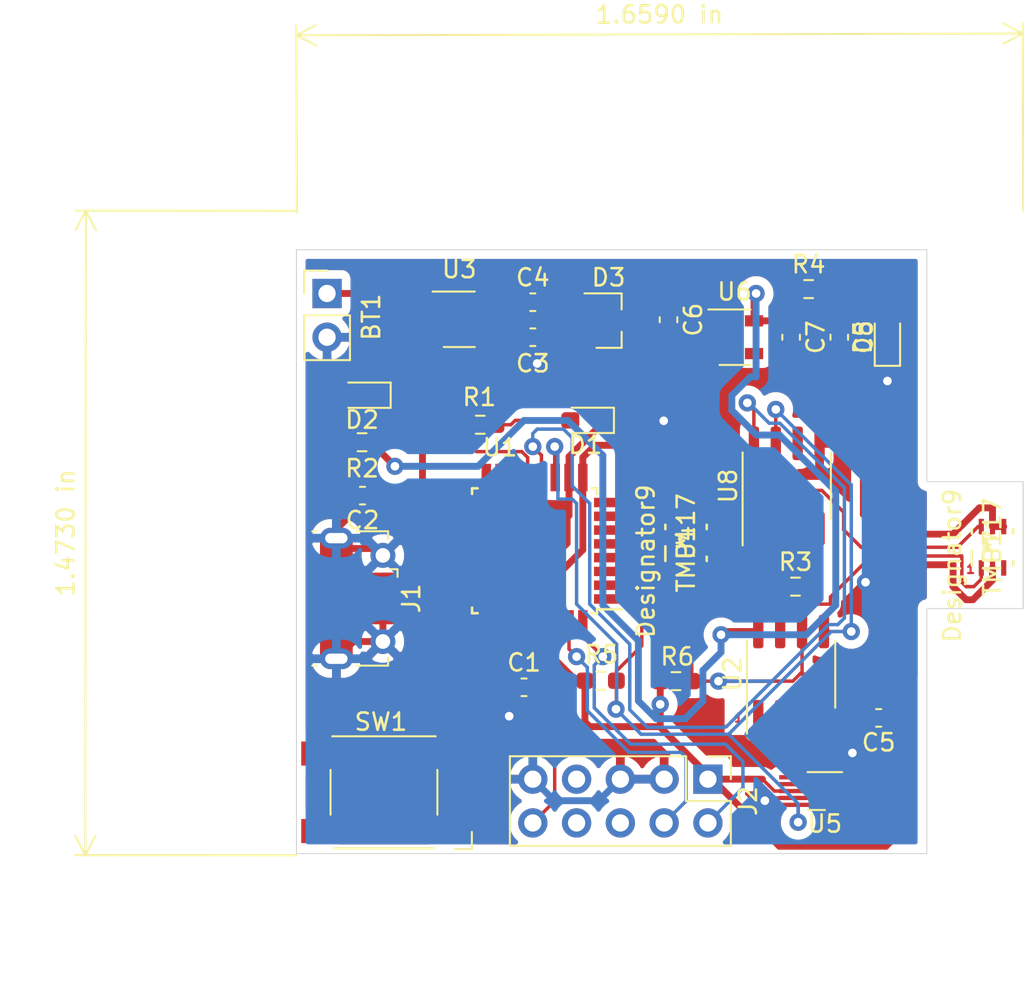
<source format=kicad_pcb>
(kicad_pcb (version 20171130) (host pcbnew "(5.1.9)-1")

  (general
    (thickness 1.6)
    (drawings 30)
    (tracks 442)
    (zones 0)
    (modules 30)
    (nets 56)
  )

  (page A4)
  (title_block
    (title PCB_Temp_PhyAct)
    (date 2021-03-04)
  )

  (layers
    (0 F.Cu signal)
    (31 B.Cu signal)
    (32 B.Adhes user)
    (33 F.Adhes user)
    (34 B.Paste user)
    (35 F.Paste user)
    (36 B.SilkS user)
    (37 F.SilkS user)
    (38 B.Mask user)
    (39 F.Mask user)
    (40 Dwgs.User user)
    (41 Cmts.User user)
    (42 Eco1.User user)
    (43 Eco2.User user)
    (44 Edge.Cuts user)
    (45 Margin user)
    (46 B.CrtYd user)
    (47 F.CrtYd user)
    (48 B.Fab user)
    (49 F.Fab user hide)
  )

  (setup
    (last_trace_width 0.2)
    (trace_clearance 0.2)
    (zone_clearance 0.508)
    (zone_45_only no)
    (trace_min 0.2)
    (via_size 1)
    (via_drill 0.5)
    (via_min_size 0.4)
    (via_min_drill 0.3)
    (uvia_size 0.3)
    (uvia_drill 0.1)
    (uvias_allowed no)
    (uvia_min_size 0.2)
    (uvia_min_drill 0.1)
    (edge_width 0.05)
    (segment_width 0.2)
    (pcb_text_width 0.3)
    (pcb_text_size 1.5 1.5)
    (mod_edge_width 0.12)
    (mod_text_size 1 1)
    (mod_text_width 0.15)
    (pad_size 1.524 1.524)
    (pad_drill 0.762)
    (pad_to_mask_clearance 0)
    (aux_axis_origin 0 0)
    (visible_elements 7FFFFFFF)
    (pcbplotparams
      (layerselection 0x010fc_ffffffff)
      (usegerberextensions false)
      (usegerberattributes true)
      (usegerberadvancedattributes true)
      (creategerberjobfile true)
      (excludeedgelayer true)
      (linewidth 0.100000)
      (plotframeref false)
      (viasonmask false)
      (mode 1)
      (useauxorigin false)
      (hpglpennumber 1)
      (hpglpenspeed 20)
      (hpglpendiameter 15.000000)
      (psnegative false)
      (psa4output false)
      (plotreference true)
      (plotvalue true)
      (plotinvisibletext false)
      (padsonsilk false)
      (subtractmaskfromsilk false)
      (outputformat 1)
      (mirror false)
      (drillshape 0)
      (scaleselection 1)
      (outputdirectory "../PCB_GERBER_FILES/"))
  )

  (net 0 "")
  (net 1 +BATT)
  (net 2 GND)
  (net 3 "Net-(C1-Pad2)")
  (net 4 VBUS)
  (net 5 "Net-(C3-Pad1)")
  (net 6 "Net-(C5-Pad1)")
  (net 7 "Net-(C6-Pad1)")
  (net 8 +3V3)
  (net 9 "Net-(D1-Pad2)")
  (net 10 "Net-(D2-Pad1)")
  (net 11 "Net-(D2-Pad2)")
  (net 12 "Net-(D5-Pad2)")
  (net 13 /D-)
  (net 14 /D+)
  (net 15 "Net-(J1-Pad4)")
  (net 16 "Net-(R1-Pad1)")
  (net 17 "Net-(R3-Pad2)")
  (net 18 /SDA)
  (net 19 /SCL)
  (net 20 "Net-(U1-Pad1)")
  (net 21 "Net-(U1-Pad2)")
  (net 22 "Net-(U1-Pad3)")
  (net 23 "Net-(U1-Pad4)")
  (net 24 "Net-(U1-Pad5)")
  (net 25 "Net-(U1-Pad6)")
  (net 26 "Net-(U1-Pad7)")
  (net 27 "Net-(U1-Pad8)")
  (net 28 "Net-(U1-Pad14)")
  (net 29 "Net-(U1-Pad15)")
  (net 30 "Net-(U1-Pad16)")
  (net 31 "Net-(U1-Pad17)")
  (net 32 "Net-(U1-Pad18)")
  (net 33 "Net-(U1-Pad19)")
  (net 34 "Net-(U1-Pad20)")
  (net 35 "Net-(U1-Pad21)")
  (net 36 "Net-(U1-Pad22)")
  (net 37 "Net-(U1-Pad25)")
  (net 38 "Net-(U1-Pad27)")
  (net 39 SWC)
  (net 40 SWD)
  (net 41 "Net-(U2-Pad7)")
  (net 42 "Net-(U2-Pad2)")
  (net 43 "Net-(U2-Pad1)")
  (net 44 "Net-(U4-Pad3)")
  (net 45 "Net-(U5-Pad3)")
  (net 46 "Net-(U5-Pad5)")
  (net 47 "Net-(U6-Pad4)")
  (net 48 "Net-(U7-Pad3)")
  (net 49 "Net-(U8-Pad1)")
  (net 50 "Net-(U8-Pad3)")
  (net 51 "Net-(U8-Pad6)")
  (net 52 /nReset)
  (net 53 "Net-(J2-Pad8)")
  (net 54 "Net-(J2-Pad7)")
  (net 55 "Net-(J2-Pad6)")

  (net_class Default "This is the default net class."
    (clearance 0.2)
    (trace_width 0.2)
    (via_dia 1)
    (via_drill 0.5)
    (uvia_dia 0.3)
    (uvia_drill 0.1)
    (add_net /D+)
    (add_net /D-)
    (add_net /SCL)
    (add_net /SDA)
    (add_net /nReset)
    (add_net "Net-(C1-Pad2)")
    (add_net "Net-(C3-Pad1)")
    (add_net "Net-(C5-Pad1)")
    (add_net "Net-(C6-Pad1)")
    (add_net "Net-(D1-Pad2)")
    (add_net "Net-(D2-Pad1)")
    (add_net "Net-(D2-Pad2)")
    (add_net "Net-(D5-Pad2)")
    (add_net "Net-(J1-Pad4)")
    (add_net "Net-(J2-Pad6)")
    (add_net "Net-(J2-Pad7)")
    (add_net "Net-(J2-Pad8)")
    (add_net "Net-(R1-Pad1)")
    (add_net "Net-(R3-Pad2)")
    (add_net "Net-(U1-Pad1)")
    (add_net "Net-(U1-Pad14)")
    (add_net "Net-(U1-Pad15)")
    (add_net "Net-(U1-Pad16)")
    (add_net "Net-(U1-Pad17)")
    (add_net "Net-(U1-Pad18)")
    (add_net "Net-(U1-Pad19)")
    (add_net "Net-(U1-Pad2)")
    (add_net "Net-(U1-Pad20)")
    (add_net "Net-(U1-Pad21)")
    (add_net "Net-(U1-Pad22)")
    (add_net "Net-(U1-Pad25)")
    (add_net "Net-(U1-Pad27)")
    (add_net "Net-(U1-Pad3)")
    (add_net "Net-(U1-Pad4)")
    (add_net "Net-(U1-Pad5)")
    (add_net "Net-(U1-Pad6)")
    (add_net "Net-(U1-Pad7)")
    (add_net "Net-(U1-Pad8)")
    (add_net "Net-(U2-Pad1)")
    (add_net "Net-(U2-Pad2)")
    (add_net "Net-(U2-Pad7)")
    (add_net "Net-(U4-Pad3)")
    (add_net "Net-(U5-Pad3)")
    (add_net "Net-(U5-Pad5)")
    (add_net "Net-(U6-Pad4)")
    (add_net "Net-(U7-Pad3)")
    (add_net "Net-(U8-Pad1)")
    (add_net "Net-(U8-Pad3)")
    (add_net "Net-(U8-Pad6)")
    (add_net SWC)
    (add_net SWD)
  )

  (net_class PWR ""
    (clearance 0.2)
    (trace_width 0.4)
    (via_dia 1)
    (via_drill 0.5)
    (uvia_dia 0.3)
    (uvia_drill 0.1)
    (add_net +3V3)
    (add_net +BATT)
    (add_net GND)
    (add_net VBUS)
  )

  (module Package_DFN_QFN:DFN-10_2x2mm_P0.4mm (layer F.Cu) (tedit 6095134B) (tstamp 6047B3AD)
    (at 45.9 48.95 180)
    (descr "10-Lead Plastic DFN (2mm x 2mm)  0.40mm pitch")
    (tags "DFN 10 0.4mm")
    (path /603BFC6C)
    (attr smd)
    (fp_text reference U5 (at 0 -1.9 180) (layer F.SilkS)
      (effects (font (size 1 1) (thickness 0.15)))
    )
    (fp_text value MMA8653FCR1 (at 0 1.8 180) (layer F.Fab)
      (effects (font (size 1 1) (thickness 0.15)))
    )
    (fp_line (start 1 1.1) (end -1 1.1) (layer F.SilkS) (width 0.12))
    (fp_line (start 1.4 -1.25) (end 1.4 1.25) (layer F.CrtYd) (width 0.05))
    (fp_line (start -1.4 1.25) (end -1.4 -1.25) (layer F.CrtYd) (width 0.05))
    (fp_line (start 1 -1.1) (end 0 -1.1) (layer F.SilkS) (width 0.12))
    (fp_line (start 1.4 -1.25) (end -1.4 -1.25) (layer F.CrtYd) (width 0.05))
    (fp_line (start -1.4 1.25) (end 1.4 1.25) (layer F.CrtYd) (width 0.05))
    (fp_line (start 1 1) (end -1 1) (layer F.Fab) (width 0.1))
    (fp_line (start 1 1) (end 1 -1) (layer F.Fab) (width 0.1))
    (fp_line (start 1 -1) (end -0.5 -1) (layer F.Fab) (width 0.1))
    (fp_line (start -0.5 -1) (end -1 -0.5) (layer F.Fab) (width 0.1))
    (fp_line (start -1 -0.5) (end -1 1) (layer F.Fab) (width 0.1))
    (fp_text user %R (at 0 0 180) (layer F.Fab)
      (effects (font (size 0.45 0.45) (thickness 0.05)))
    )
    (pad 1 smd rect (at -1.55 -0.8 180) (size 2.2 0.25) (layers F.Cu F.Paste F.Mask)
      (net 8 +3V3))
    (pad 2 smd rect (at -1.55 -0.4 180) (size 2.2 0.25) (layers F.Cu F.Paste F.Mask)
      (net 19 /SCL))
    (pad 3 smd rect (at -1.55 0 180) (size 2.2 0.25) (layers F.Cu F.Paste F.Mask)
      (net 45 "Net-(U5-Pad3)"))
    (pad 4 smd rect (at -1.55 0.4 180) (size 2.2 0.25) (layers F.Cu F.Paste F.Mask)
      (net 6 "Net-(C5-Pad1)"))
    (pad 5 smd rect (at -1.55 0.8 180) (size 2.2 0.25) (layers F.Cu F.Paste F.Mask)
      (net 46 "Net-(U5-Pad5)"))
    (pad 6 smd rect (at 1.55 0.8 180) (size 2.2 0.25) (layers F.Cu F.Paste F.Mask)
      (net 2 GND))
    (pad 7 smd rect (at 1.55 0.4 180) (size 2.2 0.25) (layers F.Cu F.Paste F.Mask)
      (net 2 GND))
    (pad 8 smd rect (at 1.55 0 180) (size 2.2 0.25) (layers F.Cu F.Paste F.Mask)
      (net 8 +3V3))
    (pad 9 smd rect (at 1.55 -0.4 180) (size 2.2 0.25) (layers F.Cu F.Paste F.Mask)
      (net 2 GND))
    (pad 10 smd rect (at 1.55 -0.8 180) (size 2.2 0.25) (layers F.Cu F.Paste F.Mask)
      (net 18 /SDA))
    (model ${KISYS3DMOD}/Package_DFN_QFN.3dshapes/DFN-10_2x2mm_P0.4mm.wrl
      (at (xyz 0 0 0))
      (scale (xyz 1 1 1))
      (rotate (xyz 0 0 0))
    )
  )

  (module footprints:TMP116AIDRVR (layer F.Cu) (tedit 605CC07D) (tstamp 60414997)
    (at 55.626 34.798 90)
    (path /602E28D0)
    (fp_text reference U7 (at 0 0 90) (layer F.SilkS)
      (effects (font (size 1 1) (thickness 0.15)))
    )
    (fp_text value TMP117 (at 0 0 90) (layer F.SilkS)
      (effects (font (size 1 1) (thickness 0.15)))
    )
    (fp_line (start -1.05 -1.2) (end -0.2 -1.2) (layer F.SilkS) (width 0.1524))
    (fp_line (start 0.800001 -1.2) (end 1.05 -1.2) (layer F.SilkS) (width 0.1524))
    (fp_line (start 0.800001 1.2) (end 1.05 1.2) (layer F.SilkS) (width 0.1524))
    (fp_line (start -1.05 1.2) (end -0.800001 1.2) (layer F.SilkS) (width 0.1524))
    (fp_line (start -1.05 1.05) (end -1.05 -1.05) (layer F.Fab) (width 0.1524))
    (fp_line (start 1.05 1.05) (end 1.05 -1.05) (layer F.Fab) (width 0.1524))
    (fp_line (start -1.05 -1.05) (end 1.05 -1.05) (layer F.Fab) (width 0.1524))
    (fp_line (start -1.05 1.05) (end 1.05 1.05) (layer F.Fab) (width 0.1524))
    (fp_circle (center -0.625 -0.599999) (end -0.425 -0.599999) (layer F.Fab) (width 0.1524))
    (fp_text user Designator9 (at -1.0668 -2.3368 90) (layer F.SilkS)
      (effects (font (size 1 1) (thickness 0.15)))
    )
    (fp_text user .Designator (at -0.900001 0.499999 90) (layer Dwgs.User)
      (effects (font (size 1 1) (thickness 0.15)))
    )
    (fp_text user .Designator (at -0.900001 0.499999 90) (layer F.Fab)
      (effects (font (size 1 1) (thickness 0.15)))
    )
    (fp_text user * (at 0 0 90) (layer F.Fab)
      (effects (font (size 1 1) (thickness 0.15)))
    )
    (fp_text user * (at 0 0 90) (layer F.SilkS)
      (effects (font (size 1 1) (thickness 0.15)))
    )
    (fp_text user "Copyright 2016 Accelerated Designs. All rights reserved." (at 0 0 90) (layer Cmts.User)
      (effects (font (size 0.127 0.127) (thickness 0.002)))
    )
    (pad 6 smd rect (at 1.199999 -0.650001 180) (size 0.299999 0.899998) (layers F.Cu F.Paste F.Mask)
      (net 18 /SDA))
    (pad 5 smd rect (at 1.199999 0 180) (size 0.299999 0.899998) (layers F.Cu F.Paste F.Mask)
      (net 8 +3V3))
    (pad 4 smd rect (at 1.199999 0.649999 180) (size 0.299999 0.899998) (layers F.Cu F.Paste F.Mask)
      (net 8 +3V3))
    (pad 3 smd rect (at -1.199999 0.649999 180) (size 0.299999 0.899998) (layers F.Cu F.Paste F.Mask)
      (net 48 "Net-(U7-Pad3)"))
    (pad 2 smd rect (at -1.199999 0 180) (size 0.299999 0.899998) (layers F.Cu F.Paste F.Mask)
      (net 2 GND))
    (pad 1 smd rect (at -1.199999 -0.650001 180) (size 0.299999 0.899998) (layers F.Cu F.Paste F.Mask)
      (net 19 /SCL))
  )

  (module footprints:TMP116AIDRVR (layer F.Cu) (tedit 605CBDBE) (tstamp 60414904)
    (at 37.846 34.544 90)
    (path /602E4581)
    (fp_text reference U4 (at 0 0 90) (layer F.SilkS)
      (effects (font (size 1 1) (thickness 0.15)))
    )
    (fp_text value TMP117 (at 0 0 90) (layer F.SilkS)
      (effects (font (size 1 1) (thickness 0.15)))
    )
    (fp_circle (center -0.625 -0.599999) (end -0.425 -0.599999) (layer F.Fab) (width 0.1524))
    (fp_line (start -1.05 1.05) (end 1.05 1.05) (layer F.Fab) (width 0.1524))
    (fp_line (start -1.05 -1.05) (end 1.05 -1.05) (layer F.Fab) (width 0.1524))
    (fp_line (start 1.05 1.05) (end 1.05 -1.05) (layer F.Fab) (width 0.1524))
    (fp_line (start -1.05 1.05) (end -1.05 -1.05) (layer F.Fab) (width 0.1524))
    (fp_line (start -1.05 1.2) (end -0.800001 1.2) (layer F.SilkS) (width 0.1524))
    (fp_line (start 0.800001 1.2) (end 1.05 1.2) (layer F.SilkS) (width 0.1524))
    (fp_line (start 0.800001 -1.2) (end 1.05 -1.2) (layer F.SilkS) (width 0.1524))
    (fp_line (start -1.05 -1.2) (end -0.2 -1.2) (layer F.SilkS) (width 0.1524))
    (fp_text user "Copyright 2016 Accelerated Designs. All rights reserved." (at 0 0 90) (layer Cmts.User)
      (effects (font (size 0.127 0.127) (thickness 0.002)))
    )
    (fp_text user * (at 0 0 90) (layer F.SilkS)
      (effects (font (size 1 1) (thickness 0.15)))
    )
    (fp_text user .Designator (at -0.900001 0.499999 90) (layer F.Fab)
      (effects (font (size 1 1) (thickness 0.15)))
    )
    (fp_text user .Designator (at -0.900001 0.499999 90) (layer Dwgs.User)
      (effects (font (size 1 1) (thickness 0.15)))
    )
    (fp_text user Designator9 (at -1.0668 -2.3368 90) (layer F.SilkS)
      (effects (font (size 1 1) (thickness 0.15)))
    )
    (pad 1 smd rect (at -1.199999 -0.650001 180) (size 0.299999 0.899998) (layers F.Cu F.Paste F.Mask)
      (net 19 /SCL))
    (pad 2 smd rect (at -1.199999 0 180) (size 0.299999 0.899998) (layers F.Cu F.Paste F.Mask)
      (net 2 GND))
    (pad 3 smd rect (at -1.199999 0.649999 180) (size 0.299999 0.899998) (layers F.Cu F.Paste F.Mask)
      (net 44 "Net-(U4-Pad3)"))
    (pad 4 smd rect (at 1.199999 0.649999 180) (size 0.299999 0.899998) (layers F.Cu F.Paste F.Mask)
      (net 2 GND))
    (pad 5 smd rect (at 1.199999 0 180) (size 0.299999 0.899998) (layers F.Cu F.Paste F.Mask)
      (net 8 +3V3))
    (pad 6 smd rect (at 1.199999 -0.650001 180) (size 0.299999 0.899998) (layers F.Cu F.Paste F.Mask)
      (net 18 /SDA))
  )

  (module Connector_PinHeader_2.54mm:PinHeader_2x05_P2.54mm_Vertical (layer F.Cu) (tedit 59FED5CC) (tstamp 605C5495)
    (at 39.116 48.26 270)
    (descr "Through hole straight pin header, 2x05, 2.54mm pitch, double rows")
    (tags "Through hole pin header THT 2x05 2.54mm double row")
    (path /605C9D08)
    (fp_text reference J2 (at 1.27 -2.33 90) (layer F.SilkS)
      (effects (font (size 1 1) (thickness 0.15)))
    )
    (fp_text value Conn_02x05_Top_Bottom (at 1.27 12.49 90) (layer F.Fab)
      (effects (font (size 1 1) (thickness 0.15)))
    )
    (fp_line (start 0 -1.27) (end 3.81 -1.27) (layer F.Fab) (width 0.1))
    (fp_line (start 3.81 -1.27) (end 3.81 11.43) (layer F.Fab) (width 0.1))
    (fp_line (start 3.81 11.43) (end -1.27 11.43) (layer F.Fab) (width 0.1))
    (fp_line (start -1.27 11.43) (end -1.27 0) (layer F.Fab) (width 0.1))
    (fp_line (start -1.27 0) (end 0 -1.27) (layer F.Fab) (width 0.1))
    (fp_line (start -1.33 11.49) (end 3.87 11.49) (layer F.SilkS) (width 0.12))
    (fp_line (start -1.33 1.27) (end -1.33 11.49) (layer F.SilkS) (width 0.12))
    (fp_line (start 3.87 -1.33) (end 3.87 11.49) (layer F.SilkS) (width 0.12))
    (fp_line (start -1.33 1.27) (end 1.27 1.27) (layer F.SilkS) (width 0.12))
    (fp_line (start 1.27 1.27) (end 1.27 -1.33) (layer F.SilkS) (width 0.12))
    (fp_line (start 1.27 -1.33) (end 3.87 -1.33) (layer F.SilkS) (width 0.12))
    (fp_line (start -1.33 0) (end -1.33 -1.33) (layer F.SilkS) (width 0.12))
    (fp_line (start -1.33 -1.33) (end 0 -1.33) (layer F.SilkS) (width 0.12))
    (fp_line (start -1.8 -1.8) (end -1.8 11.95) (layer F.CrtYd) (width 0.05))
    (fp_line (start -1.8 11.95) (end 4.35 11.95) (layer F.CrtYd) (width 0.05))
    (fp_line (start 4.35 11.95) (end 4.35 -1.8) (layer F.CrtYd) (width 0.05))
    (fp_line (start 4.35 -1.8) (end -1.8 -1.8) (layer F.CrtYd) (width 0.05))
    (fp_text user %R (at 1.27 5.08) (layer F.Fab)
      (effects (font (size 1 1) (thickness 0.15)))
    )
    (pad 10 thru_hole oval (at 2.54 10.16 270) (size 1.7 1.7) (drill 1) (layers *.Cu *.Mask)
      (net 52 /nReset))
    (pad 9 thru_hole oval (at 0 10.16 270) (size 1.7 1.7) (drill 1) (layers *.Cu *.Mask)
      (net 2 GND))
    (pad 8 thru_hole oval (at 2.54 7.62 270) (size 1.7 1.7) (drill 1) (layers *.Cu *.Mask)
      (net 53 "Net-(J2-Pad8)"))
    (pad 7 thru_hole oval (at 0 7.62 270) (size 1.7 1.7) (drill 1) (layers *.Cu *.Mask)
      (net 54 "Net-(J2-Pad7)"))
    (pad 6 thru_hole oval (at 2.54 5.08 270) (size 1.7 1.7) (drill 1) (layers *.Cu *.Mask)
      (net 55 "Net-(J2-Pad6)"))
    (pad 5 thru_hole oval (at 0 5.08 270) (size 1.7 1.7) (drill 1) (layers *.Cu *.Mask)
      (net 2 GND))
    (pad 4 thru_hole oval (at 2.54 2.54 270) (size 1.7 1.7) (drill 1) (layers *.Cu *.Mask)
      (net 39 SWC))
    (pad 3 thru_hole oval (at 0 2.54 270) (size 1.7 1.7) (drill 1) (layers *.Cu *.Mask)
      (net 2 GND))
    (pad 2 thru_hole oval (at 2.54 0 270) (size 1.7 1.7) (drill 1) (layers *.Cu *.Mask)
      (net 40 SWD))
    (pad 1 thru_hole rect (at 0 0 270) (size 1.7 1.7) (drill 1) (layers *.Cu *.Mask)
      (net 8 +3V3))
    (model ${KISYS3DMOD}/Connector_PinHeader_2.54mm.3dshapes/PinHeader_2x05_P2.54mm_Vertical.wrl
      (at (xyz 0 0 0))
      (scale (xyz 1 1 1))
      (rotate (xyz 0 0 0))
    )
  )

  (module LED_SMD:LED_0603_1608Metric_Pad1.05x0.95mm_HandSolder (layer F.Cu) (tedit 5F68FEF1) (tstamp 6047532B)
    (at 49.53 22.606 90)
    (descr "LED SMD 0603 (1608 Metric), square (rectangular) end terminal, IPC_7351 nominal, (Body size source: http://www.tortai-tech.com/upload/download/2011102023233369053.pdf), generated with kicad-footprint-generator")
    (tags "LED handsolder")
    (path /6036A0D6)
    (attr smd)
    (fp_text reference D5 (at 0 -1.43 90) (layer F.SilkS)
      (effects (font (size 1 1) (thickness 0.15)))
    )
    (fp_text value LED (at 0 1.43 90) (layer F.Fab)
      (effects (font (size 1 1) (thickness 0.15)))
    )
    (fp_line (start 0.8 -0.4) (end -0.5 -0.4) (layer F.Fab) (width 0.1))
    (fp_line (start -0.5 -0.4) (end -0.8 -0.1) (layer F.Fab) (width 0.1))
    (fp_line (start -0.8 -0.1) (end -0.8 0.4) (layer F.Fab) (width 0.1))
    (fp_line (start -0.8 0.4) (end 0.8 0.4) (layer F.Fab) (width 0.1))
    (fp_line (start 0.8 0.4) (end 0.8 -0.4) (layer F.Fab) (width 0.1))
    (fp_line (start 0.8 -0.735) (end -1.66 -0.735) (layer F.SilkS) (width 0.12))
    (fp_line (start -1.66 -0.735) (end -1.66 0.735) (layer F.SilkS) (width 0.12))
    (fp_line (start -1.66 0.735) (end 0.8 0.735) (layer F.SilkS) (width 0.12))
    (fp_line (start -1.65 0.73) (end -1.65 -0.73) (layer F.CrtYd) (width 0.05))
    (fp_line (start -1.65 -0.73) (end 1.65 -0.73) (layer F.CrtYd) (width 0.05))
    (fp_line (start 1.65 -0.73) (end 1.65 0.73) (layer F.CrtYd) (width 0.05))
    (fp_line (start 1.65 0.73) (end -1.65 0.73) (layer F.CrtYd) (width 0.05))
    (fp_text user %R (at 0 0 90) (layer F.Fab)
      (effects (font (size 0.4 0.4) (thickness 0.06)))
    )
    (pad 2 smd roundrect (at 0.875 0 90) (size 1.05 0.95) (layers F.Cu F.Paste F.Mask) (roundrect_rratio 0.25)
      (net 12 "Net-(D5-Pad2)"))
    (pad 1 smd roundrect (at -0.875 0 90) (size 1.05 0.95) (layers F.Cu F.Paste F.Mask) (roundrect_rratio 0.25)
      (net 2 GND))
    (model ${KISYS3DMOD}/LED_SMD.3dshapes/LED_0603_1608Metric.wrl
      (at (xyz 0 0 0))
      (scale (xyz 1 1 1))
      (rotate (xyz 0 0 0))
    )
  )

  (module LED_SMD:LED_0603_1608Metric_Pad1.05x0.95mm_HandSolder (layer F.Cu) (tedit 5F68FEF1) (tstamp 604753CE)
    (at 19.05 25.9715 180)
    (descr "LED SMD 0603 (1608 Metric), square (rectangular) end terminal, IPC_7351 nominal, (Body size source: http://www.tortai-tech.com/upload/download/2011102023233369053.pdf), generated with kicad-footprint-generator")
    (tags "LED handsolder")
    (path /60363C01)
    (attr smd)
    (fp_text reference D2 (at 0 -1.43) (layer F.SilkS)
      (effects (font (size 1 1) (thickness 0.15)))
    )
    (fp_text value LED (at 0 1.43) (layer F.Fab)
      (effects (font (size 1 1) (thickness 0.15)))
    )
    (fp_line (start 0.8 -0.4) (end -0.5 -0.4) (layer F.Fab) (width 0.1))
    (fp_line (start -0.5 -0.4) (end -0.8 -0.1) (layer F.Fab) (width 0.1))
    (fp_line (start -0.8 -0.1) (end -0.8 0.4) (layer F.Fab) (width 0.1))
    (fp_line (start -0.8 0.4) (end 0.8 0.4) (layer F.Fab) (width 0.1))
    (fp_line (start 0.8 0.4) (end 0.8 -0.4) (layer F.Fab) (width 0.1))
    (fp_line (start 0.8 -0.735) (end -1.66 -0.735) (layer F.SilkS) (width 0.12))
    (fp_line (start -1.66 -0.735) (end -1.66 0.735) (layer F.SilkS) (width 0.12))
    (fp_line (start -1.66 0.735) (end 0.8 0.735) (layer F.SilkS) (width 0.12))
    (fp_line (start -1.65 0.73) (end -1.65 -0.73) (layer F.CrtYd) (width 0.05))
    (fp_line (start -1.65 -0.73) (end 1.65 -0.73) (layer F.CrtYd) (width 0.05))
    (fp_line (start 1.65 -0.73) (end 1.65 0.73) (layer F.CrtYd) (width 0.05))
    (fp_line (start 1.65 0.73) (end -1.65 0.73) (layer F.CrtYd) (width 0.05))
    (fp_text user %R (at 0 0) (layer F.Fab)
      (effects (font (size 0.4 0.4) (thickness 0.06)))
    )
    (pad 2 smd roundrect (at 0.875 0 180) (size 1.05 0.95) (layers F.Cu F.Paste F.Mask) (roundrect_rratio 0.25)
      (net 11 "Net-(D2-Pad2)"))
    (pad 1 smd roundrect (at -0.875 0 180) (size 1.05 0.95) (layers F.Cu F.Paste F.Mask) (roundrect_rratio 0.25)
      (net 10 "Net-(D2-Pad1)"))
    (model ${KISYS3DMOD}/LED_SMD.3dshapes/LED_0603_1608Metric.wrl
      (at (xyz 0 0 0))
      (scale (xyz 1 1 1))
      (rotate (xyz 0 0 0))
    )
  )

  (module LED_SMD:LED_0603_1608Metric_Pad1.05x0.95mm_HandSolder (layer F.Cu) (tedit 5F68FEF1) (tstamp 604273B8)
    (at 32.004 27.432 180)
    (descr "LED SMD 0603 (1608 Metric), square (rectangular) end terminal, IPC_7351 nominal, (Body size source: http://www.tortai-tech.com/upload/download/2011102023233369053.pdf), generated with kicad-footprint-generator")
    (tags "LED handsolder")
    (path /603A1739)
    (attr smd)
    (fp_text reference D1 (at 0 -1.43) (layer F.SilkS)
      (effects (font (size 1 1) (thickness 0.15)))
    )
    (fp_text value LED (at 0 1.43) (layer F.Fab)
      (effects (font (size 1 1) (thickness 0.15)))
    )
    (fp_line (start 0.8 -0.4) (end -0.5 -0.4) (layer F.Fab) (width 0.1))
    (fp_line (start -0.5 -0.4) (end -0.8 -0.1) (layer F.Fab) (width 0.1))
    (fp_line (start -0.8 -0.1) (end -0.8 0.4) (layer F.Fab) (width 0.1))
    (fp_line (start -0.8 0.4) (end 0.8 0.4) (layer F.Fab) (width 0.1))
    (fp_line (start 0.8 0.4) (end 0.8 -0.4) (layer F.Fab) (width 0.1))
    (fp_line (start 0.8 -0.735) (end -1.66 -0.735) (layer F.SilkS) (width 0.12))
    (fp_line (start -1.66 -0.735) (end -1.66 0.735) (layer F.SilkS) (width 0.12))
    (fp_line (start -1.66 0.735) (end 0.8 0.735) (layer F.SilkS) (width 0.12))
    (fp_line (start -1.65 0.73) (end -1.65 -0.73) (layer F.CrtYd) (width 0.05))
    (fp_line (start -1.65 -0.73) (end 1.65 -0.73) (layer F.CrtYd) (width 0.05))
    (fp_line (start 1.65 -0.73) (end 1.65 0.73) (layer F.CrtYd) (width 0.05))
    (fp_line (start 1.65 0.73) (end -1.65 0.73) (layer F.CrtYd) (width 0.05))
    (fp_text user %R (at 0 0) (layer F.Fab)
      (effects (font (size 0.4 0.4) (thickness 0.06)))
    )
    (pad 2 smd roundrect (at 0.875 0 180) (size 1.05 0.95) (layers F.Cu F.Paste F.Mask) (roundrect_rratio 0.25)
      (net 9 "Net-(D1-Pad2)"))
    (pad 1 smd roundrect (at -0.875 0 180) (size 1.05 0.95) (layers F.Cu F.Paste F.Mask) (roundrect_rratio 0.25)
      (net 2 GND))
    (model ${KISYS3DMOD}/LED_SMD.3dshapes/LED_0603_1608Metric.wrl
      (at (xyz 0 0 0))
      (scale (xyz 1 1 1))
      (rotate (xyz 0 0 0))
    )
  )

  (module Capacitor_SMD:C_0603_1608Metric_Pad1.08x0.95mm_HandSolder (layer F.Cu) (tedit 5F68FEEF) (tstamp 60475158)
    (at 46.736 22.606 270)
    (descr "Capacitor SMD 0603 (1608 Metric), square (rectangular) end terminal, IPC_7351 nominal with elongated pad for handsoldering. (Body size source: IPC-SM-782 page 76, https://www.pcb-3d.com/wordpress/wp-content/uploads/ipc-sm-782a_amendment_1_and_2.pdf), generated with kicad-footprint-generator")
    (tags "capacitor handsolder")
    (path /603D88AF)
    (attr smd)
    (fp_text reference C8 (at 0 -1.43 90) (layer F.SilkS)
      (effects (font (size 1 1) (thickness 0.15)))
    )
    (fp_text value 100nF (at 0 1.43 90) (layer F.Fab)
      (effects (font (size 1 1) (thickness 0.15)))
    )
    (fp_line (start -0.8 0.4) (end -0.8 -0.4) (layer F.Fab) (width 0.1))
    (fp_line (start -0.8 -0.4) (end 0.8 -0.4) (layer F.Fab) (width 0.1))
    (fp_line (start 0.8 -0.4) (end 0.8 0.4) (layer F.Fab) (width 0.1))
    (fp_line (start 0.8 0.4) (end -0.8 0.4) (layer F.Fab) (width 0.1))
    (fp_line (start -0.146267 -0.51) (end 0.146267 -0.51) (layer F.SilkS) (width 0.12))
    (fp_line (start -0.146267 0.51) (end 0.146267 0.51) (layer F.SilkS) (width 0.12))
    (fp_line (start -1.65 0.73) (end -1.65 -0.73) (layer F.CrtYd) (width 0.05))
    (fp_line (start -1.65 -0.73) (end 1.65 -0.73) (layer F.CrtYd) (width 0.05))
    (fp_line (start 1.65 -0.73) (end 1.65 0.73) (layer F.CrtYd) (width 0.05))
    (fp_line (start 1.65 0.73) (end -1.65 0.73) (layer F.CrtYd) (width 0.05))
    (fp_text user %R (at 0 0 90) (layer F.Fab)
      (effects (font (size 0.4 0.4) (thickness 0.06)))
    )
    (pad 2 smd roundrect (at 0.8625 0 270) (size 1.075 0.95) (layers F.Cu F.Paste F.Mask) (roundrect_rratio 0.25)
      (net 2 GND))
    (pad 1 smd roundrect (at -0.8625 0 270) (size 1.075 0.95) (layers F.Cu F.Paste F.Mask) (roundrect_rratio 0.25)
      (net 8 +3V3))
    (model ${KISYS3DMOD}/Capacitor_SMD.3dshapes/C_0603_1608Metric.wrl
      (at (xyz 0 0 0))
      (scale (xyz 1 1 1))
      (rotate (xyz 0 0 0))
    )
  )

  (module Capacitor_SMD:C_0603_1608Metric_Pad1.08x0.95mm_HandSolder (layer F.Cu) (tedit 5F68FEEF) (tstamp 60475188)
    (at 43.942 22.606 270)
    (descr "Capacitor SMD 0603 (1608 Metric), square (rectangular) end terminal, IPC_7351 nominal with elongated pad for handsoldering. (Body size source: IPC-SM-782 page 76, https://www.pcb-3d.com/wordpress/wp-content/uploads/ipc-sm-782a_amendment_1_and_2.pdf), generated with kicad-footprint-generator")
    (tags "capacitor handsolder")
    (path /60357F94)
    (attr smd)
    (fp_text reference C7 (at 0 -1.43 90) (layer F.SilkS)
      (effects (font (size 1 1) (thickness 0.15)))
    )
    (fp_text value 10uF (at 0 1.43 90) (layer F.Fab)
      (effects (font (size 1 1) (thickness 0.15)))
    )
    (fp_line (start -0.8 0.4) (end -0.8 -0.4) (layer F.Fab) (width 0.1))
    (fp_line (start -0.8 -0.4) (end 0.8 -0.4) (layer F.Fab) (width 0.1))
    (fp_line (start 0.8 -0.4) (end 0.8 0.4) (layer F.Fab) (width 0.1))
    (fp_line (start 0.8 0.4) (end -0.8 0.4) (layer F.Fab) (width 0.1))
    (fp_line (start -0.146267 -0.51) (end 0.146267 -0.51) (layer F.SilkS) (width 0.12))
    (fp_line (start -0.146267 0.51) (end 0.146267 0.51) (layer F.SilkS) (width 0.12))
    (fp_line (start -1.65 0.73) (end -1.65 -0.73) (layer F.CrtYd) (width 0.05))
    (fp_line (start -1.65 -0.73) (end 1.65 -0.73) (layer F.CrtYd) (width 0.05))
    (fp_line (start 1.65 -0.73) (end 1.65 0.73) (layer F.CrtYd) (width 0.05))
    (fp_line (start 1.65 0.73) (end -1.65 0.73) (layer F.CrtYd) (width 0.05))
    (fp_text user %R (at 0 0 90) (layer F.Fab)
      (effects (font (size 0.4 0.4) (thickness 0.06)))
    )
    (pad 2 smd roundrect (at 0.8625 0 270) (size 1.075 0.95) (layers F.Cu F.Paste F.Mask) (roundrect_rratio 0.25)
      (net 2 GND))
    (pad 1 smd roundrect (at -0.8625 0 270) (size 1.075 0.95) (layers F.Cu F.Paste F.Mask) (roundrect_rratio 0.25)
      (net 8 +3V3))
    (model ${KISYS3DMOD}/Capacitor_SMD.3dshapes/C_0603_1608Metric.wrl
      (at (xyz 0 0 0))
      (scale (xyz 1 1 1))
      (rotate (xyz 0 0 0))
    )
  )

  (module Capacitor_SMD:C_0603_1608Metric_Pad1.08x0.95mm_HandSolder (layer F.Cu) (tedit 5F68FEEF) (tstamp 604751B8)
    (at 36.83 21.59 270)
    (descr "Capacitor SMD 0603 (1608 Metric), square (rectangular) end terminal, IPC_7351 nominal with elongated pad for handsoldering. (Body size source: IPC-SM-782 page 76, https://www.pcb-3d.com/wordpress/wp-content/uploads/ipc-sm-782a_amendment_1_and_2.pdf), generated with kicad-footprint-generator")
    (tags "capacitor handsolder")
    (path /60358B95)
    (attr smd)
    (fp_text reference C6 (at 0 -1.43 90) (layer F.SilkS)
      (effects (font (size 1 1) (thickness 0.15)))
    )
    (fp_text value 10uF (at 0 1.43 90) (layer F.Fab)
      (effects (font (size 1 1) (thickness 0.15)))
    )
    (fp_line (start -0.8 0.4) (end -0.8 -0.4) (layer F.Fab) (width 0.1))
    (fp_line (start -0.8 -0.4) (end 0.8 -0.4) (layer F.Fab) (width 0.1))
    (fp_line (start 0.8 -0.4) (end 0.8 0.4) (layer F.Fab) (width 0.1))
    (fp_line (start 0.8 0.4) (end -0.8 0.4) (layer F.Fab) (width 0.1))
    (fp_line (start -0.146267 -0.51) (end 0.146267 -0.51) (layer F.SilkS) (width 0.12))
    (fp_line (start -0.146267 0.51) (end 0.146267 0.51) (layer F.SilkS) (width 0.12))
    (fp_line (start -1.65 0.73) (end -1.65 -0.73) (layer F.CrtYd) (width 0.05))
    (fp_line (start -1.65 -0.73) (end 1.65 -0.73) (layer F.CrtYd) (width 0.05))
    (fp_line (start 1.65 -0.73) (end 1.65 0.73) (layer F.CrtYd) (width 0.05))
    (fp_line (start 1.65 0.73) (end -1.65 0.73) (layer F.CrtYd) (width 0.05))
    (fp_text user %R (at 0 0 90) (layer F.Fab)
      (effects (font (size 0.4 0.4) (thickness 0.06)))
    )
    (pad 2 smd roundrect (at 0.8625 0 270) (size 1.075 0.95) (layers F.Cu F.Paste F.Mask) (roundrect_rratio 0.25)
      (net 2 GND))
    (pad 1 smd roundrect (at -0.8625 0 270) (size 1.075 0.95) (layers F.Cu F.Paste F.Mask) (roundrect_rratio 0.25)
      (net 7 "Net-(C6-Pad1)"))
    (model ${KISYS3DMOD}/Capacitor_SMD.3dshapes/C_0603_1608Metric.wrl
      (at (xyz 0 0 0))
      (scale (xyz 1 1 1))
      (rotate (xyz 0 0 0))
    )
  )

  (module Capacitor_SMD:C_0603_1608Metric_Pad1.08x0.95mm_HandSolder (layer F.Cu) (tedit 5F68FEEF) (tstamp 6047B374)
    (at 49.022 44.704 180)
    (descr "Capacitor SMD 0603 (1608 Metric), square (rectangular) end terminal, IPC_7351 nominal with elongated pad for handsoldering. (Body size source: IPC-SM-782 page 76, https://www.pcb-3d.com/wordpress/wp-content/uploads/ipc-sm-782a_amendment_1_and_2.pdf), generated with kicad-footprint-generator")
    (tags "capacitor handsolder")
    (path /603CD52D)
    (attr smd)
    (fp_text reference C5 (at 0 -1.43) (layer F.SilkS)
      (effects (font (size 1 1) (thickness 0.15)))
    )
    (fp_text value 0,1uF (at 0 1.43) (layer F.Fab)
      (effects (font (size 1 1) (thickness 0.15)))
    )
    (fp_line (start -0.8 0.4) (end -0.8 -0.4) (layer F.Fab) (width 0.1))
    (fp_line (start -0.8 -0.4) (end 0.8 -0.4) (layer F.Fab) (width 0.1))
    (fp_line (start 0.8 -0.4) (end 0.8 0.4) (layer F.Fab) (width 0.1))
    (fp_line (start 0.8 0.4) (end -0.8 0.4) (layer F.Fab) (width 0.1))
    (fp_line (start -0.146267 -0.51) (end 0.146267 -0.51) (layer F.SilkS) (width 0.12))
    (fp_line (start -0.146267 0.51) (end 0.146267 0.51) (layer F.SilkS) (width 0.12))
    (fp_line (start -1.65 0.73) (end -1.65 -0.73) (layer F.CrtYd) (width 0.05))
    (fp_line (start -1.65 -0.73) (end 1.65 -0.73) (layer F.CrtYd) (width 0.05))
    (fp_line (start 1.65 -0.73) (end 1.65 0.73) (layer F.CrtYd) (width 0.05))
    (fp_line (start 1.65 0.73) (end -1.65 0.73) (layer F.CrtYd) (width 0.05))
    (fp_text user %R (at 0 0) (layer F.Fab)
      (effects (font (size 0.4 0.4) (thickness 0.06)))
    )
    (pad 2 smd roundrect (at 0.8625 0 180) (size 1.075 0.95) (layers F.Cu F.Paste F.Mask) (roundrect_rratio 0.25)
      (net 2 GND))
    (pad 1 smd roundrect (at -0.8625 0 180) (size 1.075 0.95) (layers F.Cu F.Paste F.Mask) (roundrect_rratio 0.25)
      (net 6 "Net-(C5-Pad1)"))
    (model ${KISYS3DMOD}/Capacitor_SMD.3dshapes/C_0603_1608Metric.wrl
      (at (xyz 0 0 0))
      (scale (xyz 1 1 1))
      (rotate (xyz 0 0 0))
    )
  )

  (module Capacitor_SMD:C_0603_1608Metric_Pad1.08x0.95mm_HandSolder (layer F.Cu) (tedit 5F68FEEF) (tstamp 604751E8)
    (at 28.956 20.574)
    (descr "Capacitor SMD 0603 (1608 Metric), square (rectangular) end terminal, IPC_7351 nominal with elongated pad for handsoldering. (Body size source: IPC-SM-782 page 76, https://www.pcb-3d.com/wordpress/wp-content/uploads/ipc-sm-782a_amendment_1_and_2.pdf), generated with kicad-footprint-generator")
    (tags "capacitor handsolder")
    (path /6036289E)
    (attr smd)
    (fp_text reference C4 (at 0 -1.43) (layer F.SilkS)
      (effects (font (size 1 1) (thickness 0.15)))
    )
    (fp_text value 100nF (at 0 1.43) (layer F.Fab)
      (effects (font (size 1 1) (thickness 0.15)))
    )
    (fp_line (start -0.8 0.4) (end -0.8 -0.4) (layer F.Fab) (width 0.1))
    (fp_line (start -0.8 -0.4) (end 0.8 -0.4) (layer F.Fab) (width 0.1))
    (fp_line (start 0.8 -0.4) (end 0.8 0.4) (layer F.Fab) (width 0.1))
    (fp_line (start 0.8 0.4) (end -0.8 0.4) (layer F.Fab) (width 0.1))
    (fp_line (start -0.146267 -0.51) (end 0.146267 -0.51) (layer F.SilkS) (width 0.12))
    (fp_line (start -0.146267 0.51) (end 0.146267 0.51) (layer F.SilkS) (width 0.12))
    (fp_line (start -1.65 0.73) (end -1.65 -0.73) (layer F.CrtYd) (width 0.05))
    (fp_line (start -1.65 -0.73) (end 1.65 -0.73) (layer F.CrtYd) (width 0.05))
    (fp_line (start 1.65 -0.73) (end 1.65 0.73) (layer F.CrtYd) (width 0.05))
    (fp_line (start 1.65 0.73) (end -1.65 0.73) (layer F.CrtYd) (width 0.05))
    (fp_text user %R (at 0 0) (layer F.Fab)
      (effects (font (size 0.4 0.4) (thickness 0.06)))
    )
    (pad 2 smd roundrect (at 0.8625 0) (size 1.075 0.95) (layers F.Cu F.Paste F.Mask) (roundrect_rratio 0.25)
      (net 2 GND))
    (pad 1 smd roundrect (at -0.8625 0) (size 1.075 0.95) (layers F.Cu F.Paste F.Mask) (roundrect_rratio 0.25)
      (net 1 +BATT))
    (model ${KISYS3DMOD}/Capacitor_SMD.3dshapes/C_0603_1608Metric.wrl
      (at (xyz 0 0 0))
      (scale (xyz 1 1 1))
      (rotate (xyz 0 0 0))
    )
  )

  (module Capacitor_SMD:C_0603_1608Metric_Pad1.08x0.95mm_HandSolder (layer F.Cu) (tedit 5F68FEEF) (tstamp 6047535F)
    (at 28.956 22.606)
    (descr "Capacitor SMD 0603 (1608 Metric), square (rectangular) end terminal, IPC_7351 nominal with elongated pad for handsoldering. (Body size source: IPC-SM-782 page 76, https://www.pcb-3d.com/wordpress/wp-content/uploads/ipc-sm-782a_amendment_1_and_2.pdf), generated with kicad-footprint-generator")
    (tags "capacitor handsolder")
    (path /60363062)
    (attr smd)
    (fp_text reference C3 (at 0 1.524) (layer F.SilkS)
      (effects (font (size 1 1) (thickness 0.15)))
    )
    (fp_text value 100nF (at 0 1.43) (layer F.Fab)
      (effects (font (size 1 1) (thickness 0.15)))
    )
    (fp_line (start -0.8 0.4) (end -0.8 -0.4) (layer F.Fab) (width 0.1))
    (fp_line (start -0.8 -0.4) (end 0.8 -0.4) (layer F.Fab) (width 0.1))
    (fp_line (start 0.8 -0.4) (end 0.8 0.4) (layer F.Fab) (width 0.1))
    (fp_line (start 0.8 0.4) (end -0.8 0.4) (layer F.Fab) (width 0.1))
    (fp_line (start -0.146267 -0.51) (end 0.146267 -0.51) (layer F.SilkS) (width 0.12))
    (fp_line (start -0.146267 0.51) (end 0.146267 0.51) (layer F.SilkS) (width 0.12))
    (fp_line (start -1.65 0.73) (end -1.65 -0.73) (layer F.CrtYd) (width 0.05))
    (fp_line (start -1.65 -0.73) (end 1.65 -0.73) (layer F.CrtYd) (width 0.05))
    (fp_line (start 1.65 -0.73) (end 1.65 0.73) (layer F.CrtYd) (width 0.05))
    (fp_line (start 1.65 0.73) (end -1.65 0.73) (layer F.CrtYd) (width 0.05))
    (fp_text user %R (at 0 0) (layer F.Fab)
      (effects (font (size 0.4 0.4) (thickness 0.06)))
    )
    (pad 2 smd roundrect (at 0.8625 0) (size 1.075 0.95) (layers F.Cu F.Paste F.Mask) (roundrect_rratio 0.25)
      (net 2 GND))
    (pad 1 smd roundrect (at -0.8625 0) (size 1.075 0.95) (layers F.Cu F.Paste F.Mask) (roundrect_rratio 0.25)
      (net 5 "Net-(C3-Pad1)"))
    (model ${KISYS3DMOD}/Capacitor_SMD.3dshapes/C_0603_1608Metric.wrl
      (at (xyz 0 0 0))
      (scale (xyz 1 1 1))
      (rotate (xyz 0 0 0))
    )
  )

  (module Capacitor_SMD:C_0603_1608Metric_Pad1.08x0.95mm_HandSolder (layer F.Cu) (tedit 5F68FEEF) (tstamp 604146D5)
    (at 19.0754 31.8008 180)
    (descr "Capacitor SMD 0603 (1608 Metric), square (rectangular) end terminal, IPC_7351 nominal with elongated pad for handsoldering. (Body size source: IPC-SM-782 page 76, https://www.pcb-3d.com/wordpress/wp-content/uploads/ipc-sm-782a_amendment_1_and_2.pdf), generated with kicad-footprint-generator")
    (tags "capacitor handsolder")
    (path /603622F9)
    (attr smd)
    (fp_text reference C2 (at 0 -1.43) (layer F.SilkS)
      (effects (font (size 1 1) (thickness 0.15)))
    )
    (fp_text value 100nF (at 0 1.43) (layer F.Fab)
      (effects (font (size 1 1) (thickness 0.15)))
    )
    (fp_line (start -0.8 0.4) (end -0.8 -0.4) (layer F.Fab) (width 0.1))
    (fp_line (start -0.8 -0.4) (end 0.8 -0.4) (layer F.Fab) (width 0.1))
    (fp_line (start 0.8 -0.4) (end 0.8 0.4) (layer F.Fab) (width 0.1))
    (fp_line (start 0.8 0.4) (end -0.8 0.4) (layer F.Fab) (width 0.1))
    (fp_line (start -0.146267 -0.51) (end 0.146267 -0.51) (layer F.SilkS) (width 0.12))
    (fp_line (start -0.146267 0.51) (end 0.146267 0.51) (layer F.SilkS) (width 0.12))
    (fp_line (start -1.65 0.73) (end -1.65 -0.73) (layer F.CrtYd) (width 0.05))
    (fp_line (start -1.65 -0.73) (end 1.65 -0.73) (layer F.CrtYd) (width 0.05))
    (fp_line (start 1.65 -0.73) (end 1.65 0.73) (layer F.CrtYd) (width 0.05))
    (fp_line (start 1.65 0.73) (end -1.65 0.73) (layer F.CrtYd) (width 0.05))
    (fp_text user %R (at 0 0) (layer F.Fab)
      (effects (font (size 0.4 0.4) (thickness 0.06)))
    )
    (pad 2 smd roundrect (at 0.8625 0 180) (size 1.075 0.95) (layers F.Cu F.Paste F.Mask) (roundrect_rratio 0.25)
      (net 2 GND))
    (pad 1 smd roundrect (at -0.8625 0 180) (size 1.075 0.95) (layers F.Cu F.Paste F.Mask) (roundrect_rratio 0.25)
      (net 4 VBUS))
    (model ${KISYS3DMOD}/Capacitor_SMD.3dshapes/C_0603_1608Metric.wrl
      (at (xyz 0 0 0))
      (scale (xyz 1 1 1))
      (rotate (xyz 0 0 0))
    )
  )

  (module Capacitor_SMD:C_0603_1608Metric_Pad1.08x0.95mm_HandSolder (layer F.Cu) (tedit 5F68FEEF) (tstamp 604146C4)
    (at 28.448 42.926)
    (descr "Capacitor SMD 0603 (1608 Metric), square (rectangular) end terminal, IPC_7351 nominal with elongated pad for handsoldering. (Body size source: IPC-SM-782 page 76, https://www.pcb-3d.com/wordpress/wp-content/uploads/ipc-sm-782a_amendment_1_and_2.pdf), generated with kicad-footprint-generator")
    (tags "capacitor handsolder")
    (path /6038DC26)
    (attr smd)
    (fp_text reference C1 (at 0 -1.43) (layer F.SilkS)
      (effects (font (size 1 1) (thickness 0.15)))
    )
    (fp_text value 1uF (at 0 1.43) (layer F.Fab)
      (effects (font (size 1 1) (thickness 0.15)))
    )
    (fp_line (start -0.8 0.4) (end -0.8 -0.4) (layer F.Fab) (width 0.1))
    (fp_line (start -0.8 -0.4) (end 0.8 -0.4) (layer F.Fab) (width 0.1))
    (fp_line (start 0.8 -0.4) (end 0.8 0.4) (layer F.Fab) (width 0.1))
    (fp_line (start 0.8 0.4) (end -0.8 0.4) (layer F.Fab) (width 0.1))
    (fp_line (start -0.146267 -0.51) (end 0.146267 -0.51) (layer F.SilkS) (width 0.12))
    (fp_line (start -0.146267 0.51) (end 0.146267 0.51) (layer F.SilkS) (width 0.12))
    (fp_line (start -1.65 0.73) (end -1.65 -0.73) (layer F.CrtYd) (width 0.05))
    (fp_line (start -1.65 -0.73) (end 1.65 -0.73) (layer F.CrtYd) (width 0.05))
    (fp_line (start 1.65 -0.73) (end 1.65 0.73) (layer F.CrtYd) (width 0.05))
    (fp_line (start 1.65 0.73) (end -1.65 0.73) (layer F.CrtYd) (width 0.05))
    (fp_text user %R (at 0 0) (layer F.Fab)
      (effects (font (size 0.4 0.4) (thickness 0.06)))
    )
    (pad 2 smd roundrect (at 0.8625 0) (size 1.075 0.95) (layers F.Cu F.Paste F.Mask) (roundrect_rratio 0.25)
      (net 3 "Net-(C1-Pad2)"))
    (pad 1 smd roundrect (at -0.8625 0) (size 1.075 0.95) (layers F.Cu F.Paste F.Mask) (roundrect_rratio 0.25)
      (net 2 GND))
    (model ${KISYS3DMOD}/Capacitor_SMD.3dshapes/C_0603_1608Metric.wrl
      (at (xyz 0 0 0))
      (scale (xyz 1 1 1))
      (rotate (xyz 0 0 0))
    )
  )

  (module Connector_USB:USB_Micro-B_Molex-105017-0001 (layer F.Cu) (tedit 5A1DC0BE) (tstamp 604147B4)
    (at 18.796 37.7698 270)
    (descr http://www.molex.com/pdm_docs/sd/1050170001_sd.pdf)
    (tags "Micro-USB SMD Typ-B")
    (path /6038DC89)
    (attr smd)
    (fp_text reference J1 (at 0 -3.1125 90) (layer F.SilkS)
      (effects (font (size 1 1) (thickness 0.15)))
    )
    (fp_text value USB_B_Micro (at 0.3 4.3375 90) (layer F.Fab)
      (effects (font (size 1 1) (thickness 0.15)))
    )
    (fp_line (start -1.1 -2.1225) (end -1.1 -1.9125) (layer F.Fab) (width 0.1))
    (fp_line (start -1.5 -2.1225) (end -1.5 -1.9125) (layer F.Fab) (width 0.1))
    (fp_line (start -1.5 -2.1225) (end -1.1 -2.1225) (layer F.Fab) (width 0.1))
    (fp_line (start -1.1 -1.9125) (end -1.3 -1.7125) (layer F.Fab) (width 0.1))
    (fp_line (start -1.3 -1.7125) (end -1.5 -1.9125) (layer F.Fab) (width 0.1))
    (fp_line (start -1.7 -2.3125) (end -1.7 -1.8625) (layer F.SilkS) (width 0.12))
    (fp_line (start -1.7 -2.3125) (end -1.25 -2.3125) (layer F.SilkS) (width 0.12))
    (fp_line (start 3.9 -1.7625) (end 3.45 -1.7625) (layer F.SilkS) (width 0.12))
    (fp_line (start 3.9 0.0875) (end 3.9 -1.7625) (layer F.SilkS) (width 0.12))
    (fp_line (start -3.9 2.6375) (end -3.9 2.3875) (layer F.SilkS) (width 0.12))
    (fp_line (start -3.75 3.3875) (end -3.75 -1.6125) (layer F.Fab) (width 0.1))
    (fp_line (start -3.75 -1.6125) (end 3.75 -1.6125) (layer F.Fab) (width 0.1))
    (fp_line (start -3.75 3.389204) (end 3.75 3.389204) (layer F.Fab) (width 0.1))
    (fp_line (start -3 2.689204) (end 3 2.689204) (layer F.Fab) (width 0.1))
    (fp_line (start 3.75 3.3875) (end 3.75 -1.6125) (layer F.Fab) (width 0.1))
    (fp_line (start 3.9 2.6375) (end 3.9 2.3875) (layer F.SilkS) (width 0.12))
    (fp_line (start -3.9 0.0875) (end -3.9 -1.7625) (layer F.SilkS) (width 0.12))
    (fp_line (start -3.9 -1.7625) (end -3.45 -1.7625) (layer F.SilkS) (width 0.12))
    (fp_line (start -4.4 3.64) (end -4.4 -2.46) (layer F.CrtYd) (width 0.05))
    (fp_line (start -4.4 -2.46) (end 4.4 -2.46) (layer F.CrtYd) (width 0.05))
    (fp_line (start 4.4 -2.46) (end 4.4 3.64) (layer F.CrtYd) (width 0.05))
    (fp_line (start -4.4 3.64) (end 4.4 3.64) (layer F.CrtYd) (width 0.05))
    (fp_text user %R (at 0 0.8875 90) (layer F.Fab)
      (effects (font (size 1 1) (thickness 0.15)))
    )
    (fp_text user "PCB Edge" (at 0 2.6875 90) (layer Dwgs.User)
      (effects (font (size 0.5 0.5) (thickness 0.08)))
    )
    (pad 6 smd rect (at -2.9 1.2375 270) (size 1.2 1.9) (layers F.Cu F.Mask)
      (net 2 GND))
    (pad 6 smd rect (at 2.9 1.2375 270) (size 1.2 1.9) (layers F.Cu F.Mask)
      (net 2 GND))
    (pad 6 thru_hole oval (at 3.5 1.2375 270) (size 1.2 1.9) (drill oval 0.6 1.3) (layers *.Cu *.Mask)
      (net 2 GND))
    (pad 6 thru_hole oval (at -3.5 1.2375 90) (size 1.2 1.9) (drill oval 0.6 1.3) (layers *.Cu *.Mask)
      (net 2 GND))
    (pad 6 smd rect (at -1 1.2375 270) (size 1.5 1.9) (layers F.Cu F.Paste F.Mask)
      (net 2 GND))
    (pad 6 thru_hole circle (at 2.5 -1.4625 270) (size 1.45 1.45) (drill 0.85) (layers *.Cu *.Mask)
      (net 2 GND))
    (pad 3 smd rect (at 0 -1.4625 270) (size 0.4 1.35) (layers F.Cu F.Paste F.Mask)
      (net 14 /D+))
    (pad 4 smd rect (at 0.65 -1.4625 270) (size 0.4 1.35) (layers F.Cu F.Paste F.Mask)
      (net 15 "Net-(J1-Pad4)"))
    (pad 5 smd rect (at 1.3 -1.4625 270) (size 0.4 1.35) (layers F.Cu F.Paste F.Mask)
      (net 2 GND))
    (pad 1 smd rect (at -1.3 -1.4625 270) (size 0.4 1.35) (layers F.Cu F.Paste F.Mask)
      (net 4 VBUS))
    (pad 2 smd rect (at -0.65 -1.4625 270) (size 0.4 1.35) (layers F.Cu F.Paste F.Mask)
      (net 13 /D-))
    (pad 6 thru_hole circle (at -2.5 -1.4625 270) (size 1.45 1.45) (drill 0.85) (layers *.Cu *.Mask)
      (net 2 GND))
    (pad 6 smd rect (at 1 1.2375 270) (size 1.5 1.9) (layers F.Cu F.Paste F.Mask)
      (net 2 GND))
    (model ${KISYS3DMOD}/Connector_USB.3dshapes/USB_Micro-B_Molex-105017-0001.wrl
      (at (xyz 0 0 0))
      (scale (xyz 1 1 1))
      (rotate (xyz 0 0 0))
    )
  )

  (module Package_SO:SOIC-8_3.9x4.9mm_P1.27mm (layer F.Cu) (tedit 5D9F72B1) (tstamp 6041488B)
    (at 43.942 42.164 90)
    (descr "SOIC, 8 Pin (JEDEC MS-012AA, https://www.analog.com/media/en/package-pcb-resources/package/pkg_pdf/soic_narrow-r/r_8.pdf), generated with kicad-footprint-generator ipc_gullwing_generator.py")
    (tags "SOIC SO")
    (path /60393650)
    (attr smd)
    (fp_text reference U2 (at 0 -3.4 90) (layer F.SilkS)
      (effects (font (size 1 1) (thickness 0.15)))
    )
    (fp_text value M24M02-DRCS6TP_K (at 0 3.4 90) (layer F.Fab)
      (effects (font (size 1 1) (thickness 0.15)))
    )
    (fp_line (start 0 2.56) (end 1.95 2.56) (layer F.SilkS) (width 0.12))
    (fp_line (start 0 2.56) (end -1.95 2.56) (layer F.SilkS) (width 0.12))
    (fp_line (start 0 -2.56) (end 1.95 -2.56) (layer F.SilkS) (width 0.12))
    (fp_line (start 0 -2.56) (end -3.45 -2.56) (layer F.SilkS) (width 0.12))
    (fp_line (start -0.975 -2.45) (end 1.95 -2.45) (layer F.Fab) (width 0.1))
    (fp_line (start 1.95 -2.45) (end 1.95 2.45) (layer F.Fab) (width 0.1))
    (fp_line (start 1.95 2.45) (end -1.95 2.45) (layer F.Fab) (width 0.1))
    (fp_line (start -1.95 2.45) (end -1.95 -1.475) (layer F.Fab) (width 0.1))
    (fp_line (start -1.95 -1.475) (end -0.975 -2.45) (layer F.Fab) (width 0.1))
    (fp_line (start -3.7 -2.7) (end -3.7 2.7) (layer F.CrtYd) (width 0.05))
    (fp_line (start -3.7 2.7) (end 3.7 2.7) (layer F.CrtYd) (width 0.05))
    (fp_line (start 3.7 2.7) (end 3.7 -2.7) (layer F.CrtYd) (width 0.05))
    (fp_line (start 3.7 -2.7) (end -3.7 -2.7) (layer F.CrtYd) (width 0.05))
    (fp_text user %R (at 0 0 90) (layer F.Fab)
      (effects (font (size 0.98 0.98) (thickness 0.15)))
    )
    (pad 8 smd roundrect (at 2.475 -1.905 90) (size 1.95 0.6) (layers F.Cu F.Paste F.Mask) (roundrect_rratio 0.25)
      (net 8 +3V3))
    (pad 7 smd roundrect (at 2.475 -0.635 90) (size 1.95 0.6) (layers F.Cu F.Paste F.Mask) (roundrect_rratio 0.25)
      (net 41 "Net-(U2-Pad7)"))
    (pad 6 smd roundrect (at 2.475 0.635 90) (size 1.95 0.6) (layers F.Cu F.Paste F.Mask) (roundrect_rratio 0.25)
      (net 19 /SCL))
    (pad 5 smd roundrect (at 2.475 1.905 90) (size 1.95 0.6) (layers F.Cu F.Paste F.Mask) (roundrect_rratio 0.25)
      (net 18 /SDA))
    (pad 4 smd roundrect (at -2.475 1.905 90) (size 1.95 0.6) (layers F.Cu F.Paste F.Mask) (roundrect_rratio 0.25)
      (net 2 GND))
    (pad 3 smd roundrect (at -2.475 0.635 90) (size 1.95 0.6) (layers F.Cu F.Paste F.Mask) (roundrect_rratio 0.25)
      (net 2 GND))
    (pad 2 smd roundrect (at -2.475 -0.635 90) (size 1.95 0.6) (layers F.Cu F.Paste F.Mask) (roundrect_rratio 0.25)
      (net 42 "Net-(U2-Pad2)"))
    (pad 1 smd roundrect (at -2.475 -1.905 90) (size 1.95 0.6) (layers F.Cu F.Paste F.Mask) (roundrect_rratio 0.25)
      (net 43 "Net-(U2-Pad1)"))
    (model ${KISYS3DMOD}/Package_SO.3dshapes/SOIC-8_3.9x4.9mm_P1.27mm.wrl
      (at (xyz 0 0 0))
      (scale (xyz 1 1 1))
      (rotate (xyz 0 0 0))
    )
  )

  (module Package_TO_SOT_SMD:SOT-23-5 (layer F.Cu) (tedit 5A02FF57) (tstamp 60475393)
    (at 24.6888 21.5646)
    (descr "5-pin SOT23 package")
    (tags SOT-23-5)
    (path /6037F306)
    (attr smd)
    (fp_text reference U3 (at 0 -2.9) (layer F.SilkS)
      (effects (font (size 1 1) (thickness 0.15)))
    )
    (fp_text value MAX1555 (at 0 2.9) (layer F.Fab)
      (effects (font (size 1 1) (thickness 0.15)))
    )
    (fp_line (start -0.9 1.61) (end 0.9 1.61) (layer F.SilkS) (width 0.12))
    (fp_line (start 0.9 -1.61) (end -1.55 -1.61) (layer F.SilkS) (width 0.12))
    (fp_line (start -1.9 -1.8) (end 1.9 -1.8) (layer F.CrtYd) (width 0.05))
    (fp_line (start 1.9 -1.8) (end 1.9 1.8) (layer F.CrtYd) (width 0.05))
    (fp_line (start 1.9 1.8) (end -1.9 1.8) (layer F.CrtYd) (width 0.05))
    (fp_line (start -1.9 1.8) (end -1.9 -1.8) (layer F.CrtYd) (width 0.05))
    (fp_line (start -0.9 -0.9) (end -0.25 -1.55) (layer F.Fab) (width 0.1))
    (fp_line (start 0.9 -1.55) (end -0.25 -1.55) (layer F.Fab) (width 0.1))
    (fp_line (start -0.9 -0.9) (end -0.9 1.55) (layer F.Fab) (width 0.1))
    (fp_line (start 0.9 1.55) (end -0.9 1.55) (layer F.Fab) (width 0.1))
    (fp_line (start 0.9 -1.55) (end 0.9 1.55) (layer F.Fab) (width 0.1))
    (fp_text user %R (at 0 0 90) (layer F.Fab)
      (effects (font (size 0.5 0.5) (thickness 0.075)))
    )
    (pad 5 smd rect (at 1.1 -0.95) (size 1.06 0.65) (layers F.Cu F.Paste F.Mask)
      (net 1 +BATT))
    (pad 4 smd rect (at 1.1 0.95) (size 1.06 0.65) (layers F.Cu F.Paste F.Mask)
      (net 5 "Net-(C3-Pad1)"))
    (pad 3 smd rect (at -1.1 0.95) (size 1.06 0.65) (layers F.Cu F.Paste F.Mask)
      (net 10 "Net-(D2-Pad1)"))
    (pad 2 smd rect (at -1.1 0) (size 1.06 0.65) (layers F.Cu F.Paste F.Mask)
      (net 2 GND))
    (pad 1 smd rect (at -1.1 -0.95) (size 1.06 0.65) (layers F.Cu F.Paste F.Mask)
      (net 4 VBUS))
    (model ${KISYS3DMOD}/Package_TO_SOT_SMD.3dshapes/SOT-23-5.wrl
      (at (xyz 0 0 0))
      (scale (xyz 1 1 1))
      (rotate (xyz 0 0 0))
    )
  )

  (module Resistor_SMD:R_0603_1608Metric_Pad0.98x0.95mm_HandSolder (layer F.Cu) (tedit 5F68FEEE) (tstamp 607EB39E)
    (at 19.05 28.702)
    (descr "Resistor SMD 0603 (1608 Metric), square (rectangular) end terminal, IPC_7351 nominal with elongated pad for handsoldering. (Body size source: IPC-SM-782 page 72, https://www.pcb-3d.com/wordpress/wp-content/uploads/ipc-sm-782a_amendment_1_and_2.pdf), generated with kicad-footprint-generator")
    (tags "resistor handsolder")
    (path /60363539)
    (attr smd)
    (fp_text reference R2 (at 0 1.524) (layer F.SilkS)
      (effects (font (size 1 1) (thickness 0.15)))
    )
    (fp_text value 1k (at 0 1.43) (layer F.Fab)
      (effects (font (size 1 1) (thickness 0.15)))
    )
    (fp_line (start 1.65 0.73) (end -1.65 0.73) (layer F.CrtYd) (width 0.05))
    (fp_line (start 1.65 -0.73) (end 1.65 0.73) (layer F.CrtYd) (width 0.05))
    (fp_line (start -1.65 -0.73) (end 1.65 -0.73) (layer F.CrtYd) (width 0.05))
    (fp_line (start -1.65 0.73) (end -1.65 -0.73) (layer F.CrtYd) (width 0.05))
    (fp_line (start -0.254724 0.5225) (end 0.254724 0.5225) (layer F.SilkS) (width 0.12))
    (fp_line (start -0.254724 -0.5225) (end 0.254724 -0.5225) (layer F.SilkS) (width 0.12))
    (fp_line (start 0.8 0.4125) (end -0.8 0.4125) (layer F.Fab) (width 0.1))
    (fp_line (start 0.8 -0.4125) (end 0.8 0.4125) (layer F.Fab) (width 0.1))
    (fp_line (start -0.8 -0.4125) (end 0.8 -0.4125) (layer F.Fab) (width 0.1))
    (fp_line (start -0.8 0.4125) (end -0.8 -0.4125) (layer F.Fab) (width 0.1))
    (fp_text user %R (at 0 0) (layer F.Fab)
      (effects (font (size 0.4 0.4) (thickness 0.06)))
    )
    (pad 1 smd roundrect (at -0.9125 0) (size 0.975 0.95) (layers F.Cu F.Paste F.Mask) (roundrect_rratio 0.25)
      (net 11 "Net-(D2-Pad2)"))
    (pad 2 smd roundrect (at 0.9125 0) (size 0.975 0.95) (layers F.Cu F.Paste F.Mask) (roundrect_rratio 0.25)
      (net 8 +3V3))
    (model ${KISYS3DMOD}/Resistor_SMD.3dshapes/R_0603_1608Metric.wrl
      (at (xyz 0 0 0))
      (scale (xyz 1 1 1))
      (rotate (xyz 0 0 0))
    )
  )

  (module Connector_PinHeader_2.54mm:PinHeader_1x02_P2.54mm_Vertical (layer F.Cu) (tedit 59FED5CC) (tstamp 60479272)
    (at 17.018 20.066)
    (descr "Through hole straight pin header, 1x02, 2.54mm pitch, single row")
    (tags "Through hole pin header THT 1x02 2.54mm single row")
    (path /60364904)
    (fp_text reference BT1 (at 2.5654 1.3716 90) (layer F.SilkS)
      (effects (font (size 1 1) (thickness 0.15)))
    )
    (fp_text value Battery_Cell (at 0 4.87) (layer F.Fab)
      (effects (font (size 1 1) (thickness 0.15)))
    )
    (fp_line (start 1.8 -1.8) (end -1.8 -1.8) (layer F.CrtYd) (width 0.05))
    (fp_line (start 1.8 4.35) (end 1.8 -1.8) (layer F.CrtYd) (width 0.05))
    (fp_line (start -1.8 4.35) (end 1.8 4.35) (layer F.CrtYd) (width 0.05))
    (fp_line (start -1.8 -1.8) (end -1.8 4.35) (layer F.CrtYd) (width 0.05))
    (fp_line (start -1.33 -1.33) (end 0 -1.33) (layer F.SilkS) (width 0.12))
    (fp_line (start -1.33 0) (end -1.33 -1.33) (layer F.SilkS) (width 0.12))
    (fp_line (start -1.33 1.27) (end 1.33 1.27) (layer F.SilkS) (width 0.12))
    (fp_line (start 1.33 1.27) (end 1.33 3.87) (layer F.SilkS) (width 0.12))
    (fp_line (start -1.33 1.27) (end -1.33 3.87) (layer F.SilkS) (width 0.12))
    (fp_line (start -1.33 3.87) (end 1.33 3.87) (layer F.SilkS) (width 0.12))
    (fp_line (start -1.27 -0.635) (end -0.635 -1.27) (layer F.Fab) (width 0.1))
    (fp_line (start -1.27 3.81) (end -1.27 -0.635) (layer F.Fab) (width 0.1))
    (fp_line (start 1.27 3.81) (end -1.27 3.81) (layer F.Fab) (width 0.1))
    (fp_line (start 1.27 -1.27) (end 1.27 3.81) (layer F.Fab) (width 0.1))
    (fp_line (start -0.635 -1.27) (end 1.27 -1.27) (layer F.Fab) (width 0.1))
    (fp_text user %R (at 0 1.27 90) (layer F.Fab)
      (effects (font (size 1 1) (thickness 0.15)))
    )
    (pad 1 thru_hole rect (at 0 0) (size 1.7 1.7) (drill 1) (layers *.Cu *.Mask)
      (net 1 +BATT))
    (pad 2 thru_hole oval (at 0 2.54) (size 1.7 1.7) (drill 1) (layers *.Cu *.Mask)
      (net 2 GND))
    (model ${KISYS3DMOD}/Connector_PinHeader_2.54mm.3dshapes/PinHeader_1x02_P2.54mm_Vertical.wrl
      (at (xyz 0 0 0))
      (scale (xyz 1 1 1))
      (rotate (xyz 0 0 0))
    )
  )

  (module Package_TO_SOT_SMD:SOT-23 (layer F.Cu) (tedit 5A02FF57) (tstamp 60475120)
    (at 33.3502 21.6408)
    (descr "SOT-23, Standard")
    (tags SOT-23)
    (path /604250CE)
    (attr smd)
    (fp_text reference D3 (at 0 -2.5) (layer F.SilkS)
      (effects (font (size 1 1) (thickness 0.15)))
    )
    (fp_text value BAT54C (at 0 2.5) (layer F.Fab)
      (effects (font (size 1 1) (thickness 0.15)))
    )
    (fp_line (start 0.76 1.58) (end -0.7 1.58) (layer F.SilkS) (width 0.12))
    (fp_line (start 0.76 -1.58) (end -1.4 -1.58) (layer F.SilkS) (width 0.12))
    (fp_line (start -1.7 1.75) (end -1.7 -1.75) (layer F.CrtYd) (width 0.05))
    (fp_line (start 1.7 1.75) (end -1.7 1.75) (layer F.CrtYd) (width 0.05))
    (fp_line (start 1.7 -1.75) (end 1.7 1.75) (layer F.CrtYd) (width 0.05))
    (fp_line (start -1.7 -1.75) (end 1.7 -1.75) (layer F.CrtYd) (width 0.05))
    (fp_line (start 0.76 -1.58) (end 0.76 -0.65) (layer F.SilkS) (width 0.12))
    (fp_line (start 0.76 1.58) (end 0.76 0.65) (layer F.SilkS) (width 0.12))
    (fp_line (start -0.7 1.52) (end 0.7 1.52) (layer F.Fab) (width 0.1))
    (fp_line (start 0.7 -1.52) (end 0.7 1.52) (layer F.Fab) (width 0.1))
    (fp_line (start -0.7 -0.95) (end -0.15 -1.52) (layer F.Fab) (width 0.1))
    (fp_line (start -0.15 -1.52) (end 0.7 -1.52) (layer F.Fab) (width 0.1))
    (fp_line (start -0.7 -0.95) (end -0.7 1.5) (layer F.Fab) (width 0.1))
    (fp_text user %R (at 0 0 90) (layer F.Fab)
      (effects (font (size 0.5 0.5) (thickness 0.075)))
    )
    (pad 1 smd rect (at -1 -0.95) (size 0.9 0.8) (layers F.Cu F.Paste F.Mask)
      (net 1 +BATT))
    (pad 2 smd rect (at -1 0.95) (size 0.9 0.8) (layers F.Cu F.Paste F.Mask)
      (net 4 VBUS))
    (pad 3 smd rect (at 1 0) (size 0.9 0.8) (layers F.Cu F.Paste F.Mask)
      (net 7 "Net-(C6-Pad1)"))
    (model ${KISYS3DMOD}/Package_TO_SOT_SMD.3dshapes/SOT-23.wrl
      (at (xyz 0 0 0))
      (scale (xyz 1 1 1))
      (rotate (xyz 0 0 0))
    )
  )

  (module Resistor_SMD:R_0603_1608Metric_Pad0.98x0.95mm_HandSolder (layer F.Cu) (tedit 5F68FEEE) (tstamp 60427385)
    (at 25.908 27.686)
    (descr "Resistor SMD 0603 (1608 Metric), square (rectangular) end terminal, IPC_7351 nominal with elongated pad for handsoldering. (Body size source: IPC-SM-782 page 72, https://www.pcb-3d.com/wordpress/wp-content/uploads/ipc-sm-782a_amendment_1_and_2.pdf), generated with kicad-footprint-generator")
    (tags "resistor handsolder")
    (path /6039F578)
    (attr smd)
    (fp_text reference R1 (at -0.0508 -1.6002) (layer F.SilkS)
      (effects (font (size 1 1) (thickness 0.15)))
    )
    (fp_text value 1k (at 0 1.43) (layer F.Fab)
      (effects (font (size 1 1) (thickness 0.15)))
    )
    (fp_line (start 1.65 0.73) (end -1.65 0.73) (layer F.CrtYd) (width 0.05))
    (fp_line (start 1.65 -0.73) (end 1.65 0.73) (layer F.CrtYd) (width 0.05))
    (fp_line (start -1.65 -0.73) (end 1.65 -0.73) (layer F.CrtYd) (width 0.05))
    (fp_line (start -1.65 0.73) (end -1.65 -0.73) (layer F.CrtYd) (width 0.05))
    (fp_line (start -0.254724 0.5225) (end 0.254724 0.5225) (layer F.SilkS) (width 0.12))
    (fp_line (start -0.254724 -0.5225) (end 0.254724 -0.5225) (layer F.SilkS) (width 0.12))
    (fp_line (start 0.8 0.4125) (end -0.8 0.4125) (layer F.Fab) (width 0.1))
    (fp_line (start 0.8 -0.4125) (end 0.8 0.4125) (layer F.Fab) (width 0.1))
    (fp_line (start -0.8 -0.4125) (end 0.8 -0.4125) (layer F.Fab) (width 0.1))
    (fp_line (start -0.8 0.4125) (end -0.8 -0.4125) (layer F.Fab) (width 0.1))
    (fp_text user %R (at 0 0) (layer F.Fab)
      (effects (font (size 0.4 0.4) (thickness 0.06)))
    )
    (pad 1 smd roundrect (at -0.9125 0) (size 0.975 0.95) (layers F.Cu F.Paste F.Mask) (roundrect_rratio 0.25)
      (net 16 "Net-(R1-Pad1)"))
    (pad 2 smd roundrect (at 0.9125 0) (size 0.975 0.95) (layers F.Cu F.Paste F.Mask) (roundrect_rratio 0.25)
      (net 9 "Net-(D1-Pad2)"))
    (model ${KISYS3DMOD}/Resistor_SMD.3dshapes/R_0603_1608Metric.wrl
      (at (xyz 0 0 0))
      (scale (xyz 1 1 1))
      (rotate (xyz 0 0 0))
    )
  )

  (module Resistor_SMD:R_0603_1608Metric_Pad0.98x0.95mm_HandSolder (layer F.Cu) (tedit 5F68FEEE) (tstamp 604147E7)
    (at 44.196 37.084)
    (descr "Resistor SMD 0603 (1608 Metric), square (rectangular) end terminal, IPC_7351 nominal with elongated pad for handsoldering. (Body size source: IPC-SM-782 page 72, https://www.pcb-3d.com/wordpress/wp-content/uploads/ipc-sm-782a_amendment_1_and_2.pdf), generated with kicad-footprint-generator")
    (tags "resistor handsolder")
    (path /602F69DA)
    (attr smd)
    (fp_text reference R3 (at 0 -1.43) (layer F.SilkS)
      (effects (font (size 1 1) (thickness 0.15)))
    )
    (fp_text value 4k7 (at 0 1.43) (layer F.Fab)
      (effects (font (size 1 1) (thickness 0.15)))
    )
    (fp_line (start -0.8 0.4125) (end -0.8 -0.4125) (layer F.Fab) (width 0.1))
    (fp_line (start -0.8 -0.4125) (end 0.8 -0.4125) (layer F.Fab) (width 0.1))
    (fp_line (start 0.8 -0.4125) (end 0.8 0.4125) (layer F.Fab) (width 0.1))
    (fp_line (start 0.8 0.4125) (end -0.8 0.4125) (layer F.Fab) (width 0.1))
    (fp_line (start -0.254724 -0.5225) (end 0.254724 -0.5225) (layer F.SilkS) (width 0.12))
    (fp_line (start -0.254724 0.5225) (end 0.254724 0.5225) (layer F.SilkS) (width 0.12))
    (fp_line (start -1.65 0.73) (end -1.65 -0.73) (layer F.CrtYd) (width 0.05))
    (fp_line (start -1.65 -0.73) (end 1.65 -0.73) (layer F.CrtYd) (width 0.05))
    (fp_line (start 1.65 -0.73) (end 1.65 0.73) (layer F.CrtYd) (width 0.05))
    (fp_line (start 1.65 0.73) (end -1.65 0.73) (layer F.CrtYd) (width 0.05))
    (fp_text user %R (at 0 0) (layer F.Fab)
      (effects (font (size 0.4 0.4) (thickness 0.06)))
    )
    (pad 2 smd roundrect (at 0.9125 0) (size 0.975 0.95) (layers F.Cu F.Paste F.Mask) (roundrect_rratio 0.25)
      (net 17 "Net-(R3-Pad2)"))
    (pad 1 smd roundrect (at -0.9125 0) (size 0.975 0.95) (layers F.Cu F.Paste F.Mask) (roundrect_rratio 0.25)
      (net 8 +3V3))
    (model ${KISYS3DMOD}/Resistor_SMD.3dshapes/R_0603_1608Metric.wrl
      (at (xyz 0 0 0))
      (scale (xyz 1 1 1))
      (rotate (xyz 0 0 0))
    )
  )

  (module Resistor_SMD:R_0603_1608Metric_Pad0.98x0.95mm_HandSolder (layer F.Cu) (tedit 5F68FEEE) (tstamp 604752F9)
    (at 44.958 19.812)
    (descr "Resistor SMD 0603 (1608 Metric), square (rectangular) end terminal, IPC_7351 nominal with elongated pad for handsoldering. (Body size source: IPC-SM-782 page 72, https://www.pcb-3d.com/wordpress/wp-content/uploads/ipc-sm-782a_amendment_1_and_2.pdf), generated with kicad-footprint-generator")
    (tags "resistor handsolder")
    (path /6036916F)
    (attr smd)
    (fp_text reference R4 (at 0 -1.43) (layer F.SilkS)
      (effects (font (size 1 1) (thickness 0.15)))
    )
    (fp_text value 1k (at 0 1.43) (layer F.Fab)
      (effects (font (size 1 1) (thickness 0.15)))
    )
    (fp_line (start -0.8 0.4125) (end -0.8 -0.4125) (layer F.Fab) (width 0.1))
    (fp_line (start -0.8 -0.4125) (end 0.8 -0.4125) (layer F.Fab) (width 0.1))
    (fp_line (start 0.8 -0.4125) (end 0.8 0.4125) (layer F.Fab) (width 0.1))
    (fp_line (start 0.8 0.4125) (end -0.8 0.4125) (layer F.Fab) (width 0.1))
    (fp_line (start -0.254724 -0.5225) (end 0.254724 -0.5225) (layer F.SilkS) (width 0.12))
    (fp_line (start -0.254724 0.5225) (end 0.254724 0.5225) (layer F.SilkS) (width 0.12))
    (fp_line (start -1.65 0.73) (end -1.65 -0.73) (layer F.CrtYd) (width 0.05))
    (fp_line (start -1.65 -0.73) (end 1.65 -0.73) (layer F.CrtYd) (width 0.05))
    (fp_line (start 1.65 -0.73) (end 1.65 0.73) (layer F.CrtYd) (width 0.05))
    (fp_line (start 1.65 0.73) (end -1.65 0.73) (layer F.CrtYd) (width 0.05))
    (fp_text user %R (at 0 0) (layer F.Fab)
      (effects (font (size 0.4 0.4) (thickness 0.06)))
    )
    (pad 2 smd roundrect (at 0.9125 0) (size 0.975 0.95) (layers F.Cu F.Paste F.Mask) (roundrect_rratio 0.25)
      (net 12 "Net-(D5-Pad2)"))
    (pad 1 smd roundrect (at -0.9125 0) (size 0.975 0.95) (layers F.Cu F.Paste F.Mask) (roundrect_rratio 0.25)
      (net 8 +3V3))
    (model ${KISYS3DMOD}/Resistor_SMD.3dshapes/R_0603_1608Metric.wrl
      (at (xyz 0 0 0))
      (scale (xyz 1 1 1))
      (rotate (xyz 0 0 0))
    )
  )

  (module Resistor_SMD:R_0603_1608Metric_Pad0.98x0.95mm_HandSolder (layer F.Cu) (tedit 5F68FEEE) (tstamp 60414809)
    (at 32.893 42.545 180)
    (descr "Resistor SMD 0603 (1608 Metric), square (rectangular) end terminal, IPC_7351 nominal with elongated pad for handsoldering. (Body size source: IPC-SM-782 page 72, https://www.pcb-3d.com/wordpress/wp-content/uploads/ipc-sm-782a_amendment_1_and_2.pdf), generated with kicad-footprint-generator")
    (tags "resistor handsolder")
    (path /6041E7C1)
    (attr smd)
    (fp_text reference R5 (at -0.0489 1.524) (layer F.SilkS)
      (effects (font (size 1 1) (thickness 0.15)))
    )
    (fp_text value 4k7 (at 0 1.43) (layer F.Fab)
      (effects (font (size 1 1) (thickness 0.15)))
    )
    (fp_line (start -0.8 0.4125) (end -0.8 -0.4125) (layer F.Fab) (width 0.1))
    (fp_line (start -0.8 -0.4125) (end 0.8 -0.4125) (layer F.Fab) (width 0.1))
    (fp_line (start 0.8 -0.4125) (end 0.8 0.4125) (layer F.Fab) (width 0.1))
    (fp_line (start 0.8 0.4125) (end -0.8 0.4125) (layer F.Fab) (width 0.1))
    (fp_line (start -0.254724 -0.5225) (end 0.254724 -0.5225) (layer F.SilkS) (width 0.12))
    (fp_line (start -0.254724 0.5225) (end 0.254724 0.5225) (layer F.SilkS) (width 0.12))
    (fp_line (start -1.65 0.73) (end -1.65 -0.73) (layer F.CrtYd) (width 0.05))
    (fp_line (start -1.65 -0.73) (end 1.65 -0.73) (layer F.CrtYd) (width 0.05))
    (fp_line (start 1.65 -0.73) (end 1.65 0.73) (layer F.CrtYd) (width 0.05))
    (fp_line (start 1.65 0.73) (end -1.65 0.73) (layer F.CrtYd) (width 0.05))
    (fp_text user %R (at 0 0) (layer F.Fab)
      (effects (font (size 0.4 0.4) (thickness 0.06)))
    )
    (pad 2 smd roundrect (at 0.9125 0 180) (size 0.975 0.95) (layers F.Cu F.Paste F.Mask) (roundrect_rratio 0.25)
      (net 8 +3V3))
    (pad 1 smd roundrect (at -0.9125 0 180) (size 0.975 0.95) (layers F.Cu F.Paste F.Mask) (roundrect_rratio 0.25)
      (net 18 /SDA))
    (model ${KISYS3DMOD}/Resistor_SMD.3dshapes/R_0603_1608Metric.wrl
      (at (xyz 0 0 0))
      (scale (xyz 1 1 1))
      (rotate (xyz 0 0 0))
    )
  )

  (module Resistor_SMD:R_0603_1608Metric_Pad0.98x0.95mm_HandSolder (layer F.Cu) (tedit 5F68FEEE) (tstamp 6041481A)
    (at 37.2618 42.5704 180)
    (descr "Resistor SMD 0603 (1608 Metric), square (rectangular) end terminal, IPC_7351 nominal with elongated pad for handsoldering. (Body size source: IPC-SM-782 page 72, https://www.pcb-3d.com/wordpress/wp-content/uploads/ipc-sm-782a_amendment_1_and_2.pdf), generated with kicad-footprint-generator")
    (tags "resistor handsolder")
    (path /6041F40D)
    (attr smd)
    (fp_text reference R6 (at -0.0762 1.4224) (layer F.SilkS)
      (effects (font (size 1 1) (thickness 0.15)))
    )
    (fp_text value 4k7 (at 0 1.43) (layer F.Fab)
      (effects (font (size 1 1) (thickness 0.15)))
    )
    (fp_line (start -0.8 0.4125) (end -0.8 -0.4125) (layer F.Fab) (width 0.1))
    (fp_line (start -0.8 -0.4125) (end 0.8 -0.4125) (layer F.Fab) (width 0.1))
    (fp_line (start 0.8 -0.4125) (end 0.8 0.4125) (layer F.Fab) (width 0.1))
    (fp_line (start 0.8 0.4125) (end -0.8 0.4125) (layer F.Fab) (width 0.1))
    (fp_line (start -0.254724 -0.5225) (end 0.254724 -0.5225) (layer F.SilkS) (width 0.12))
    (fp_line (start -0.254724 0.5225) (end 0.254724 0.5225) (layer F.SilkS) (width 0.12))
    (fp_line (start -1.65 0.73) (end -1.65 -0.73) (layer F.CrtYd) (width 0.05))
    (fp_line (start -1.65 -0.73) (end 1.65 -0.73) (layer F.CrtYd) (width 0.05))
    (fp_line (start 1.65 -0.73) (end 1.65 0.73) (layer F.CrtYd) (width 0.05))
    (fp_line (start 1.65 0.73) (end -1.65 0.73) (layer F.CrtYd) (width 0.05))
    (fp_text user %R (at 0 0) (layer F.Fab)
      (effects (font (size 0.4 0.4) (thickness 0.06)))
    )
    (pad 2 smd roundrect (at 0.9125 0 180) (size 0.975 0.95) (layers F.Cu F.Paste F.Mask) (roundrect_rratio 0.25)
      (net 8 +3V3))
    (pad 1 smd roundrect (at -0.9125 0 180) (size 0.975 0.95) (layers F.Cu F.Paste F.Mask) (roundrect_rratio 0.25)
      (net 19 /SCL))
    (model ${KISYS3DMOD}/Resistor_SMD.3dshapes/R_0603_1608Metric.wrl
      (at (xyz 0 0 0))
      (scale (xyz 1 1 1))
      (rotate (xyz 0 0 0))
    )
  )

  (module Button_Switch_SMD:SW_SPST_Omron_B3FS-100xP (layer F.Cu) (tedit 5E6E8EA9) (tstamp 6041483A)
    (at 20.32 49.022 180)
    (descr "Surface Mount Tactile Switch for High-Density Mounting, 3.1mm height, https://omronfs.omron.com/en_US/ecb/products/pdf/en-b3fs.pdf")
    (tags "Tactile Switch")
    (path /604ADA69)
    (attr smd)
    (fp_text reference SW1 (at 0.1778 4.0894) (layer F.SilkS)
      (effects (font (size 1 1) (thickness 0.15)))
    )
    (fp_text value SW_MEC_5E (at 0 4.2) (layer F.Fab)
      (effects (font (size 1 1) (thickness 0.15)))
    )
    (fp_line (start -5.1 -3.3) (end -4.1 -3.3) (layer F.SilkS) (width 0.12))
    (fp_line (start -5.1 -2.3) (end -5.1 -3.3) (layer F.SilkS) (width 0.12))
    (fp_circle (center 0 0) (end 1.5 0) (layer F.Fab) (width 0.1))
    (fp_line (start -5.05 -1.3) (end -5.05 -3.4) (layer F.CrtYd) (width 0.05))
    (fp_line (start -3.25 -1.3) (end -5.05 -1.3) (layer F.CrtYd) (width 0.05))
    (fp_line (start -3.25 1.3) (end -3.25 -1.3) (layer F.CrtYd) (width 0.05))
    (fp_line (start -5.05 1.3) (end -3.25 1.3) (layer F.CrtYd) (width 0.05))
    (fp_line (start -5.05 3.4) (end -5.05 1.3) (layer F.CrtYd) (width 0.05))
    (fp_line (start 5.05 3.4) (end -5.05 3.4) (layer F.CrtYd) (width 0.05))
    (fp_line (start 5.05 1.3) (end 5.05 3.4) (layer F.CrtYd) (width 0.05))
    (fp_line (start 3.25 1.3) (end 5.05 1.3) (layer F.CrtYd) (width 0.05))
    (fp_line (start 3.25 -1.3) (end 3.25 1.3) (layer F.CrtYd) (width 0.05))
    (fp_line (start 5.05 -1.3) (end 3.25 -1.3) (layer F.CrtYd) (width 0.05))
    (fp_line (start 5.05 -3.4) (end 5.05 -1.3) (layer F.CrtYd) (width 0.05))
    (fp_line (start -5.05 -3.4) (end 5.05 -3.4) (layer F.CrtYd) (width 0.05))
    (fp_line (start -3 3.15) (end -3 -3.15) (layer F.Fab) (width 0.1))
    (fp_line (start 3 3.15) (end -3 3.15) (layer F.Fab) (width 0.1))
    (fp_line (start 3 -3.15) (end 3 3.15) (layer F.Fab) (width 0.1))
    (fp_line (start -3 -3.15) (end 3 -3.15) (layer F.Fab) (width 0.1))
    (fp_line (start -3.1 -1.3) (end -3.1 1.3) (layer F.SilkS) (width 0.12))
    (fp_line (start 3.1 -1.3) (end 3.1 1.3) (layer F.SilkS) (width 0.12))
    (fp_line (start 3 3.25) (end -3 3.25) (layer F.SilkS) (width 0.12))
    (fp_line (start 2.9 -3.25) (end -2.9 -3.25) (layer F.SilkS) (width 0.12))
    (fp_text user %R (at 0 -2.2) (layer F.Fab)
      (effects (font (size 1 1) (thickness 0.15)))
    )
    (pad 2 smd rect (at 4 -2.25) (size 1.6 1.4) (layers F.Cu F.Paste F.Mask)
      (net 2 GND))
    (pad 1 smd rect (at -4 -2.25) (size 1.6 1.4) (layers F.Cu F.Paste F.Mask)
      (net 2 GND))
    (pad 4 smd rect (at 4 2.25) (size 1.6 1.4) (layers F.Cu F.Paste F.Mask)
      (net 52 /nReset))
    (pad 3 smd rect (at -4 2.25) (size 1.6 1.4) (layers F.Cu F.Paste F.Mask)
      (net 52 /nReset))
    (model ${KISYS3DMOD}/Button_Switch_SMD.3dshapes/SW_SPST_Omron_B3FS-100xP.wrl
      (at (xyz 0 0 0))
      (scale (xyz 1 1 1))
      (rotate (xyz 0 0 0))
    )
  )

  (module Package_QFP:TQFP-32_7x7mm_P0.8mm (layer F.Cu) (tedit 5A02F146) (tstamp 60414871)
    (at 29.0576 35.0012 180)
    (descr "32-Lead Plastic Thin Quad Flatpack (PT) - 7x7x1.0 mm Body, 2.00 mm [TQFP] (see Microchip Packaging Specification 00000049BS.pdf)")
    (tags "QFP 0.8")
    (path /6037826C)
    (attr smd)
    (fp_text reference U1 (at 2.0066 5.9944) (layer F.SilkS)
      (effects (font (size 1 1) (thickness 0.15)))
    )
    (fp_text value ATSAMD21E18A-A (at 0 6.05) (layer F.Fab)
      (effects (font (size 1 1) (thickness 0.15)))
    )
    (fp_line (start -3.625 -3.4) (end -5.05 -3.4) (layer F.SilkS) (width 0.15))
    (fp_line (start 3.625 -3.625) (end 3.3 -3.625) (layer F.SilkS) (width 0.15))
    (fp_line (start 3.625 3.625) (end 3.3 3.625) (layer F.SilkS) (width 0.15))
    (fp_line (start -3.625 3.625) (end -3.3 3.625) (layer F.SilkS) (width 0.15))
    (fp_line (start -3.625 -3.625) (end -3.3 -3.625) (layer F.SilkS) (width 0.15))
    (fp_line (start -3.625 3.625) (end -3.625 3.3) (layer F.SilkS) (width 0.15))
    (fp_line (start 3.625 3.625) (end 3.625 3.3) (layer F.SilkS) (width 0.15))
    (fp_line (start 3.625 -3.625) (end 3.625 -3.3) (layer F.SilkS) (width 0.15))
    (fp_line (start -3.625 -3.625) (end -3.625 -3.4) (layer F.SilkS) (width 0.15))
    (fp_line (start -5.3 5.3) (end 5.3 5.3) (layer F.CrtYd) (width 0.05))
    (fp_line (start -5.3 -5.3) (end 5.3 -5.3) (layer F.CrtYd) (width 0.05))
    (fp_line (start 5.3 -5.3) (end 5.3 5.3) (layer F.CrtYd) (width 0.05))
    (fp_line (start -5.3 -5.3) (end -5.3 5.3) (layer F.CrtYd) (width 0.05))
    (fp_line (start -3.5 -2.5) (end -2.5 -3.5) (layer F.Fab) (width 0.15))
    (fp_line (start -3.5 3.5) (end -3.5 -2.5) (layer F.Fab) (width 0.15))
    (fp_line (start 3.5 3.5) (end -3.5 3.5) (layer F.Fab) (width 0.15))
    (fp_line (start 3.5 -3.5) (end 3.5 3.5) (layer F.Fab) (width 0.15))
    (fp_line (start -2.5 -3.5) (end 3.5 -3.5) (layer F.Fab) (width 0.15))
    (fp_text user %R (at 0 0) (layer F.Fab)
      (effects (font (size 1 1) (thickness 0.15)))
    )
    (pad 1 smd rect (at -4.25 -2.8 180) (size 1.6 0.55) (layers F.Cu F.Paste F.Mask)
      (net 20 "Net-(U1-Pad1)"))
    (pad 2 smd rect (at -4.25 -2 180) (size 1.6 0.55) (layers F.Cu F.Paste F.Mask)
      (net 21 "Net-(U1-Pad2)"))
    (pad 3 smd rect (at -4.25 -1.2 180) (size 1.6 0.55) (layers F.Cu F.Paste F.Mask)
      (net 22 "Net-(U1-Pad3)"))
    (pad 4 smd rect (at -4.25 -0.4 180) (size 1.6 0.55) (layers F.Cu F.Paste F.Mask)
      (net 23 "Net-(U1-Pad4)"))
    (pad 5 smd rect (at -4.25 0.4 180) (size 1.6 0.55) (layers F.Cu F.Paste F.Mask)
      (net 24 "Net-(U1-Pad5)"))
    (pad 6 smd rect (at -4.25 1.2 180) (size 1.6 0.55) (layers F.Cu F.Paste F.Mask)
      (net 25 "Net-(U1-Pad6)"))
    (pad 7 smd rect (at -4.25 2 180) (size 1.6 0.55) (layers F.Cu F.Paste F.Mask)
      (net 26 "Net-(U1-Pad7)"))
    (pad 8 smd rect (at -4.25 2.8 180) (size 1.6 0.55) (layers F.Cu F.Paste F.Mask)
      (net 27 "Net-(U1-Pad8)"))
    (pad 9 smd rect (at -2.8 4.25 270) (size 1.6 0.55) (layers F.Cu F.Paste F.Mask)
      (net 8 +3V3))
    (pad 10 smd rect (at -2 4.25 270) (size 1.6 0.55) (layers F.Cu F.Paste F.Mask)
      (net 2 GND))
    (pad 11 smd rect (at -1.2 4.25 270) (size 1.6 0.55) (layers F.Cu F.Paste F.Mask)
      (net 18 /SDA))
    (pad 12 smd rect (at -0.4 4.25 270) (size 1.6 0.55) (layers F.Cu F.Paste F.Mask)
      (net 19 /SCL))
    (pad 13 smd rect (at 0.4 4.25 270) (size 1.6 0.55) (layers F.Cu F.Paste F.Mask)
      (net 16 "Net-(R1-Pad1)"))
    (pad 14 smd rect (at 1.2 4.25 270) (size 1.6 0.55) (layers F.Cu F.Paste F.Mask)
      (net 28 "Net-(U1-Pad14)"))
    (pad 15 smd rect (at 2 4.25 270) (size 1.6 0.55) (layers F.Cu F.Paste F.Mask)
      (net 29 "Net-(U1-Pad15)"))
    (pad 16 smd rect (at 2.8 4.25 270) (size 1.6 0.55) (layers F.Cu F.Paste F.Mask)
      (net 30 "Net-(U1-Pad16)"))
    (pad 17 smd rect (at 4.25 2.8 180) (size 1.6 0.55) (layers F.Cu F.Paste F.Mask)
      (net 31 "Net-(U1-Pad17)"))
    (pad 18 smd rect (at 4.25 2 180) (size 1.6 0.55) (layers F.Cu F.Paste F.Mask)
      (net 32 "Net-(U1-Pad18)"))
    (pad 19 smd rect (at 4.25 1.2 180) (size 1.6 0.55) (layers F.Cu F.Paste F.Mask)
      (net 33 "Net-(U1-Pad19)"))
    (pad 20 smd rect (at 4.25 0.4 180) (size 1.6 0.55) (layers F.Cu F.Paste F.Mask)
      (net 34 "Net-(U1-Pad20)"))
    (pad 21 smd rect (at 4.25 -0.4 180) (size 1.6 0.55) (layers F.Cu F.Paste F.Mask)
      (net 35 "Net-(U1-Pad21)"))
    (pad 22 smd rect (at 4.25 -1.2 180) (size 1.6 0.55) (layers F.Cu F.Paste F.Mask)
      (net 36 "Net-(U1-Pad22)"))
    (pad 23 smd rect (at 4.25 -2 180) (size 1.6 0.55) (layers F.Cu F.Paste F.Mask)
      (net 13 /D-))
    (pad 24 smd rect (at 4.25 -2.8 180) (size 1.6 0.55) (layers F.Cu F.Paste F.Mask)
      (net 14 /D+))
    (pad 25 smd rect (at 2.8 -4.25 270) (size 1.6 0.55) (layers F.Cu F.Paste F.Mask)
      (net 37 "Net-(U1-Pad25)"))
    (pad 26 smd rect (at 2 -4.25 270) (size 1.6 0.55) (layers F.Cu F.Paste F.Mask)
      (net 52 /nReset))
    (pad 27 smd rect (at 1.2 -4.25 270) (size 1.6 0.55) (layers F.Cu F.Paste F.Mask)
      (net 38 "Net-(U1-Pad27)"))
    (pad 28 smd rect (at 0.4 -4.25 270) (size 1.6 0.55) (layers F.Cu F.Paste F.Mask)
      (net 2 GND))
    (pad 29 smd rect (at -0.4 -4.25 270) (size 1.6 0.55) (layers F.Cu F.Paste F.Mask)
      (net 3 "Net-(C1-Pad2)"))
    (pad 30 smd rect (at -1.2 -4.25 270) (size 1.6 0.55) (layers F.Cu F.Paste F.Mask)
      (net 8 +3V3))
    (pad 31 smd rect (at -2 -4.25 270) (size 1.6 0.55) (layers F.Cu F.Paste F.Mask)
      (net 39 SWC))
    (pad 32 smd rect (at -2.8 -4.25 270) (size 1.6 0.55) (layers F.Cu F.Paste F.Mask)
      (net 40 SWD))
    (model ${KISYS3DMOD}/Package_QFP.3dshapes/TQFP-32_7x7mm_P0.8mm.wrl
      (at (xyz 0 0 0))
      (scale (xyz 1 1 1))
      (rotate (xyz 0 0 0))
    )
  )

  (module Package_TO_SOT_SMD:SOT-23-5 (layer F.Cu) (tedit 5A02FF57) (tstamp 604752C1)
    (at 40.6908 22.606)
    (descr "5-pin SOT23 package")
    (tags SOT-23-5)
    (path /6034E5BD)
    (attr smd)
    (fp_text reference U6 (at -0.0254 -2.6416) (layer F.SilkS)
      (effects (font (size 1 1) (thickness 0.15)))
    )
    (fp_text value AP2112K-3.3 (at 0 2.9) (layer F.Fab)
      (effects (font (size 1 1) (thickness 0.15)))
    )
    (fp_line (start 0.9 -1.55) (end 0.9 1.55) (layer F.Fab) (width 0.1))
    (fp_line (start 0.9 1.55) (end -0.9 1.55) (layer F.Fab) (width 0.1))
    (fp_line (start -0.9 -0.9) (end -0.9 1.55) (layer F.Fab) (width 0.1))
    (fp_line (start 0.9 -1.55) (end -0.25 -1.55) (layer F.Fab) (width 0.1))
    (fp_line (start -0.9 -0.9) (end -0.25 -1.55) (layer F.Fab) (width 0.1))
    (fp_line (start -1.9 1.8) (end -1.9 -1.8) (layer F.CrtYd) (width 0.05))
    (fp_line (start 1.9 1.8) (end -1.9 1.8) (layer F.CrtYd) (width 0.05))
    (fp_line (start 1.9 -1.8) (end 1.9 1.8) (layer F.CrtYd) (width 0.05))
    (fp_line (start -1.9 -1.8) (end 1.9 -1.8) (layer F.CrtYd) (width 0.05))
    (fp_line (start 0.9 -1.61) (end -1.55 -1.61) (layer F.SilkS) (width 0.12))
    (fp_line (start -0.9 1.61) (end 0.9 1.61) (layer F.SilkS) (width 0.12))
    (fp_text user %R (at 0 0 90) (layer F.Fab)
      (effects (font (size 0.5 0.5) (thickness 0.075)))
    )
    (pad 1 smd rect (at -1.1 -0.95) (size 1.06 0.65) (layers F.Cu F.Paste F.Mask)
      (net 7 "Net-(C6-Pad1)"))
    (pad 2 smd rect (at -1.1 0) (size 1.06 0.65) (layers F.Cu F.Paste F.Mask)
      (net 2 GND))
    (pad 3 smd rect (at -1.1 0.95) (size 1.06 0.65) (layers F.Cu F.Paste F.Mask)
      (net 7 "Net-(C6-Pad1)"))
    (pad 4 smd rect (at 1.1 0.95) (size 1.06 0.65) (layers F.Cu F.Paste F.Mask)
      (net 47 "Net-(U6-Pad4)"))
    (pad 5 smd rect (at 1.1 -0.95) (size 1.06 0.65) (layers F.Cu F.Paste F.Mask)
      (net 8 +3V3))
    (model ${KISYS3DMOD}/Package_TO_SOT_SMD.3dshapes/SOT-23-5.wrl
      (at (xyz 0 0 0))
      (scale (xyz 1 1 1))
      (rotate (xyz 0 0 0))
    )
  )

  (module Package_SO:SOIC-8_3.9x4.9mm_P1.27mm (layer F.Cu) (tedit 5D9F72B1) (tstamp 604149B1)
    (at 43.688 31.242 90)
    (descr "SOIC, 8 Pin (JEDEC MS-012AA, https://www.analog.com/media/en/package-pcb-resources/package/pkg_pdf/soic_narrow-r/r_8.pdf), generated with kicad-footprint-generator ipc_gullwing_generator.py")
    (tags "SOIC SO")
    (path /602F02DB)
    (attr smd)
    (fp_text reference U8 (at 0 -3.4 90) (layer F.SilkS)
      (effects (font (size 1 1) (thickness 0.15)))
    )
    (fp_text value DS3231MZ (at 0 3.4 90) (layer F.Fab)
      (effects (font (size 1 1) (thickness 0.15)))
    )
    (fp_line (start 3.7 -2.7) (end -3.7 -2.7) (layer F.CrtYd) (width 0.05))
    (fp_line (start 3.7 2.7) (end 3.7 -2.7) (layer F.CrtYd) (width 0.05))
    (fp_line (start -3.7 2.7) (end 3.7 2.7) (layer F.CrtYd) (width 0.05))
    (fp_line (start -3.7 -2.7) (end -3.7 2.7) (layer F.CrtYd) (width 0.05))
    (fp_line (start -1.95 -1.475) (end -0.975 -2.45) (layer F.Fab) (width 0.1))
    (fp_line (start -1.95 2.45) (end -1.95 -1.475) (layer F.Fab) (width 0.1))
    (fp_line (start 1.95 2.45) (end -1.95 2.45) (layer F.Fab) (width 0.1))
    (fp_line (start 1.95 -2.45) (end 1.95 2.45) (layer F.Fab) (width 0.1))
    (fp_line (start -0.975 -2.45) (end 1.95 -2.45) (layer F.Fab) (width 0.1))
    (fp_line (start 0 -2.56) (end -3.45 -2.56) (layer F.SilkS) (width 0.12))
    (fp_line (start 0 -2.56) (end 1.95 -2.56) (layer F.SilkS) (width 0.12))
    (fp_line (start 0 2.56) (end -1.95 2.56) (layer F.SilkS) (width 0.12))
    (fp_line (start 0 2.56) (end 1.95 2.56) (layer F.SilkS) (width 0.12))
    (fp_text user %R (at 0 0 90) (layer F.Fab)
      (effects (font (size 0.98 0.98) (thickness 0.15)))
    )
    (pad 1 smd roundrect (at -2.475 -1.905 90) (size 1.95 0.6) (layers F.Cu F.Paste F.Mask) (roundrect_rratio 0.25)
      (net 49 "Net-(U8-Pad1)"))
    (pad 2 smd roundrect (at -2.475 -0.635 90) (size 1.95 0.6) (layers F.Cu F.Paste F.Mask) (roundrect_rratio 0.25)
      (net 8 +3V3))
    (pad 3 smd roundrect (at -2.475 0.635 90) (size 1.95 0.6) (layers F.Cu F.Paste F.Mask) (roundrect_rratio 0.25)
      (net 50 "Net-(U8-Pad3)"))
    (pad 4 smd roundrect (at -2.475 1.905 90) (size 1.95 0.6) (layers F.Cu F.Paste F.Mask) (roundrect_rratio 0.25)
      (net 17 "Net-(R3-Pad2)"))
    (pad 5 smd roundrect (at 2.475 1.905 90) (size 1.95 0.6) (layers F.Cu F.Paste F.Mask) (roundrect_rratio 0.25)
      (net 2 GND))
    (pad 6 smd roundrect (at 2.475 0.635 90) (size 1.95 0.6) (layers F.Cu F.Paste F.Mask) (roundrect_rratio 0.25)
      (net 51 "Net-(U8-Pad6)"))
    (pad 7 smd roundrect (at 2.475 -0.635 90) (size 1.95 0.6) (layers F.Cu F.Paste F.Mask) (roundrect_rratio 0.25)
      (net 18 /SDA))
    (pad 8 smd roundrect (at 2.475 -1.905 90) (size 1.95 0.6) (layers F.Cu F.Paste F.Mask) (roundrect_rratio 0.25)
      (net 19 /SCL))
    (model ${KISYS3DMOD}/Package_SO.3dshapes/SOIC-8_3.9x4.9mm_P1.27mm.wrl
      (at (xyz 0 0 0))
      (scale (xyz 1 1 1))
      (rotate (xyz 0 0 0))
    )
  )

  (dimension 36.576 (width 0.15) (layer Dwgs.User)
    (gr_text "36,576 mm" (at 33.528 61.498) (layer Dwgs.User)
      (effects (font (size 1 1) (thickness 0.15)))
    )
    (feature1 (pts (xy 51.816 52.578) (xy 51.816 60.784421)))
    (feature2 (pts (xy 15.24 52.578) (xy 15.24 60.784421)))
    (crossbar (pts (xy 15.24 60.198) (xy 51.816 60.198)))
    (arrow1a (pts (xy 51.816 60.198) (xy 50.689496 60.784421)))
    (arrow1b (pts (xy 51.816 60.198) (xy 50.689496 59.611579)))
    (arrow2a (pts (xy 15.24 60.198) (xy 16.366504 60.784421)))
    (arrow2b (pts (xy 15.24 60.198) (xy 16.366504 59.611579)))
  )
  (gr_line (start 51.816 30.988) (end 57.404 30.988) (layer Edge.Cuts) (width 0.05) (tstamp 609523A3))
  (gr_line (start 51.816 17.526) (end 51.054 17.526) (layer Edge.Cuts) (width 0.05) (tstamp 60952398))
  (gr_line (start 51.816 30.988) (end 51.816 17.526) (layer Edge.Cuts) (width 0.05))
  (gr_line (start 51.816 38.354) (end 57.404 38.354) (layer Edge.Cuts) (width 0.05) (tstamp 60952397))
  (gr_line (start 51.816 52.578) (end 51.816 38.354) (layer Edge.Cuts) (width 0.05))
  (gr_line (start 51.054 52.578) (end 51.816 52.578) (layer Edge.Cuts) (width 0.05))
  (gr_line (start 15.24 52.578) (end 15.24 17.526) (layer Edge.Cuts) (width 0.05) (tstamp 608BE6F1))
  (gr_line (start 57.404 30.988) (end 57.404 38.354) (layer Edge.Cuts) (width 0.05) (tstamp 608BE6EF))
  (gr_line (start 15.24 52.578) (end 15.24 17.526) (layer Edge.Cuts) (width 0.05) (tstamp 608BE44E))
  (gr_line (start 51.054 52.578) (end 15.24 52.578) (layer Edge.Cuts) (width 0.05))
  (gr_line (start 15.24 17.526) (end 51.054 17.526) (layer Edge.Cuts) (width 0.05) (tstamp 608BE44C))
  (gr_line (start 57.404 38.354) (end 57.404 30.988) (layer Edge.Cuts) (width 0.05))
  (dimension 35.052009 (width 0.15) (layer Dwgs.User)
    (gr_text "35,052 mm" (at 12.174517 35.054231 -89.95848133) (layer Dwgs.User)
      (effects (font (size 1 1) (thickness 0.15)))
    )
    (feature1 (pts (xy 15.24 17.526) (xy 12.875397 17.527713)))
    (feature2 (pts (xy 15.2654 52.578) (xy 12.900797 52.579713)))
    (crossbar (pts (xy 13.487217 52.579289) (xy 13.461817 17.527289)))
    (arrow1a (pts (xy 13.461817 17.527289) (xy 14.049054 18.653368)))
    (arrow1b (pts (xy 13.461817 17.527289) (xy 12.876213 18.654217)))
    (arrow2a (pts (xy 13.487217 52.579289) (xy 14.072821 51.452361)))
    (arrow2b (pts (xy 13.487217 52.579289) (xy 12.89998 51.45321)))
  )
  (gr_text 1 (at 25.654 50.546) (layer F.Cu) (tstamp 605D16FC)
    (effects (font (size 0.5 0.5) (thickness 0.125)))
  )
  (gr_text 1 (at 21.844 20.574) (layer F.Cu) (tstamp 605D16F8)
    (effects (font (size 0.5 0.5) (thickness 0.125)))
  )
  (gr_text 1 (at 32.258 19.558) (layer F.Cu) (tstamp 605D16F5)
    (effects (font (size 0.5 0.5) (thickness 0.125)))
  )
  (gr_text 1 (at 39.624 20.574) (layer F.Cu) (tstamp 605D16F2)
    (effects (font (size 0.5 0.5) (thickness 0.125)))
  )
  (gr_text 1 (at 40.64 33.528) (layer F.Cu) (tstamp 605D16EF)
    (effects (font (size 0.5 0.5) (thickness 0.125)))
  )
  (gr_text 1 (at 36.576 35.814) (layer F.Cu) (tstamp 605D16CC)
    (effects (font (size 0.5 0.5) (thickness 0.125)))
  )
  (gr_text 1 (at 34.798 37.846 90) (layer F.Cu) (tstamp 605D16C4)
    (effects (font (size 0.5 0.5) (thickness 0.125)))
  )
  (gr_text 1 (at 40.894 44.704) (layer F.Cu) (tstamp 605D16BE)
    (effects (font (size 0.5 0.5) (thickness 0.125)))
  )
  (gr_text 1 (at 47.5 50.36 90) (layer F.Cu) (tstamp 605D16B7)
    (effects (font (size 0.5 0.5) (thickness 0.125)))
  )
  (gr_text 1 (at 54.356 36.068) (layer F.Cu)
    (effects (font (size 0.5 0.5) (thickness 0.125)))
  )
  (gr_line (start 15.2146 15.3162) (end 57.404 15.1638) (layer Dwgs.User) (width 0.15) (tstamp 605C9E1D))
  (dimension 37.414209 (width 0.12) (layer F.SilkS)
    (gr_text "37,414 mm" (at 1.738975 33.963343 89.96110267) (layer F.SilkS)
      (effects (font (size 1 1) (thickness 0.15)))
    )
    (feature1 (pts (xy 15.2146 52.6796) (xy 2.409854 52.670907)))
    (feature2 (pts (xy 15.24 15.2654) (xy 2.435254 15.256707)))
    (crossbar (pts (xy 3.021675 15.257105) (xy 2.996275 52.671305)))
    (arrow1a (pts (xy 2.996275 52.671305) (xy 2.410619 51.544403)))
    (arrow1b (pts (xy 2.996275 52.671305) (xy 3.58346 51.5452)))
    (arrow2a (pts (xy 3.021675 15.257105) (xy 2.43449 16.38321)))
    (arrow2b (pts (xy 3.021675 15.257105) (xy 3.607331 16.384007)))
  )
  (dimension 42.138722 (width 0.12) (layer F.SilkS)
    (gr_text "42,139 mm" (at 36.306836 3.759448 0.1381450717) (layer F.SilkS)
      (effects (font (size 1 1) (thickness 0.15)))
    )
    (feature1 (pts (xy 57.404 15.2654) (xy 57.377784 4.392225)))
    (feature2 (pts (xy 15.2654 15.367) (xy 15.239184 4.493825)))
    (crossbar (pts (xy 15.240598 5.080244) (xy 57.379198 4.978644)))
    (arrow1a (pts (xy 57.379198 4.978644) (xy 56.254111 5.567779)))
    (arrow1b (pts (xy 57.379198 4.978644) (xy 56.251284 4.394941)))
    (arrow2a (pts (xy 15.240598 5.080244) (xy 16.368512 5.663947)))
    (arrow2b (pts (xy 15.240598 5.080244) (xy 16.365685 4.491109)))
  )
  (gr_line (start 57.3024 52.5526) (end 57.404 15.1638) (layer Dwgs.User) (width 0.15))
  (gr_line (start 15.2654 52.578) (end 57.3024 52.5526) (layer Dwgs.User) (width 0.15))
  (gr_line (start 15.2146 15.3162) (end 15.2654 52.578) (layer Dwgs.User) (width 0.15))

  (segment (start 32.3157 20.7253) (end 32.3502 20.6908) (width 0.4) (layer F.Cu) (net 1) (tstamp 60475287))
  (segment (start 28.0529 20.6146) (end 28.0935 20.574) (width 0.4) (layer F.Cu) (net 1))
  (segment (start 32.3502 20.673335) (end 32.3502 20.6908) (width 0.4) (layer F.Cu) (net 1))
  (segment (start 31.234865 19.558) (end 32.3502 20.673335) (width 0.4) (layer F.Cu) (net 1))
  (segment (start 17.018 20.066) (end 21.2725 20.066) (width 0.4) (layer F.Cu) (net 1))
  (segment (start 26.8834 20.6146) (end 26.8834 19.5986) (width 0.4) (layer F.Cu) (net 1))
  (segment (start 25.7888 20.6146) (end 26.8834 20.6146) (width 0.4) (layer F.Cu) (net 1))
  (segment (start 26.8834 20.6146) (end 28.0529 20.6146) (width 0.4) (layer F.Cu) (net 1))
  (segment (start 26.924 19.558) (end 26.8834 19.5986) (width 0.4) (layer F.Cu) (net 1))
  (segment (start 31.234865 19.558) (end 26.924 19.558) (width 0.4) (layer F.Cu) (net 1))
  (segment (start 21.7805 19.558) (end 21.2725 20.066) (width 0.4) (layer F.Cu) (net 1))
  (segment (start 26.924 19.558) (end 21.7805 19.558) (width 0.4) (layer F.Cu) (net 1))
  (segment (start 31.0896 30.7192) (end 31.0576 30.7512) (width 0.4) (layer F.Cu) (net 2))
  (segment (start 28.6576 39.2512) (end 28.6576 35.3504) (width 0.4) (layer F.Cu) (net 2))
  (segment (start 31.0576 32.9504) (end 31.0576 30.7512) (width 0.4) (layer F.Cu) (net 2))
  (segment (start 39.4903 22.5055) (end 39.5908 22.606) (width 0.4) (layer F.Cu) (net 2) (tstamp 60475236))
  (segment (start 43.5356 24.8666) (end 43.3324 25.0698) (width 0.4) (layer F.Cu) (net 2) (tstamp 604752A2))
  (segment (start 43.3324 25.0698) (end 40.9702 25.0698) (width 0.4) (layer F.Cu) (net 2) (tstamp 60475296))
  (segment (start 38.2767 24.8401) (end 38.2767 22.5055) (width 0.4) (layer F.Cu) (net 2) (tstamp 60475275))
  (segment (start 38.5064 25.0698) (end 38.2767 24.8401) (width 0.4) (layer F.Cu) (net 2) (tstamp 6047526F))
  (segment (start 38.2767 22.5055) (end 39.4903 22.5055) (width 0.4) (layer F.Cu) (net 2) (tstamp 60475272))
  (segment (start 31.0653 30.7435) (end 31.0576 30.7512) (width 0.4) (layer F.Cu) (net 2))
  (segment (start 18.0665 40.6698) (end 18.0665 40.4185) (width 0.4) (layer F.Cu) (net 2))
  (segment (start 18.0665 34.8698) (end 18.0665 34.2698) (width 0.4) (layer F.Cu) (net 2))
  (segment (start 43.5356 24.8666) (end 43.5356 24.7904) (width 0.4) (layer F.Cu) (net 2))
  (segment (start 43.942 24.384) (end 43.942 23.4685) (width 0.4) (layer F.Cu) (net 2))
  (segment (start 43.5356 24.7904) (end 43.942 24.384) (width 0.4) (layer F.Cu) (net 2))
  (segment (start 27.5855 42.926) (end 27.5855 43.3357) (width 0.4) (layer F.Cu) (net 2))
  (segment (start 18.5585 40.2698) (end 17.5585 41.2698) (width 0.4) (layer F.Cu) (net 2))
  (segment (start 20.2585 40.2698) (end 18.5585 40.2698) (width 0.4) (layer F.Cu) (net 2))
  (segment (start 17.5585 40.6698) (end 17.5585 38.7698) (width 0.4) (layer F.Cu) (net 2))
  (segment (start 17.5585 38.7698) (end 17.5585 36.7698) (width 0.4) (layer F.Cu) (net 2))
  (segment (start 17.5585 36.7698) (end 17.5585 34.8698) (width 0.4) (layer F.Cu) (net 2))
  (segment (start 17.5585 34.8698) (end 17.5585 34.2698) (width 0.4) (layer F.Cu) (net 2))
  (segment (start 19.8585 34.8698) (end 20.2585 35.2698) (width 0.4) (layer F.Cu) (net 2))
  (segment (start 17.5585 34.8698) (end 19.8585 34.8698) (width 0.4) (layer F.Cu) (net 2))
  (segment (start 17.5585 34.8698) (end 17.5585 33.7495) (width 0.4) (layer F.Cu) (net 2))
  (segment (start 18.2129 33.0951) (end 18.2129 31.8008) (width 0.4) (layer F.Cu) (net 2))
  (segment (start 17.5585 33.7495) (end 18.2129 33.0951) (width 0.4) (layer F.Cu) (net 2))
  (segment (start 18.0456 31.6335) (end 18.2129 31.8008) (width 0.4) (layer F.Cu) (net 2))
  (segment (start 38.2237 22.4525) (end 38.2767 22.5055) (width 0.4) (layer F.Cu) (net 2))
  (segment (start 36.83 22.4525) (end 38.2237 22.4525) (width 0.4) (layer F.Cu) (net 2))
  (segment (start 28.6576 35.3504) (end 31.0576 32.9504) (width 0.4) (layer F.Cu) (net 2))
  (segment (start 28.532601 40.047399) (end 28.532601 40.555399) (width 0.4) (layer F.Cu) (net 2))
  (segment (start 28.6576 39.9224) (end 28.532601 40.047399) (width 0.4) (layer F.Cu) (net 2))
  (segment (start 28.6576 39.2512) (end 28.6576 39.9224) (width 0.4) (layer F.Cu) (net 2))
  (segment (start 27.5855 41.5025) (end 27.5855 42.926) (width 0.4) (layer F.Cu) (net 2))
  (segment (start 28.532601 40.555399) (end 27.5855 41.5025) (width 0.4) (layer F.Cu) (net 2))
  (segment (start 16.32 51.272) (end 24.32 51.272) (width 0.4) (layer F.Cu) (net 2))
  (segment (start 40.9702 25.0698) (end 38.5064 25.0698) (width 0.4) (layer F.Cu) (net 2) (tstamp 605C6ECD))
  (segment (start 38.495999 29.402799) (end 38.495999 29.622677) (width 0.4) (layer F.Cu) (net 2))
  (segment (start 36.5252 27.432) (end 36.5506 27.4574) (width 0.4) (layer F.Cu) (net 2))
  (segment (start 32.879 27.432) (end 35.052 27.432) (width 0.4) (layer F.Cu) (net 2))
  (segment (start 35.052 27.432) (end 36.5252 27.432) (width 0.4) (layer F.Cu) (net 2) (tstamp 605C7B12))
  (segment (start 20.2585 40.2698) (end 20.2585 39.0698) (width 0.4) (layer F.Cu) (net 2))
  (segment (start 36.5252 27.051) (end 38.5064 25.0698) (width 0.4) (layer F.Cu) (net 2))
  (segment (start 36.5252 27.432) (end 36.5252 27.051) (width 0.4) (layer F.Cu) (net 2))
  (segment (start 36.5506 27.4574) (end 38.495999 29.402799) (width 0.4) (layer F.Cu) (net 2) (tstamp 605C88E1))
  (via (at 36.5506 27.4574) (size 1) (drill 0.5) (layers F.Cu B.Cu) (net 2))
  (segment (start 38.495999 32.751001) (end 38.495999 33.344001) (width 0.4) (layer F.Cu) (net 2))
  (segment (start 38.495999 29.402799) (end 38.495999 32.751001) (width 0.4) (layer F.Cu) (net 2))
  (segment (start 37.846 35.743999) (end 37.846 36.5125) (width 0.4) (layer F.Cu) (net 2))
  (segment (start 37.846 36.5125) (end 38.354 37.0205) (width 0.4) (layer F.Cu) (net 2))
  (segment (start 38.354 37.0205) (end 39.243 37.0205) (width 0.4) (layer F.Cu) (net 2))
  (segment (start 39.243 37.0205) (end 39.878 36.3855) (width 0.4) (layer F.Cu) (net 2))
  (segment (start 39.878 36.3855) (end 39.878 34.036) (width 0.4) (layer F.Cu) (net 2))
  (segment (start 39.186001 33.344001) (end 38.495999 33.344001) (width 0.4) (layer F.Cu) (net 2))
  (segment (start 39.878 34.036) (end 39.186001 33.344001) (width 0.4) (layer F.Cu) (net 2))
  (segment (start 24.8418 21.5646) (end 24.8672 21.59) (width 0.4) (layer F.Cu) (net 2))
  (segment (start 23.5888 21.5646) (end 24.8418 21.5646) (width 0.4) (layer F.Cu) (net 2))
  (segment (start 24.8418 21.5646) (end 29.7434 21.5646) (width 0.4) (layer F.Cu) (net 2))
  (segment (start 29.8185 21.4895) (end 29.8185 22.606) (width 0.4) (layer F.Cu) (net 2))
  (segment (start 29.7434 21.5646) (end 29.8185 21.4895) (width 0.4) (layer F.Cu) (net 2))
  (segment (start 29.8185 20.574) (end 29.8185 21.4895) (width 0.4) (layer F.Cu) (net 2))
  (segment (start 29.8185 22.606) (end 29.8185 23.5215) (width 0.4) (layer F.Cu) (net 2))
  (segment (start 29.8185 23.5215) (end 29.21 24.13) (width 0.4) (layer F.Cu) (net 2))
  (segment (start 29.21 24.13) (end 29.21 24.13) (width 0.4) (layer F.Cu) (net 2) (tstamp 607EBC8B))
  (via (at 29.21 24.13) (size 1) (drill 0.5) (layers F.Cu B.Cu) (net 2))
  (segment (start 27.5855 44.6035) (end 27.5855 44.6035) (width 0.4) (layer F.Cu) (net 2) (tstamp 605C75A5))
  (segment (start 27.5855 42.926) (end 27.5855 44.6035) (width 0.4) (layer F.Cu) (net 2))
  (via (at 27.5855 44.6035) (size 1) (drill 0.5) (layers F.Cu B.Cu) (net 2))
  (segment (start 32.879 27.715058) (end 32.879 27.432) (width 0.4) (layer F.Cu) (net 2))
  (segment (start 31.0576 29.536458) (end 32.879 27.715058) (width 0.4) (layer F.Cu) (net 2))
  (segment (start 31.0576 30.7512) (end 31.0576 29.536458) (width 0.4) (layer F.Cu) (net 2))
  (segment (start 26.259367 50.963767) (end 26.259367 49.119367) (width 0.4) (layer F.Cu) (net 2))
  (segment (start 25.951134 51.272) (end 26.259367 50.963767) (width 0.4) (layer F.Cu) (net 2))
  (segment (start 24.32 51.272) (end 25.951134 51.272) (width 0.4) (layer F.Cu) (net 2))
  (segment (start 27.118734 48.26) (end 28.956 48.26) (width 0.4) (layer F.Cu) (net 2))
  (segment (start 26.259367 49.119367) (end 27.118734 48.26) (width 0.4) (layer F.Cu) (net 2))
  (segment (start 30.206001 49.510001) (end 28.956 48.26) (width 0.4) (layer B.Cu) (net 2))
  (segment (start 32.785999 49.510001) (end 30.206001 49.510001) (width 0.4) (layer B.Cu) (net 2))
  (segment (start 34.036 48.26) (end 32.785999 49.510001) (width 0.4) (layer B.Cu) (net 2))
  (segment (start 43.942 23.4685) (end 46.736 23.4685) (width 0.4) (layer F.Cu) (net 2))
  (segment (start 44.577 44.639) (end 45.847 44.639) (width 0.4) (layer F.Cu) (net 2))
  (segment (start 45.847 44.639) (end 46.925 44.639) (width 0.4) (layer F.Cu) (net 2))
  (segment (start 48.26 36.83) (end 48.26 36.83) (width 0.4) (layer F.Cu) (net 2) (tstamp 6089D64A))
  (via (at 48.26 36.83) (size 1) (drill 0.5) (layers F.Cu B.Cu) (net 2))
  (segment (start 45.593 28.767) (end 45.593 26.543) (width 0.4) (layer F.Cu) (net 2))
  (segment (start 46.736 25.4) (end 46.736 23.4685) (width 0.4) (layer F.Cu) (net 2))
  (segment (start 45.593 26.543) (end 46.736 25.4) (width 0.4) (layer F.Cu) (net 2))
  (segment (start 54.485117 37.846) (end 55.626 36.705117) (width 0.4) (layer F.Cu) (net 2))
  (segment (start 54.102 37.846) (end 54.485117 37.846) (width 0.4) (layer F.Cu) (net 2))
  (segment (start 53.34 37.084) (end 54.102 37.846) (width 0.4) (layer F.Cu) (net 2))
  (segment (start 53.34 35.814) (end 53.34 37.084) (width 0.4) (layer F.Cu) (net 2))
  (segment (start 49.276 35.814) (end 53.34 35.814) (width 0.4) (layer F.Cu) (net 2))
  (segment (start 55.626 36.705117) (end 55.626 35.997999) (width 0.4) (layer F.Cu) (net 2))
  (segment (start 48.26 36.83) (end 49.276 35.814) (width 0.4) (layer F.Cu) (net 2))
  (segment (start 49.53 23.481) (end 49.53 25.146) (width 0.4) (layer F.Cu) (net 2))
  (segment (start 49.53 25.146) (end 49.53 25.146) (width 0.4) (layer F.Cu) (net 2) (tstamp 6093AE88))
  (via (at 49.53 25.146) (size 1) (drill 0.5) (layers F.Cu B.Cu) (net 2))
  (segment (start 48.0945 44.639) (end 48.1595 44.704) (width 0.2) (layer F.Cu) (net 2))
  (segment (start 46.925 44.639) (end 48.0945 44.639) (width 0.4) (layer F.Cu) (net 2))
  (segment (start 44.35 49.35) (end 42.58 49.35) (width 0.2) (layer F.Cu) (net 2))
  (segment (start 42.58 49.35) (end 42.42 49.51) (width 0.2) (layer F.Cu) (net 2))
  (segment (start 42.42 49.51) (end 42.42 49.51) (width 0.2) (layer F.Cu) (net 2) (tstamp 60951B5D))
  (via (at 42.42 49.51) (size 1) (drill 0.5) (layers F.Cu B.Cu) (net 2))
  (segment (start 44.35 48.55) (end 44.35 48.15) (width 0.2) (layer F.Cu) (net 2))
  (segment (start 44.35 44.866) (end 44.577 44.639) (width 0.1) (layer F.Cu) (net 2))
  (segment (start 44.577 47.923) (end 44.35 48.15) (width 0.2) (layer F.Cu) (net 2))
  (segment (start 44.577 44.639) (end 44.577 47.923) (width 0.4) (layer F.Cu) (net 2))
  (segment (start 48.1595 44.704) (end 48.1595 46.0745) (width 0.4) (layer F.Cu) (net 2))
  (segment (start 48.1595 46.0745) (end 47.498 46.736) (width 0.4) (layer F.Cu) (net 2))
  (segment (start 47.498 46.736) (end 47.498 46.736) (width 0.4) (layer F.Cu) (net 2) (tstamp 6095211C))
  (via (at 47.498 46.736) (size 1) (drill 0.5) (layers F.Cu B.Cu) (net 2))
  (segment (start 29.4576 39.3764) (end 29.5159 39.4347) (width 0.2) (layer F.Cu) (net 3))
  (segment (start 29.4576 39.2512) (end 29.4576 39.3764) (width 0.2) (layer F.Cu) (net 3))
  (segment (start 29.5159 39.3095) (end 29.4576 39.2512) (width 0.2) (layer F.Cu) (net 3))
  (segment (start 29.4576 42.7789) (end 29.3105 42.926) (width 0.2) (layer F.Cu) (net 3))
  (segment (start 29.4576 39.2512) (end 29.4576 42.7789) (width 0.2) (layer F.Cu) (net 3))
  (segment (start 22.606 31.8516) (end 22.606 36.2458) (width 0.4) (layer F.Cu) (net 4))
  (segment (start 22.5552 31.8008) (end 22.606 31.8516) (width 0.4) (layer F.Cu) (net 4))
  (segment (start 19.4829 31.8008) (end 22.5552 31.8008) (width 0.4) (layer F.Cu) (net 4))
  (segment (start 22.382 36.4698) (end 22.606 36.2458) (width 0.4) (layer F.Cu) (net 4))
  (segment (start 20.2585 36.4698) (end 22.382 36.4698) (width 0.4) (layer F.Cu) (net 4))
  (segment (start 23.4487 20.7547) (end 23.5888 20.6146) (width 0.4) (layer F.Cu) (net 4))
  (segment (start 20.828 24.892) (end 22.352 23.368) (width 0.4) (layer F.Cu) (net 4))
  (segment (start 16.764 25.146) (end 17.018 24.892) (width 0.4) (layer F.Cu) (net 4))
  (segment (start 16.764 29.718) (end 16.764 25.146) (width 0.4) (layer F.Cu) (net 4))
  (segment (start 19.05 30.226) (end 17.272 30.226) (width 0.4) (layer F.Cu) (net 4))
  (segment (start 19.9379 31.1139) (end 19.05 30.226) (width 0.4) (layer F.Cu) (net 4))
  (segment (start 17.018 24.892) (end 20.828 24.892) (width 0.4) (layer F.Cu) (net 4))
  (segment (start 17.272 30.226) (end 16.764 29.718) (width 0.4) (layer F.Cu) (net 4))
  (segment (start 19.9379 31.8008) (end 19.9379 31.1139) (width 0.4) (layer F.Cu) (net 4))
  (segment (start 23.5888 20.6146) (end 22.5654 20.6146) (width 0.4) (layer F.Cu) (net 4))
  (segment (start 22.352 20.828) (end 22.352 23.368) (width 0.4) (layer F.Cu) (net 4))
  (segment (start 22.5654 20.6146) (end 22.352 20.828) (width 0.4) (layer F.Cu) (net 4))
  (segment (start 32.3502 26.0698) (end 32.3502 22.5908) (width 0.4) (layer F.Cu) (net 4))
  (segment (start 32.0548 26.3652) (end 32.3502 26.0698) (width 0.4) (layer F.Cu) (net 4))
  (segment (start 22.5552 26.3652) (end 32.0548 26.3652) (width 0.4) (layer F.Cu) (net 4))
  (segment (start 22.5552 31.8008) (end 22.5552 26.3652) (width 0.4) (layer F.Cu) (net 4))
  (segment (start 28.0021 22.5146) (end 28.0935 22.606) (width 0.2) (layer F.Cu) (net 5))
  (segment (start 25.7888 22.5146) (end 28.0021 22.5146) (width 0.2) (layer F.Cu) (net 5))
  (segment (start 49.8845 44.704) (end 49.8845 48.4135) (width 0.2) (layer F.Cu) (net 6))
  (segment (start 49.748 48.55) (end 48.815002 48.55) (width 0.2) (layer F.Cu) (net 6))
  (segment (start 49.8845 48.4135) (end 49.748 48.55) (width 0.2) (layer F.Cu) (net 6))
  (segment (start 47.462 48.55) (end 48.815002 48.55) (width 0.2) (layer F.Cu) (net 6))
  (segment (start 47.45 48.55) (end 47.462 48.55) (width 0.1) (layer F.Cu) (net 6))
  (segment (start 39.5563 21.6905) (end 39.5908 21.656) (width 0.2) (layer F.Cu) (net 7) (tstamp 60475233))
  (segment (start 40.3608 23.556) (end 39.5908 23.556) (width 0.2) (layer F.Cu) (net 7) (tstamp 6047524B))
  (segment (start 40.480801 23.435999) (end 40.3608 23.556) (width 0.2) (layer F.Cu) (net 7) (tstamp 6047523F))
  (segment (start 40.480801 21.776001) (end 40.480801 23.435999) (width 0.2) (layer F.Cu) (net 7) (tstamp 60475239))
  (segment (start 40.3608 21.656) (end 40.480801 21.776001) (width 0.2) (layer F.Cu) (net 7) (tstamp 60475245))
  (segment (start 39.5908 21.656) (end 40.3608 21.656) (width 0.2) (layer F.Cu) (net 7) (tstamp 6047524E))
  (segment (start 35.9167 21.6408) (end 36.83 20.7275) (width 0.2) (layer F.Cu) (net 7))
  (segment (start 34.3502 21.6408) (end 35.9167 21.6408) (width 0.2) (layer F.Cu) (net 7))
  (segment (start 38.6623 20.7275) (end 39.5908 21.656) (width 0.2) (layer F.Cu) (net 7))
  (segment (start 36.83 20.7275) (end 38.6623 20.7275) (width 0.2) (layer F.Cu) (net 7))
  (segment (start 41.7908 21.656) (end 41.7908 21.656) (width 0.4) (layer F.Cu) (net 8) (tstamp 6047523C))
  (segment (start 31.4706 42.545) (end 31.9805 42.545) (width 0.4) (layer F.Cu) (net 8))
  (segment (start 30.2576 41.332) (end 30.2768 41.3512) (width 0.4) (layer F.Cu) (net 8))
  (segment (start 30.2576 39.2512) (end 30.2576 41.332) (width 0.4) (layer F.Cu) (net 8))
  (segment (start 36.3493 42.6447) (end 36.3493 42.5704) (width 0.4) (layer F.Cu) (net 8) (tstamp 60476C05))
  (via (at 41.91 20.066) (size 1) (drill 0.5) (layers F.Cu B.Cu) (net 8))
  (segment (start 41.7908 20.1852) (end 41.91 20.066) (width 0.4) (layer F.Cu) (net 8))
  (segment (start 41.7908 21.656) (end 41.7908 20.1852) (width 0.4) (layer F.Cu) (net 8))
  (segment (start 31.8576 30.7512) (end 31.8576 34.9444) (width 0.4) (layer F.Cu) (net 8))
  (segment (start 30.2576 36.5444) (end 30.2576 39.2512) (width 0.4) (layer F.Cu) (net 8))
  (segment (start 31.8576 34.9444) (end 30.2576 36.5444) (width 0.4) (layer F.Cu) (net 8))
  (segment (start 31.8576 29.585) (end 31.8576 30.7512) (width 0.4) (layer F.Cu) (net 8))
  (segment (start 32.5628 28.8798) (end 31.8576 29.585) (width 0.4) (layer F.Cu) (net 8))
  (segment (start 36.8046 28.8798) (end 34.8742 28.8798) (width 0.4) (layer F.Cu) (net 8))
  (segment (start 37.846 29.9212) (end 36.8046 28.8798) (width 0.4) (layer F.Cu) (net 8))
  (segment (start 43.8545 21.656) (end 43.942 21.7435) (width 0.4) (layer F.Cu) (net 8))
  (segment (start 41.7908 21.656) (end 43.8545 21.656) (width 0.4) (layer F.Cu) (net 8))
  (segment (start 30.2768 41.3512) (end 31.4706 42.545) (width 0.4) (layer F.Cu) (net 8) (tstamp 605BF946))
  (segment (start 30.2768 41.3512) (end 30.2768 41.3512) (width 0.4) (layer F.Cu) (net 8) (tstamp 605BF983))
  (segment (start 31.9805 44.4735) (end 31.9805 42.545) (width 0.4) (layer F.Cu) (net 8))
  (segment (start 31.9805 44.9345) (end 31.9805 44.4735) (width 0.4) (layer F.Cu) (net 8))
  (segment (start 35.5873 45.212) (end 32.258 45.212) (width 0.4) (layer F.Cu) (net 8))
  (segment (start 32.131 45.085) (end 31.9805 44.9345) (width 0.4) (layer F.Cu) (net 8))
  (segment (start 32.258 45.212) (end 32.131 45.085) (width 0.4) (layer F.Cu) (net 8))
  (segment (start 37.846 29.9212) (end 37.846 33.344001) (width 0.4) (layer F.Cu) (net 8))
  (segment (start 19.9625 28.702) (end 19.9625 29.1065) (width 0.4) (layer F.Cu) (net 8))
  (segment (start 19.9625 29.1065) (end 20.955 30.099) (width 0.4) (layer F.Cu) (net 8))
  (segment (start 20.955 30.099) (end 21.082 30.226) (width 0.4) (layer F.Cu) (net 8) (tstamp 607EB5B9))
  (via (at 20.955 30.099) (size 1) (drill 0.5) (layers F.Cu B.Cu) (net 8))
  (segment (start 43.942 21.7435) (end 46.736 21.7435) (width 0.4) (layer F.Cu) (net 8))
  (segment (start 43.053 36.8535) (end 43.2835 37.084) (width 0.4) (layer F.Cu) (net 8))
  (segment (start 42.037 36.449) (end 43.053 35.433) (width 0.4) (layer F.Cu) (net 8))
  (segment (start 42.037 39.689) (end 42.037 36.449) (width 0.4) (layer F.Cu) (net 8))
  (segment (start 43.053 35.433) (end 43.053 36.8535) (width 0.4) (layer F.Cu) (net 8))
  (segment (start 43.053 33.717) (end 43.053 35.433) (width 0.4) (layer F.Cu) (net 8))
  (segment (start 35.5873 45.212) (end 36.322 45.212) (width 0.4) (layer F.Cu) (net 8))
  (segment (start 39.116 48.006) (end 39.116 48.26) (width 0.4) (layer F.Cu) (net 8))
  (segment (start 36.322 45.212) (end 39.116 48.006) (width 0.4) (layer F.Cu) (net 8))
  (segment (start 36.3493 45.1847) (end 36.322 45.212) (width 0.4) (layer F.Cu) (net 8))
  (segment (start 36.3493 42.5704) (end 36.3493 43.9147) (width 0.4) (layer F.Cu) (net 8))
  (segment (start 36.3493 44.4227) (end 36.3493 45.1847) (width 0.4) (layer F.Cu) (net 8) (tstamp 6089CE60))
  (segment (start 55.626 33.598001) (end 56.275999 33.598001) (width 0.4) (layer F.Cu) (net 8))
  (segment (start 46.736 21.7435) (end 48.1595 21.7435) (width 0.4) (layer F.Cu) (net 8))
  (segment (start 48.1595 21.7435) (end 48.26 21.844) (width 0.4) (layer F.Cu) (net 8))
  (segment (start 43.942 19.9155) (end 44.0455 19.812) (width 0.4) (layer F.Cu) (net 8))
  (segment (start 43.942 21.7435) (end 43.942 19.9155) (width 0.4) (layer F.Cu) (net 8))
  (segment (start 42.037 39.689) (end 40.067 39.689) (width 0.4) (layer F.Cu) (net 8))
  (segment (start 40.067 39.689) (end 39.878 39.878) (width 0.4) (layer F.Cu) (net 8))
  (segment (start 39.878 39.878) (end 39.878 39.878) (width 0.4) (layer F.Cu) (net 8) (tstamp 6089DB63))
  (via (at 39.878 39.878) (size 1) (drill 0.5) (layers F.Cu B.Cu) (net 8))
  (segment (start 41.91 20.066) (end 41.91 24.90978) (width 0.4) (layer B.Cu) (net 8))
  (segment (start 41.936898 28.2829) (end 43.266082 28.2829) (width 0.4) (layer B.Cu) (net 8))
  (segment (start 40.501999 26.848001) (end 41.936898 28.2829) (width 0.4) (layer B.Cu) (net 8))
  (segment (start 40.501999 25.983999) (end 40.501999 26.848001) (width 0.4) (layer B.Cu) (net 8))
  (segment (start 41.576218 24.90978) (end 40.501999 25.983999) (width 0.4) (layer B.Cu) (net 8))
  (segment (start 41.91 24.90978) (end 41.576218 24.90978) (width 0.4) (layer B.Cu) (net 8))
  (segment (start 43.266082 28.2829) (end 46.53298 31.549798) (width 0.4) (layer B.Cu) (net 8))
  (segment (start 46.53298 31.549798) (end 46.53298 38.160223) (width 0.4) (layer B.Cu) (net 8))
  (segment (start 44.815203 39.878) (end 39.878 39.878) (width 0.4) (layer B.Cu) (net 8))
  (segment (start 46.53298 38.160223) (end 44.815203 39.878) (width 0.4) (layer B.Cu) (net 8))
  (segment (start 55.626 32.512) (end 55.626 33.598001) (width 0.4) (layer F.Cu) (net 8))
  (segment (start 54.864 32.512) (end 55.626 32.512) (width 0.4) (layer F.Cu) (net 8))
  (segment (start 53.34 34.036) (end 54.864 32.512) (width 0.4) (layer F.Cu) (net 8))
  (segment (start 48.133 32.893) (end 49.276 34.036) (width 0.4) (layer F.Cu) (net 8))
  (segment (start 48.133 27.051) (end 48.133 32.893) (width 0.4) (layer F.Cu) (net 8))
  (segment (start 48.1595 27.0245) (end 48.133 27.051) (width 0.4) (layer F.Cu) (net 8))
  (segment (start 49.276 34.036) (end 53.34 34.036) (width 0.4) (layer F.Cu) (net 8))
  (segment (start 48.1595 21.7435) (end 48.1595 27.0245) (width 0.4) (layer F.Cu) (net 8))
  (segment (start 34.8742 28.8798) (end 32.5628 28.8798) (width 0.4) (layer F.Cu) (net 8) (tstamp 6093B06F))
  (segment (start 39.878 40.894) (end 39.878 39.878) (width 0.4) (layer B.Cu) (net 8))
  (segment (start 38.825599 41.946401) (end 39.878 40.894) (width 0.4) (layer B.Cu) (net 8))
  (segment (start 38.825599 43.724401) (end 38.825599 41.946401) (width 0.4) (layer B.Cu) (net 8))
  (segment (start 36.113991 44.749991) (end 37.800009 44.749991) (width 0.4) (layer B.Cu) (net 8))
  (segment (start 35.082011 43.718011) (end 36.113991 44.749991) (width 0.4) (layer B.Cu) (net 8))
  (segment (start 35.082011 40.216891) (end 35.082011 43.718011) (width 0.4) (layer B.Cu) (net 8))
  (segment (start 33.02 38.15488) (end 35.082011 40.216891) (width 0.4) (layer B.Cu) (net 8))
  (segment (start 30.99599 27.43999) (end 33.02 29.464) (width 0.4) (layer B.Cu) (net 8))
  (segment (start 28.44001 27.43999) (end 30.99599 27.43999) (width 0.4) (layer B.Cu) (net 8))
  (segment (start 37.800009 44.749991) (end 38.825599 43.724401) (width 0.4) (layer B.Cu) (net 8))
  (segment (start 25.781 30.099) (end 28.44001 27.43999) (width 0.4) (layer B.Cu) (net 8))
  (segment (start 33.02 29.464) (end 33.02 38.15488) (width 0.4) (layer B.Cu) (net 8))
  (segment (start 20.955 30.099) (end 25.781 30.099) (width 0.4) (layer B.Cu) (net 8))
  (segment (start 36.3493 43.9147) (end 36.3493 44.4227) (width 0.4) (layer F.Cu) (net 8) (tstamp 6093B2F5))
  (via (at 36.3493 43.9147) (size 1) (drill 0.5) (layers F.Cu B.Cu) (net 8))
  (segment (start 36.113991 44.150009) (end 36.3493 43.9147) (width 0.4) (layer B.Cu) (net 8))
  (segment (start 36.113991 44.749991) (end 36.113991 44.150009) (width 0.4) (layer B.Cu) (net 8))
  (segment (start 42.280002 48.26) (end 39.116 48.26) (width 0.4) (layer F.Cu) (net 8))
  (segment (start 42.970002 48.95) (end 42.280002 48.26) (width 0.2) (layer F.Cu) (net 8))
  (segment (start 44.35 48.95) (end 42.970002 48.95) (width 0.2) (layer F.Cu) (net 8))
  (segment (start 47.45 49.75) (end 49.242 49.75) (width 0.2) (layer F.Cu) (net 8))
  (segment (start 49.242 49.75) (end 49.75 49.75) (width 0.2) (layer F.Cu) (net 8))
  (segment (start 49.75 49.75) (end 50.292 50.292) (width 0.2) (layer F.Cu) (net 8))
  (segment (start 39.37 48.26) (end 39.116 48.26) (width 0.4) (layer F.Cu) (net 8))
  (segment (start 43.26299 52.15299) (end 39.37 48.26) (width 0.4) (layer F.Cu) (net 8))
  (segment (start 50.292 51.308) (end 49.44701 52.15299) (width 0.4) (layer F.Cu) (net 8))
  (segment (start 49.44701 52.15299) (end 43.26299 52.15299) (width 0.4) (layer F.Cu) (net 8))
  (segment (start 50.292 50.292) (end 50.292 51.308) (width 0.4) (layer F.Cu) (net 8))
  (segment (start 26.8205 27.686) (end 27.686 27.686) (width 0.2) (layer F.Cu) (net 9))
  (segment (start 27.94 27.432) (end 31.129 27.432) (width 0.2) (layer F.Cu) (net 9))
  (segment (start 27.686 27.686) (end 27.94 27.432) (width 0.2) (layer F.Cu) (net 9))
  (segment (start 23.5482 22.5552) (end 23.5888 22.5146) (width 0.2) (layer F.Cu) (net 10))
  (segment (start 19.925 25.9715) (end 21.2725 25.9715) (width 0.2) (layer F.Cu) (net 10))
  (segment (start 23.5888 23.6552) (end 21.2725 25.9715) (width 0.2) (layer F.Cu) (net 10))
  (segment (start 23.5888 22.5146) (end 23.5888 23.6552) (width 0.2) (layer F.Cu) (net 10))
  (segment (start 18.175 28.6645) (end 18.1375 28.702) (width 0.2) (layer F.Cu) (net 11))
  (segment (start 18.1375 26.009) (end 18.175 25.9715) (width 0.2) (layer F.Cu) (net 11))
  (segment (start 18.1375 28.702) (end 18.1375 26.009) (width 0.2) (layer F.Cu) (net 11))
  (segment (start 49.53 20.066) (end 49.53 21.731) (width 0.2) (layer F.Cu) (net 12))
  (segment (start 49.276 19.812) (end 49.53 20.066) (width 0.2) (layer F.Cu) (net 12))
  (segment (start 45.8705 19.812) (end 49.276 19.812) (width 0.2) (layer F.Cu) (net 12))
  (segment (start 24.689 37.1198) (end 24.8076 37.0012) (width 0.2) (layer F.Cu) (net 13))
  (segment (start 20.2585 37.1198) (end 24.689 37.1198) (width 0.2) (layer F.Cu) (net 13))
  (segment (start 24.7762 37.7698) (end 24.8076 37.8012) (width 0.2) (layer F.Cu) (net 14))
  (segment (start 20.2585 37.7698) (end 24.7762 37.7698) (width 0.2) (layer F.Cu) (net 14))
  (segment (start 28.6239 30.7175) (end 28.6576 30.7512) (width 0.2) (layer F.Cu) (net 16))
  (segment (start 28.6576 29.587602) (end 28.6576 30.7512) (width 0.2) (layer F.Cu) (net 16))
  (segment (start 28.317999 29.248001) (end 28.6576 29.587602) (width 0.2) (layer F.Cu) (net 16))
  (segment (start 25.692001 29.248001) (end 28.317999 29.248001) (width 0.2) (layer F.Cu) (net 16))
  (segment (start 24.9955 28.5515) (end 25.692001 29.248001) (width 0.2) (layer F.Cu) (net 16))
  (segment (start 24.9955 27.686) (end 24.9955 28.5515) (width 0.2) (layer F.Cu) (net 16))
  (segment (start 45.5676 33.59) (end 45.6184 33.5392) (width 0.2) (layer F.Cu) (net 17))
  (segment (start 45.593 36.5995) (end 45.1085 37.084) (width 0.2) (layer F.Cu) (net 17))
  (segment (start 45.593 33.717) (end 45.593 36.5995) (width 0.2) (layer F.Cu) (net 17))
  (via (at 33.782 44.196) (size 1) (drill 0.5) (layers F.Cu B.Cu) (net 18))
  (via (at 30.226 28.956) (size 1) (drill 0.5) (layers F.Cu B.Cu) (net 18))
  (segment (start 30.2768 30.732) (end 30.2576 30.7512) (width 0.2) (layer F.Cu) (net 18))
  (segment (start 33.8055 42.545) (end 33.8055 42.545) (width 0.2) (layer F.Cu) (net 18))
  (segment (start 30.226 30.7196) (end 30.2576 30.7512) (width 0.2) (layer F.Cu) (net 18))
  (segment (start 30.226 28.956) (end 30.226 30.7196) (width 0.2) (layer F.Cu) (net 18))
  (segment (start 33.8055 44.1725) (end 33.782 44.196) (width 0.2) (layer F.Cu) (net 18))
  (segment (start 33.8055 42.545) (end 33.8055 44.1725) (width 0.2) (layer F.Cu) (net 18))
  (segment (start 30.368001 29.098001) (end 30.226 28.956) (width 0.2) (layer B.Cu) (net 18))
  (segment (start 33.782 44.196) (end 35.236011 45.650011) (width 0.2) (layer B.Cu) (net 18))
  (segment (start 33.820001 40.424001) (end 33.820001 44.157999) (width 0.2) (layer B.Cu) (net 18))
  (segment (start 31.496 32.258) (end 31.496 38.1) (width 0.2) (layer B.Cu) (net 18))
  (segment (start 31.242 32.004) (end 31.496 32.258) (width 0.2) (layer B.Cu) (net 18))
  (segment (start 30.414 32.004) (end 31.242 32.004) (width 0.2) (layer B.Cu) (net 18))
  (segment (start 31.496 38.1) (end 33.820001 40.424001) (width 0.2) (layer B.Cu) (net 18))
  (segment (start 30.414 29.144) (end 30.414 32.004) (width 0.2) (layer B.Cu) (net 18))
  (segment (start 33.820001 44.157999) (end 33.782 44.196) (width 0.2) (layer B.Cu) (net 18))
  (segment (start 30.226 28.956) (end 30.414 29.144) (width 0.2) (layer B.Cu) (net 18))
  (segment (start 37.195999 31.861999) (end 37.195999 33.344001) (width 0.2) (layer F.Cu) (net 18))
  (segment (start 35.814 31.496) (end 36.83 31.496) (width 0.2) (layer F.Cu) (net 18))
  (segment (start 35.2806 32.0294) (end 35.814 31.496) (width 0.2) (layer F.Cu) (net 18))
  (segment (start 33.8055 41.9881) (end 35.2806 40.513) (width 0.2) (layer F.Cu) (net 18))
  (segment (start 36.83 31.496) (end 37.195999 31.861999) (width 0.2) (layer F.Cu) (net 18))
  (segment (start 35.2806 40.513) (end 35.2806 32.0294) (width 0.2) (layer F.Cu) (net 18))
  (segment (start 33.8055 42.545) (end 33.8055 41.9881) (width 0.2) (layer F.Cu) (net 18))
  (segment (start 43.053 29.108412) (end 43.053 28.767) (width 0.2) (layer F.Cu) (net 18))
  (segment (start 43.053 29.565588) (end 43.053 28.767) (width 0.2) (layer F.Cu) (net 18))
  (segment (start 45.847 39.689) (end 47.433 39.689) (width 0.2) (layer F.Cu) (net 18))
  (segment (start 47.433 39.689) (end 47.433 39.689) (width 0.2) (layer F.Cu) (net 18) (tstamp 6089D6B0))
  (via (at 47.433 39.689) (size 1) (drill 0.5) (layers F.Cu B.Cu) (net 18))
  (segment (start 40.316011 45.650011) (end 38.423989 45.650011) (width 0.2) (layer B.Cu) (net 18))
  (segment (start 38.423989 45.650011) (end 38.677989 45.650011) (width 0.2) (layer B.Cu) (net 18))
  (segment (start 35.236011 45.650011) (end 38.423989 45.650011) (width 0.2) (layer B.Cu) (net 18))
  (segment (start 43.053 28.767) (end 43.053 26.797) (width 0.2) (layer F.Cu) (net 18))
  (segment (start 43.053 26.797) (end 43.053 26.797) (width 0.2) (layer F.Cu) (net 18) (tstamp 6089D9CE))
  (via (at 43.053 26.797) (size 1) (drill 0.5) (layers F.Cu B.Cu) (net 18))
  (segment (start 46.277022 39.689) (end 40.316011 45.650011) (width 0.2) (layer B.Cu) (net 18))
  (segment (start 47.433 39.689) (end 46.277022 39.689) (width 0.2) (layer B.Cu) (net 18))
  (segment (start 47.433 31.177) (end 43.053 26.797) (width 0.2) (layer B.Cu) (net 18))
  (segment (start 47.433 39.689) (end 47.433 31.177) (width 0.2) (layer B.Cu) (net 18))
  (segment (start 54.793999 33.598001) (end 54.975999 33.598001) (width 0.2) (layer F.Cu) (net 18))
  (segment (start 53.594 34.798) (end 54.793999 33.598001) (width 0.2) (layer F.Cu) (net 18))
  (segment (start 48.006 34.798) (end 53.594 34.798) (width 0.2) (layer F.Cu) (net 18))
  (segment (start 46.99 33.782) (end 48.006 34.798) (width 0.2) (layer F.Cu) (net 18))
  (segment (start 46.99 32.766) (end 46.99 33.782) (width 0.2) (layer F.Cu) (net 18))
  (segment (start 45.72 31.496) (end 46.99 32.766) (width 0.2) (layer F.Cu) (net 18))
  (segment (start 44.45 31.496) (end 45.72 31.496) (width 0.2) (layer F.Cu) (net 18))
  (segment (start 43.053 30.099) (end 44.45 31.496) (width 0.2) (layer F.Cu) (net 18))
  (segment (start 43.053 28.767) (end 43.053 30.099) (width 0.2) (layer F.Cu) (net 18))
  (segment (start 40.316011 45.650011) (end 40.460011 45.650011) (width 0.1) (layer B.Cu) (net 18))
  (segment (start 44.35 49.75) (end 44.35 50.76) (width 0.2) (layer F.Cu) (net 18))
  (segment (start 44.35 50.76) (end 44.35 50.76) (width 0.1) (layer F.Cu) (net 18) (tstamp 60951E2B))
  (via (at 44.35 50.76) (size 1) (drill 0.5) (layers F.Cu B.Cu) (net 18))
  (segment (start 44.35 49.684) (end 40.316011 45.650011) (width 0.2) (layer B.Cu) (net 18))
  (segment (start 44.35 50.76) (end 44.35 49.684) (width 0.2) (layer B.Cu) (net 18))
  (via (at 28.956 28.956) (size 1) (drill 0.5) (layers F.Cu B.Cu) (net 19))
  (segment (start 38.1743 42.5704) (end 38.1743 42.5704) (width 0.2) (layer F.Cu) (net 19))
  (segment (start 38.1743 42.5704) (end 38.1743 41.5271) (width 0.2) (layer F.Cu) (net 19) (tstamp 60476B04))
  (segment (start 29.425999 30.719599) (end 29.4576 30.7512) (width 0.2) (layer F.Cu) (net 19))
  (segment (start 35.598001 45.250001) (end 37.807999 45.250001) (width 0.2) (layer B.Cu) (net 19))
  (segment (start 34.582001 44.234001) (end 35.598001 45.250001) (width 0.2) (layer B.Cu) (net 19))
  (segment (start 34.582001 40.424001) (end 34.582001 44.234001) (width 0.2) (layer B.Cu) (net 19))
  (segment (start 32.258 38.1) (end 34.582001 40.424001) (width 0.2) (layer B.Cu) (net 19))
  (segment (start 32.258 32.258) (end 32.258 38.1) (width 0.2) (layer B.Cu) (net 19))
  (segment (start 31.242 31.242) (end 32.258 32.258) (width 0.2) (layer B.Cu) (net 19))
  (segment (start 31.242 28.448) (end 31.242 31.242) (width 0.2) (layer B.Cu) (net 19))
  (segment (start 30.734 27.94) (end 31.242 28.448) (width 0.2) (layer B.Cu) (net 19))
  (segment (start 29.21 27.94) (end 30.734 27.94) (width 0.2) (layer B.Cu) (net 19))
  (segment (start 28.956 28.194) (end 29.21 27.94) (width 0.2) (layer B.Cu) (net 19))
  (segment (start 28.956 28.956) (end 28.956 28.194) (width 0.2) (layer B.Cu) (net 19))
  (segment (start 29.4576 29.4576) (end 28.956 28.956) (width 0.2) (layer F.Cu) (net 19))
  (segment (start 29.4576 30.7512) (end 29.4576 29.4576) (width 0.2) (layer F.Cu) (net 19))
  (segment (start 38.1743 40.2063) (end 38.1743 42.5704) (width 0.2) (layer F.Cu) (net 19))
  (segment (start 38.1743 39.7618) (end 38.1743 40.2063) (width 0.2) (layer F.Cu) (net 19))
  (segment (start 37.195999 38.783499) (end 38.1743 39.7618) (width 0.2) (layer F.Cu) (net 19))
  (segment (start 37.195999 35.743999) (end 37.195999 38.783499) (width 0.2) (layer F.Cu) (net 19))
  (segment (start 44.577 40.664) (end 44.577 39.689) (width 0.2) (layer F.Cu) (net 19))
  (segment (start 41.783 28.767) (end 41.783 26.797) (width 0.2) (layer F.Cu) (net 19))
  (segment (start 41.783 26.797) (end 41.783 26.797) (width 0.2) (layer F.Cu) (net 19) (tstamp 6089CF09))
  (segment (start 44.577 42.037) (end 44.45 42.164) (width 0.2) (layer F.Cu) (net 19))
  (segment (start 44.577 39.689) (end 44.577 42.037) (width 0.2) (layer F.Cu) (net 19))
  (segment (start 54.975999 36.647998) (end 54.975999 35.997999) (width 0.2) (layer F.Cu) (net 19))
  (segment (start 54.102 37.084) (end 54.539997 37.084) (width 0.2) (layer F.Cu) (net 19))
  (segment (start 53.848 36.83) (end 54.102 37.084) (width 0.2) (layer F.Cu) (net 19))
  (segment (start 53.848 35.306) (end 53.848 36.83) (width 0.2) (layer F.Cu) (net 19))
  (segment (start 48.599998 35.306) (end 50.292 35.306) (width 0.2) (layer F.Cu) (net 19))
  (segment (start 46.228 37.677998) (end 48.599998 35.306) (width 0.2) (layer F.Cu) (net 19))
  (segment (start 45.191 38.1) (end 46.228 38.1) (width 0.2) (layer F.Cu) (net 19))
  (segment (start 54.539997 37.084) (end 54.975999 36.647998) (width 0.2) (layer F.Cu) (net 19))
  (segment (start 44.577 38.714) (end 45.191 38.1) (width 0.2) (layer F.Cu) (net 19))
  (segment (start 46.228 38.1) (end 46.228 37.677998) (width 0.2) (layer F.Cu) (net 19))
  (segment (start 44.577 39.689) (end 44.577 38.714) (width 0.2) (layer F.Cu) (net 19))
  (segment (start 41.783 26.797) (end 41.402 26.416) (width 0.2) (layer F.Cu) (net 19))
  (segment (start 41.402 26.416) (end 41.402 26.416) (width 0.2) (layer F.Cu) (net 19) (tstamp 6089DD6C))
  (via (at 41.402 26.416) (size 1) (drill 0.5) (layers F.Cu B.Cu) (net 19))
  (segment (start 41.487998 26.416) (end 41.402 26.416) (width 0.2) (layer B.Cu) (net 19))
  (segment (start 42.668999 27.597001) (end 41.487998 26.416) (width 0.2) (layer B.Cu) (net 19))
  (segment (start 43.287303 27.597001) (end 42.668999 27.597001) (width 0.2) (layer B.Cu) (net 19))
  (segment (start 47.03299 31.342688) (end 43.287303 27.597001) (width 0.2) (layer B.Cu) (net 19))
  (segment (start 47.03299 38.905008) (end 47.03299 31.342688) (width 0.2) (layer B.Cu) (net 19))
  (segment (start 46.649008 39.28899) (end 47.03299 38.905008) (width 0.2) (layer B.Cu) (net 19))
  (segment (start 46.111333 39.28899) (end 46.649008 39.28899) (width 0.2) (layer B.Cu) (net 19))
  (segment (start 40.132 45.212) (end 40.188324 45.212) (width 0.2) (layer B.Cu) (net 19))
  (segment (start 40.093999 45.250001) (end 40.132 45.212) (width 0.2) (layer B.Cu) (net 19))
  (segment (start 37.807999 45.250001) (end 40.093999 45.250001) (width 0.2) (layer B.Cu) (net 19))
  (segment (start 44.0436 42.5704) (end 44.45 42.164) (width 0.2) (layer F.Cu) (net 19))
  (segment (start 38.1743 42.5704) (end 39.7256 42.5704) (width 0.2) (layer F.Cu) (net 19))
  (segment (start 42.2021 42.5704) (end 44.0436 42.5704) (width 0.2) (layer F.Cu) (net 19) (tstamp 608BBDFE))
  (segment (start 42.832241 42.568081) (end 46.111333 39.28899) (width 0.2) (layer B.Cu) (net 19))
  (segment (start 40.188324 45.212) (end 42.832241 42.568081) (width 0.2) (layer B.Cu) (net 19))
  (segment (start 50.292 35.306) (end 53.848 35.306) (width 0.2) (layer F.Cu) (net 19))
  (segment (start 40.4876 42.5704) (end 42.2021 42.5704) (width 0.2) (layer F.Cu) (net 19) (tstamp 6093AFC9))
  (segment (start 39.7256 42.5704) (end 40.4876 42.5704) (width 0.2) (layer F.Cu) (net 19) (tstamp 6093AFFE))
  (via (at 39.7256 42.5704) (size 1) (drill 0.5) (layers F.Cu B.Cu) (net 19))
  (segment (start 42.829922 42.5704) (end 42.832241 42.568081) (width 0.2) (layer B.Cu) (net 19))
  (segment (start 39.7256 42.5704) (end 42.829922 42.5704) (width 0.2) (layer B.Cu) (net 19))
  (segment (start 47.474999 49.374999) (end 47.45 49.35) (width 0.1) (layer F.Cu) (net 19))
  (segment (start 50.038 42.164) (end 46.736 42.164) (width 0.2) (layer F.Cu) (net 19))
  (segment (start 51.054 43.18) (end 50.038 42.164) (width 0.2) (layer F.Cu) (net 19))
  (segment (start 46.736 42.164) (end 44.45 42.164) (width 0.2) (layer F.Cu) (net 19))
  (segment (start 51.054 48.26) (end 51.054 43.18) (width 0.2) (layer F.Cu) (net 19))
  (segment (start 49.939001 49.374999) (end 51.054 48.26) (width 0.2) (layer F.Cu) (net 19))
  (segment (start 47.474999 49.374999) (end 49.939001 49.374999) (width 0.2) (layer F.Cu) (net 19))
  (via (at 31.496 41.148) (size 1) (drill 0.5) (layers F.Cu B.Cu) (net 39))
  (segment (start 31.0576 40.7096) (end 31.496 41.148) (width 0.2) (layer F.Cu) (net 39))
  (segment (start 31.0576 39.2512) (end 31.0576 40.7096) (width 0.2) (layer F.Cu) (net 39))
  (segment (start 36.068 50.8) (end 36.576 50.8) (width 0.2) (layer B.Cu) (net 39))
  (segment (start 37.846 49.53) (end 36.576 50.8) (width 0.2) (layer B.Cu) (net 39))
  (segment (start 37.846 46.99) (end 37.846 49.53) (width 0.2) (layer B.Cu) (net 39))
  (segment (start 34.544 46.707701) (end 37.563701 46.707701) (width 0.2) (layer B.Cu) (net 39))
  (segment (start 32.119991 44.283692) (end 34.544 46.707701) (width 0.2) (layer B.Cu) (net 39))
  (segment (start 37.563701 46.707701) (end 37.846 46.99) (width 0.2) (layer B.Cu) (net 39))
  (segment (start 32.119991 41.771991) (end 32.119991 44.283692) (width 0.2) (layer B.Cu) (net 39))
  (segment (start 31.496 41.148) (end 32.119991 41.771991) (width 0.2) (layer B.Cu) (net 39))
  (via (at 33.02 41.148) (size 1) (drill 0.5) (layers F.Cu B.Cu) (net 40))
  (segment (start 31.8576 39.9856) (end 33.02 41.148) (width 0.2) (layer F.Cu) (net 40))
  (segment (start 31.8576 39.2512) (end 31.8576 39.9856) (width 0.2) (layer F.Cu) (net 40))
  (segment (start 41.148 47.244) (end 41.148 48.768) (width 0.2) (layer B.Cu) (net 40))
  (segment (start 41.148 48.768) (end 39.116 50.8) (width 0.2) (layer B.Cu) (net 40))
  (segment (start 40.132 46.228) (end 41.148 47.244) (width 0.2) (layer B.Cu) (net 40))
  (segment (start 32.520001 44.118003) (end 34.629998 46.228) (width 0.2) (layer B.Cu) (net 40))
  (segment (start 34.629998 46.228) (end 40.132 46.228) (width 0.2) (layer B.Cu) (net 40))
  (segment (start 32.520001 41.647999) (end 32.520001 44.118003) (width 0.2) (layer B.Cu) (net 40))
  (segment (start 33.02 41.148) (end 32.520001 41.647999) (width 0.2) (layer B.Cu) (net 40))
  (segment (start 16.32 46.772) (end 24.32 46.772) (width 0.2) (layer F.Cu) (net 52))
  (segment (start 27.0576 41.0144) (end 27.0576 39.2512) (width 0.2) (layer F.Cu) (net 52))
  (segment (start 24.32 43.752) (end 27.0576 41.0144) (width 0.2) (layer F.Cu) (net 52))
  (segment (start 24.32 46.772) (end 24.32 43.752) (width 0.2) (layer F.Cu) (net 52))
  (segment (start 24.32 46.772) (end 29.5 46.772) (width 0.2) (layer F.Cu) (net 52))
  (segment (start 29.5 46.772) (end 30.226 47.498) (width 0.2) (layer F.Cu) (net 52))
  (segment (start 30.226 49.53) (end 28.956 50.8) (width 0.2) (layer F.Cu) (net 52))
  (segment (start 30.226 47.498) (end 30.226 49.53) (width 0.2) (layer F.Cu) (net 52))

  (zone (net 2) (net_name GND) (layer B.Cu) (tstamp 609CDF9C) (hatch edge 0.508)
    (connect_pads (clearance 0.508))
    (min_thickness 0.254)
    (fill yes (arc_segments 32) (thermal_gap 0.508) (thermal_bridge_width 0.508))
    (polygon
      (pts
        (xy 51.816 52.578) (xy 15.24 52.578) (xy 15.24 17.526) (xy 51.816 17.526)
      )
    )
    (filled_polygon
      (pts
        (xy 51.156 30.955581) (xy 51.152807 30.988) (xy 51.16555 31.117383) (xy 51.20329 31.241793) (xy 51.264575 31.35645)
        (xy 51.347052 31.456948) (xy 51.44755 31.539425) (xy 51.562207 31.60071) (xy 51.686617 31.63845) (xy 51.689 31.638685)
        (xy 51.689 37.703315) (xy 51.686617 37.70355) (xy 51.562207 37.74129) (xy 51.44755 37.802575) (xy 51.347052 37.885052)
        (xy 51.264575 37.98555) (xy 51.20329 38.100207) (xy 51.16555 38.224617) (xy 51.152807 38.354) (xy 51.156001 38.386429)
        (xy 51.156 51.918) (xy 40.098107 51.918) (xy 40.269475 51.746632) (xy 40.43199 51.503411) (xy 40.543932 51.233158)
        (xy 40.601 50.94626) (xy 40.601 50.65374) (xy 40.551344 50.404103) (xy 41.642193 49.313254) (xy 41.670238 49.290238)
        (xy 41.762087 49.17832) (xy 41.830337 49.050633) (xy 41.872365 48.912085) (xy 41.883 48.804105) (xy 41.886556 48.768)
        (xy 41.883 48.731895) (xy 41.883 48.256447) (xy 43.565711 49.939157) (xy 43.468388 50.03648) (xy 43.344176 50.222376)
        (xy 43.258617 50.428933) (xy 43.215 50.648212) (xy 43.215 50.871788) (xy 43.258617 51.091067) (xy 43.344176 51.297624)
        (xy 43.468388 51.48352) (xy 43.62648 51.641612) (xy 43.812376 51.765824) (xy 44.018933 51.851383) (xy 44.238212 51.895)
        (xy 44.461788 51.895) (xy 44.681067 51.851383) (xy 44.887624 51.765824) (xy 45.07352 51.641612) (xy 45.231612 51.48352)
        (xy 45.355824 51.297624) (xy 45.441383 51.091067) (xy 45.485 50.871788) (xy 45.485 50.648212) (xy 45.441383 50.428933)
        (xy 45.355824 50.222376) (xy 45.231612 50.03648) (xy 45.085 49.889868) (xy 45.085 49.720105) (xy 45.088556 49.684)
        (xy 45.074365 49.539915) (xy 45.051486 49.464494) (xy 45.032337 49.401367) (xy 44.964087 49.27368) (xy 44.872238 49.161762)
        (xy 44.844193 49.138746) (xy 41.355457 45.650011) (xy 46.572168 40.4333) (xy 46.70948 40.570612) (xy 46.895376 40.694824)
        (xy 47.101933 40.780383) (xy 47.321212 40.824) (xy 47.544788 40.824) (xy 47.764067 40.780383) (xy 47.970624 40.694824)
        (xy 48.15652 40.570612) (xy 48.314612 40.41252) (xy 48.438824 40.226624) (xy 48.524383 40.020067) (xy 48.568 39.800788)
        (xy 48.568 39.577212) (xy 48.524383 39.357933) (xy 48.438824 39.151376) (xy 48.314612 38.96548) (xy 48.168 38.818868)
        (xy 48.168 31.213094) (xy 48.171555 31.176999) (xy 48.168 31.140904) (xy 48.168 31.140895) (xy 48.157365 31.032915)
        (xy 48.115337 30.894367) (xy 48.047087 30.76668) (xy 47.955238 30.654762) (xy 47.927193 30.631746) (xy 44.188 26.892554)
        (xy 44.188 26.685212) (xy 44.144383 26.465933) (xy 44.058824 26.259376) (xy 43.934612 26.07348) (xy 43.77652 25.915388)
        (xy 43.590624 25.791176) (xy 43.384067 25.705617) (xy 43.164788 25.662) (xy 42.941212 25.662) (xy 42.721933 25.705617)
        (xy 42.515376 25.791176) (xy 42.40074 25.867774) (xy 42.283612 25.69248) (xy 42.26041 25.669278) (xy 42.376146 25.607416)
        (xy 42.503291 25.503071) (xy 42.607636 25.375926) (xy 42.685172 25.230867) (xy 42.732918 25.073469) (xy 42.745 24.950799)
        (xy 42.74904 24.90978) (xy 42.745 24.868761) (xy 42.745 20.836132) (xy 42.791612 20.78952) (xy 42.915824 20.603624)
        (xy 43.001383 20.397067) (xy 43.045 20.177788) (xy 43.045 19.954212) (xy 43.001383 19.734933) (xy 42.915824 19.528376)
        (xy 42.791612 19.34248) (xy 42.63352 19.184388) (xy 42.447624 19.060176) (xy 42.241067 18.974617) (xy 42.021788 18.931)
        (xy 41.798212 18.931) (xy 41.578933 18.974617) (xy 41.372376 19.060176) (xy 41.18648 19.184388) (xy 41.028388 19.34248)
        (xy 40.904176 19.528376) (xy 40.818617 19.734933) (xy 40.775 19.954212) (xy 40.775 20.177788) (xy 40.818617 20.397067)
        (xy 40.904176 20.603624) (xy 41.028388 20.78952) (xy 41.075 20.836132) (xy 41.075001 24.240926) (xy 40.982927 24.316489)
        (xy 40.956776 24.348354) (xy 39.940578 25.364553) (xy 39.908708 25.390708) (xy 39.816495 25.503071) (xy 39.804363 25.517854)
        (xy 39.726827 25.662913) (xy 39.679081 25.820311) (xy 39.662959 25.983999) (xy 39.666999 26.025017) (xy 39.666999 26.806983)
        (xy 39.662959 26.848001) (xy 39.679081 27.011689) (xy 39.726827 27.169087) (xy 39.804363 27.314146) (xy 39.804545 27.314368)
        (xy 39.908709 27.441292) (xy 39.940573 27.467442) (xy 41.317461 28.844332) (xy 41.343607 28.876191) (xy 41.375466 28.902337)
        (xy 41.375468 28.902339) (xy 41.440855 28.956) (xy 41.470752 28.980536) (xy 41.615811 29.058072) (xy 41.773209 29.105818)
        (xy 41.895879 29.1179) (xy 41.89588 29.1179) (xy 41.936898 29.12194) (xy 41.977916 29.1179) (xy 42.920215 29.1179)
        (xy 45.69798 31.895666) (xy 45.697981 37.814353) (xy 44.469336 39.043) (xy 40.648132 39.043) (xy 40.60152 38.996388)
        (xy 40.415624 38.872176) (xy 40.209067 38.786617) (xy 39.989788 38.743) (xy 39.766212 38.743) (xy 39.546933 38.786617)
        (xy 39.340376 38.872176) (xy 39.15448 38.996388) (xy 38.996388 39.15448) (xy 38.872176 39.340376) (xy 38.786617 39.546933)
        (xy 38.743 39.766212) (xy 38.743 39.989788) (xy 38.786617 40.209067) (xy 38.872176 40.415624) (xy 38.993674 40.597458)
        (xy 38.264173 41.32696) (xy 38.232309 41.35311) (xy 38.156692 41.44525) (xy 38.127963 41.480256) (xy 38.050427 41.625315)
        (xy 38.002681 41.782713) (xy 37.986559 41.946401) (xy 37.9906 41.987429) (xy 37.990599 43.378533) (xy 37.4843 43.884833)
        (xy 37.4843 43.802912) (xy 37.440683 43.583633) (xy 37.355124 43.377076) (xy 37.230912 43.19118) (xy 37.07282 43.033088)
        (xy 36.886924 42.908876) (xy 36.680367 42.823317) (xy 36.461088 42.7797) (xy 36.237512 42.7797) (xy 36.018233 42.823317)
        (xy 35.917011 42.865245) (xy 35.917011 40.257909) (xy 35.921051 40.216891) (xy 35.904929 40.053202) (xy 35.857183 39.895804)
        (xy 35.779647 39.750745) (xy 35.70145 39.655461) (xy 35.701448 39.655459) (xy 35.675302 39.6236) (xy 35.643444 39.597455)
        (xy 33.855 37.809013) (xy 33.855 29.505007) (xy 33.859039 29.463999) (xy 33.855 29.422991) (xy 33.855 29.422981)
        (xy 33.842918 29.300311) (xy 33.795172 29.142913) (xy 33.717636 28.997854) (xy 33.613291 28.870709) (xy 33.581428 28.84456)
        (xy 31.615436 26.878569) (xy 31.589281 26.846699) (xy 31.462136 26.742354) (xy 31.317077 26.664818) (xy 31.159679 26.617072)
        (xy 31.037009 26.60499) (xy 31.037008 26.60499) (xy 30.99599 26.60095) (xy 30.954972 26.60499) (xy 28.481028 26.60499)
        (xy 28.440009 26.60095) (xy 28.398991 26.60499) (xy 28.276321 26.617072) (xy 28.118923 26.664818) (xy 27.973864 26.742354)
        (xy 27.846719 26.846699) (xy 27.820569 26.878563) (xy 25.435133 29.264) (xy 21.725132 29.264) (xy 21.67852 29.217388)
        (xy 21.492624 29.093176) (xy 21.286067 29.007617) (xy 21.066788 28.964) (xy 20.843212 28.964) (xy 20.623933 29.007617)
        (xy 20.417376 29.093176) (xy 20.23148 29.217388) (xy 20.073388 29.37548) (xy 19.949176 29.561376) (xy 19.863617 29.767933)
        (xy 19.82 29.987212) (xy 19.82 30.210788) (xy 19.863617 30.430067) (xy 19.949176 30.636624) (xy 20.073388 30.82252)
        (xy 20.23148 30.980612) (xy 20.417376 31.104824) (xy 20.623933 31.190383) (xy 20.843212 31.234) (xy 21.066788 31.234)
        (xy 21.286067 31.190383) (xy 21.492624 31.104824) (xy 21.67852 30.980612) (xy 21.725132 30.934) (xy 25.739982 30.934)
        (xy 25.781 30.93804) (xy 25.822018 30.934) (xy 25.822019 30.934) (xy 25.944689 30.921918) (xy 26.102087 30.874172)
        (xy 26.247146 30.796636) (xy 26.374291 30.692291) (xy 26.400446 30.660421) (xy 27.84955 29.211318) (xy 27.864617 29.287067)
        (xy 27.950176 29.493624) (xy 28.074388 29.67952) (xy 28.23248 29.837612) (xy 28.418376 29.961824) (xy 28.624933 30.047383)
        (xy 28.844212 30.091) (xy 29.067788 30.091) (xy 29.287067 30.047383) (xy 29.493624 29.961824) (xy 29.591 29.896759)
        (xy 29.679 29.955559) (xy 29.679001 31.967885) (xy 29.675444 32.004) (xy 29.689635 32.148085) (xy 29.731663 32.286633)
        (xy 29.799913 32.41432) (xy 29.891762 32.526238) (xy 30.00368 32.618087) (xy 30.131367 32.686337) (xy 30.269915 32.728365)
        (xy 30.377895 32.739) (xy 30.414 32.742556) (xy 30.450105 32.739) (xy 30.761 32.739) (xy 30.761001 38.063885)
        (xy 30.757444 38.1) (xy 30.771635 38.244085) (xy 30.795851 38.323912) (xy 30.813664 38.382633) (xy 30.881914 38.51032)
        (xy 30.973763 38.622238) (xy 31.001808 38.645254) (xy 32.49394 40.137386) (xy 32.482376 40.142176) (xy 32.29648 40.266388)
        (xy 32.258 40.304868) (xy 32.21952 40.266388) (xy 32.033624 40.142176) (xy 31.827067 40.056617) (xy 31.607788 40.013)
        (xy 31.384212 40.013) (xy 31.164933 40.056617) (xy 30.958376 40.142176) (xy 30.77248 40.266388) (xy 30.614388 40.42448)
        (xy 30.490176 40.610376) (xy 30.404617 40.816933) (xy 30.361 41.036212) (xy 30.361 41.259788) (xy 30.404617 41.479067)
        (xy 30.490176 41.685624) (xy 30.614388 41.87152) (xy 30.77248 42.029612) (xy 30.958376 42.153824) (xy 31.164933 42.239383)
        (xy 31.384212 42.283) (xy 31.384991 42.283) (xy 31.384992 44.247577) (xy 31.381435 44.283692) (xy 31.395626 44.427777)
        (xy 31.434842 44.557051) (xy 31.437655 44.566325) (xy 31.505905 44.694012) (xy 31.597754 44.80593) (xy 31.625799 44.828946)
        (xy 33.630209 46.833357) (xy 33.531901 46.863175) (xy 33.26908 46.988359) (xy 33.035731 47.162412) (xy 32.840822 47.378645)
        (xy 32.771195 47.495534) (xy 32.649475 47.313368) (xy 32.442632 47.106525) (xy 32.199411 46.94401) (xy 31.929158 46.832068)
        (xy 31.64226 46.775) (xy 31.34974 46.775) (xy 31.062842 46.832068) (xy 30.792589 46.94401) (xy 30.549368 47.106525)
        (xy 30.342525 47.313368) (xy 30.220805 47.495534) (xy 30.151178 47.378645) (xy 29.956269 47.162412) (xy 29.72292 46.988359)
        (xy 29.460099 46.863175) (xy 29.31289 46.818524) (xy 29.083 46.939845) (xy 29.083 48.133) (xy 29.103 48.133)
        (xy 29.103 48.387) (xy 29.083 48.387) (xy 29.083 48.407) (xy 28.829 48.407) (xy 28.829 48.387)
        (xy 27.635186 48.387) (xy 27.514519 48.616891) (xy 27.611843 48.891252) (xy 27.760822 49.141355) (xy 27.955731 49.357588)
        (xy 28.185406 49.5289) (xy 28.009368 49.646525) (xy 27.802525 49.853368) (xy 27.64001 50.096589) (xy 27.528068 50.366842)
        (xy 27.471 50.65374) (xy 27.471 50.94626) (xy 27.528068 51.233158) (xy 27.64001 51.503411) (xy 27.802525 51.746632)
        (xy 27.973893 51.918) (xy 15.9 51.918) (xy 15.9 47.903109) (xy 27.514519 47.903109) (xy 27.635186 48.133)
        (xy 28.829 48.133) (xy 28.829 46.939845) (xy 28.59911 46.818524) (xy 28.451901 46.863175) (xy 28.18908 46.988359)
        (xy 27.955731 47.162412) (xy 27.760822 47.378645) (xy 27.611843 47.628748) (xy 27.514519 47.903109) (xy 15.9 47.903109)
        (xy 15.9 41.587409) (xy 16.015038 41.587409) (xy 16.018909 41.625082) (xy 16.111079 41.850333) (xy 16.245422 42.053274)
        (xy 16.416775 42.226107) (xy 16.618554 42.36219) (xy 16.843004 42.456293) (xy 17.0815 42.5048) (xy 17.4315 42.5048)
        (xy 17.4315 41.3968) (xy 17.6855 41.3968) (xy 17.6855 42.5048) (xy 18.0355 42.5048) (xy 18.273996 42.456293)
        (xy 18.498446 42.36219) (xy 18.700225 42.226107) (xy 18.871578 42.053274) (xy 19.005921 41.850333) (xy 19.098091 41.625082)
        (xy 19.101962 41.587409) (xy 18.977231 41.3968) (xy 17.6855 41.3968) (xy 17.4315 41.3968) (xy 16.139769 41.3968)
        (xy 16.015038 41.587409) (xy 15.9 41.587409) (xy 15.9 41.208933) (xy 19.498972 41.208933) (xy 19.561465 41.44525)
        (xy 19.804178 41.55865) (xy 20.064349 41.622519) (xy 20.331982 41.634404) (xy 20.596791 41.593848) (xy 20.8486 41.502409)
        (xy 20.955535 41.44525) (xy 21.018028 41.208933) (xy 20.2585 40.449405) (xy 19.498972 41.208933) (xy 15.9 41.208933)
        (xy 15.9 40.952191) (xy 16.015038 40.952191) (xy 16.139769 41.1428) (xy 17.4315 41.1428) (xy 17.4315 40.0348)
        (xy 17.6855 40.0348) (xy 17.6855 41.1428) (xy 18.977231 41.1428) (xy 19.091003 40.968938) (xy 19.319367 41.029328)
        (xy 20.078895 40.2698) (xy 20.438105 40.2698) (xy 21.197633 41.029328) (xy 21.43395 40.966835) (xy 21.54735 40.724122)
        (xy 21.611219 40.463951) (xy 21.623104 40.196318) (xy 21.582548 39.931509) (xy 21.491109 39.6797) (xy 21.43395 39.572765)
        (xy 21.197633 39.510272) (xy 20.438105 40.2698) (xy 20.078895 40.2698) (xy 19.319367 39.510272) (xy 19.08305 39.572765)
        (xy 18.96965 39.815478) (xy 18.905781 40.075649) (xy 18.893896 40.343282) (xy 18.929115 40.573242) (xy 18.871578 40.486326)
        (xy 18.700225 40.313493) (xy 18.498446 40.17741) (xy 18.273996 40.083307) (xy 18.0355 40.0348) (xy 17.6855 40.0348)
        (xy 17.4315 40.0348) (xy 17.0815 40.0348) (xy 16.843004 40.083307) (xy 16.618554 40.17741) (xy 16.416775 40.313493)
        (xy 16.245422 40.486326) (xy 16.111079 40.689267) (xy 16.018909 40.914518) (xy 16.015038 40.952191) (xy 15.9 40.952191)
        (xy 15.9 39.330667) (xy 19.498972 39.330667) (xy 20.2585 40.090195) (xy 21.018028 39.330667) (xy 20.955535 39.09435)
        (xy 20.712822 38.98095) (xy 20.452651 38.917081) (xy 20.185018 38.905196) (xy 19.920209 38.945752) (xy 19.6684 39.037191)
        (xy 19.561465 39.09435) (xy 19.498972 39.330667) (xy 15.9 39.330667) (xy 15.9 36.208933) (xy 19.498972 36.208933)
        (xy 19.561465 36.44525) (xy 19.804178 36.55865) (xy 20.064349 36.622519) (xy 20.331982 36.634404) (xy 20.596791 36.593848)
        (xy 20.8486 36.502409) (xy 20.955535 36.44525) (xy 21.018028 36.208933) (xy 20.2585 35.449405) (xy 19.498972 36.208933)
        (xy 15.9 36.208933) (xy 15.9 34.587409) (xy 16.015038 34.587409) (xy 16.018909 34.625082) (xy 16.111079 34.850333)
        (xy 16.245422 35.053274) (xy 16.416775 35.226107) (xy 16.618554 35.36219) (xy 16.843004 35.456293) (xy 17.0815 35.5048)
        (xy 17.4315 35.5048) (xy 17.4315 34.3968) (xy 17.6855 34.3968) (xy 17.6855 35.5048) (xy 18.0355 35.5048)
        (xy 18.273996 35.456293) (xy 18.498446 35.36219) (xy 18.700225 35.226107) (xy 18.871578 35.053274) (xy 18.934671 34.957964)
        (xy 18.905781 35.075649) (xy 18.893896 35.343282) (xy 18.934452 35.608091) (xy 19.025891 35.8599) (xy 19.08305 35.966835)
        (xy 19.319367 36.029328) (xy 20.078895 35.2698) (xy 20.438105 35.2698) (xy 21.197633 36.029328) (xy 21.43395 35.966835)
        (xy 21.54735 35.724122) (xy 21.611219 35.463951) (xy 21.623104 35.196318) (xy 21.582548 34.931509) (xy 21.491109 34.6797)
        (xy 21.43395 34.572765) (xy 21.197633 34.510272) (xy 20.438105 35.2698) (xy 20.078895 35.2698) (xy 19.319367 34.510272)
        (xy 19.091003 34.570662) (xy 18.977231 34.3968) (xy 17.6855 34.3968) (xy 17.4315 34.3968) (xy 16.139769 34.3968)
        (xy 16.015038 34.587409) (xy 15.9 34.587409) (xy 15.9 34.330667) (xy 19.498972 34.330667) (xy 20.2585 35.090195)
        (xy 21.018028 34.330667) (xy 20.955535 34.09435) (xy 20.712822 33.98095) (xy 20.452651 33.917081) (xy 20.185018 33.905196)
        (xy 19.920209 33.945752) (xy 19.6684 34.037191) (xy 19.561465 34.09435) (xy 19.498972 34.330667) (xy 15.9 34.330667)
        (xy 15.9 33.952191) (xy 16.015038 33.952191) (xy 16.139769 34.1428) (xy 17.4315 34.1428) (xy 17.4315 33.0348)
        (xy 17.6855 33.0348) (xy 17.6855 34.1428) (xy 18.977231 34.1428) (xy 19.101962 33.952191) (xy 19.098091 33.914518)
        (xy 19.005921 33.689267) (xy 18.871578 33.486326) (xy 18.700225 33.313493) (xy 18.498446 33.17741) (xy 18.273996 33.083307)
        (xy 18.0355 33.0348) (xy 17.6855 33.0348) (xy 17.4315 33.0348) (xy 17.0815 33.0348) (xy 16.843004 33.083307)
        (xy 16.618554 33.17741) (xy 16.416775 33.313493) (xy 16.245422 33.486326) (xy 16.111079 33.689267) (xy 16.018909 33.914518)
        (xy 16.015038 33.952191) (xy 15.9 33.952191) (xy 15.9 23.578903) (xy 15.920412 23.606269) (xy 16.136645 23.801178)
        (xy 16.386748 23.950157) (xy 16.661109 24.047481) (xy 16.891 23.926814) (xy 16.891 22.733) (xy 17.145 22.733)
        (xy 17.145 23.926814) (xy 17.374891 24.047481) (xy 17.649252 23.950157) (xy 17.899355 23.801178) (xy 18.115588 23.606269)
        (xy 18.289641 23.37292) (xy 18.414825 23.110099) (xy 18.459476 22.96289) (xy 18.338155 22.733) (xy 17.145 22.733)
        (xy 16.891 22.733) (xy 16.871 22.733) (xy 16.871 22.479) (xy 16.891 22.479) (xy 16.891 22.459)
        (xy 17.145 22.459) (xy 17.145 22.479) (xy 18.338155 22.479) (xy 18.459476 22.24911) (xy 18.414825 22.101901)
        (xy 18.289641 21.83908) (xy 18.115588 21.605731) (xy 18.031534 21.529966) (xy 18.11218 21.505502) (xy 18.222494 21.446537)
        (xy 18.319185 21.367185) (xy 18.398537 21.270494) (xy 18.457502 21.16018) (xy 18.493812 21.040482) (xy 18.506072 20.916)
        (xy 18.506072 19.216) (xy 18.493812 19.091518) (xy 18.457502 18.97182) (xy 18.398537 18.861506) (xy 18.319185 18.764815)
        (xy 18.222494 18.685463) (xy 18.11218 18.626498) (xy 17.992482 18.590188) (xy 17.868 18.577928) (xy 16.168 18.577928)
        (xy 16.043518 18.590188) (xy 15.92382 18.626498) (xy 15.9 18.63923) (xy 15.9 18.186) (xy 51.156001 18.186)
      )
    )
    (filled_polygon
      (pts
        (xy 30.342525 49.206632) (xy 30.549368 49.413475) (xy 30.72376 49.53) (xy 30.549368 49.646525) (xy 30.342525 49.853368)
        (xy 30.226 50.02776) (xy 30.109475 49.853368) (xy 29.902632 49.646525) (xy 29.726594 49.5289) (xy 29.956269 49.357588)
        (xy 30.151178 49.141355) (xy 30.220805 49.024466)
      )
    )
    (filled_polygon
      (pts
        (xy 32.840822 49.141355) (xy 33.035731 49.357588) (xy 33.265406 49.5289) (xy 33.089368 49.646525) (xy 32.882525 49.853368)
        (xy 32.766 50.02776) (xy 32.649475 49.853368) (xy 32.442632 49.646525) (xy 32.26824 49.53) (xy 32.442632 49.413475)
        (xy 32.649475 49.206632) (xy 32.771195 49.024466)
      )
    )
    (filled_polygon
      (pts
        (xy 34.163 48.133) (xy 36.449 48.133) (xy 36.449 48.113) (xy 36.703 48.113) (xy 36.703 48.133)
        (xy 36.723 48.133) (xy 36.723 48.387) (xy 36.703 48.387) (xy 36.703 48.407) (xy 36.449 48.407)
        (xy 36.449 48.387) (xy 34.163 48.387) (xy 34.163 48.407) (xy 33.909 48.407) (xy 33.909 48.387)
        (xy 33.889 48.387) (xy 33.889 48.133) (xy 33.909 48.133) (xy 33.909 48.113) (xy 34.163 48.113)
      )
    )
  )
  (zone (net 2) (net_name GND) (layer B.Cu) (tstamp 609CDF99) (hatch edge 0.508)
    (connect_pads (clearance 0.508))
    (min_thickness 0.254)
    (fill yes (arc_segments 32) (thermal_gap 0.508) (thermal_bridge_width 0.508))
    (polygon
      (pts
        (xy 57.404 38.354) (xy 51.816 38.354) (xy 51.816 30.988) (xy 57.404 30.988)
      )
    )
  )
  (zone (net 2) (net_name GND) (layer F.Cu) (tstamp 609CDF96) (hatch edge 0.508)
    (connect_pads (clearance 0.508))
    (min_thickness 0.254)
    (fill yes (arc_segments 32) (thermal_gap 0.508) (thermal_bridge_width 0.508))
    (polygon
      (pts
        (xy 57.404 38.354) (xy 51.816 38.354) (xy 51.816 30.988) (xy 57.404 30.988)
      )
    )
  )
  (zone (net 2) (net_name GND) (layer F.Cu) (tstamp 609CDF93) (hatch edge 0.508)
    (connect_pads (clearance 0.508))
    (min_thickness 0.254)
    (fill yes (arc_segments 32) (thermal_gap 0.508) (thermal_bridge_width 0.508))
    (polygon
      (pts
        (xy 51.816 52.578) (xy 15.24 52.578) (xy 15.24 17.526) (xy 51.816 17.526)
      )
    )
    (filled_polygon
      (pts
        (xy 22.894188 47.596482) (xy 22.930498 47.71618) (xy 22.989463 47.826494) (xy 23.068815 47.923185) (xy 23.165506 48.002537)
        (xy 23.27582 48.061502) (xy 23.395518 48.097812) (xy 23.52 48.110072) (xy 25.12 48.110072) (xy 25.244482 48.097812)
        (xy 25.36418 48.061502) (xy 25.474494 48.002537) (xy 25.571185 47.923185) (xy 25.650537 47.826494) (xy 25.709502 47.71618)
        (xy 25.745812 47.596482) (xy 25.754625 47.507) (xy 27.684365 47.507) (xy 27.611843 47.628748) (xy 27.514519 47.903109)
        (xy 27.635186 48.133) (xy 28.829 48.133) (xy 28.829 48.113) (xy 29.083 48.113) (xy 29.083 48.133)
        (xy 29.103 48.133) (xy 29.103 48.387) (xy 29.083 48.387) (xy 29.083 48.407) (xy 28.829 48.407)
        (xy 28.829 48.387) (xy 27.635186 48.387) (xy 27.514519 48.616891) (xy 27.611843 48.891252) (xy 27.760822 49.141355)
        (xy 27.955731 49.357588) (xy 28.185406 49.5289) (xy 28.009368 49.646525) (xy 27.802525 49.853368) (xy 27.64001 50.096589)
        (xy 27.528068 50.366842) (xy 27.471 50.65374) (xy 27.471 50.94626) (xy 27.528068 51.233158) (xy 27.64001 51.503411)
        (xy 27.802525 51.746632) (xy 27.973893 51.918) (xy 25.757672 51.918) (xy 25.755793 51.66475) (xy 26.589595 51.66475)
        (xy 26.589595 49.51975) (xy 24.718405 49.51975) (xy 24.718405 49.936327) (xy 24.60575 49.937) (xy 24.447 50.09575)
        (xy 24.447 51.145) (xy 24.467 51.145) (xy 24.467 51.399) (xy 24.447 51.399) (xy 24.447 51.419)
        (xy 24.193 51.419) (xy 24.193 51.399) (xy 23.04375 51.399) (xy 22.885 51.55775) (xy 22.882328 51.918)
        (xy 17.757672 51.918) (xy 17.755 51.55775) (xy 17.59625 51.399) (xy 16.447 51.399) (xy 16.447 51.419)
        (xy 16.193 51.419) (xy 16.193 51.399) (xy 16.173 51.399) (xy 16.173 51.145) (xy 16.193 51.145)
        (xy 16.193 50.09575) (xy 16.447 50.09575) (xy 16.447 51.145) (xy 17.59625 51.145) (xy 17.755 50.98625)
        (xy 17.758072 50.572) (xy 22.881928 50.572) (xy 22.885 50.98625) (xy 23.04375 51.145) (xy 24.193 51.145)
        (xy 24.193 50.09575) (xy 24.03425 49.937) (xy 23.52 49.933928) (xy 23.395518 49.946188) (xy 23.27582 49.982498)
        (xy 23.165506 50.041463) (xy 23.068815 50.120815) (xy 22.989463 50.217506) (xy 22.930498 50.32782) (xy 22.894188 50.447518)
        (xy 22.881928 50.572) (xy 17.758072 50.572) (xy 17.745812 50.447518) (xy 17.709502 50.32782) (xy 17.650537 50.217506)
        (xy 17.571185 50.120815) (xy 17.474494 50.041463) (xy 17.36418 49.982498) (xy 17.244482 49.946188) (xy 17.12 49.933928)
        (xy 16.60575 49.937) (xy 16.447 50.09575) (xy 16.193 50.09575) (xy 16.03425 49.937) (xy 15.9 49.936198)
        (xy 15.9 48.110072) (xy 17.12 48.110072) (xy 17.244482 48.097812) (xy 17.36418 48.061502) (xy 17.474494 48.002537)
        (xy 17.571185 47.923185) (xy 17.650537 47.826494) (xy 17.709502 47.71618) (xy 17.745812 47.596482) (xy 17.754625 47.507)
        (xy 22.885375 47.507)
      )
    )
    (filled_polygon
      (pts
        (xy 42.424748 49.444193) (xy 42.447764 49.472238) (xy 42.559682 49.564087) (xy 42.615014 49.593663) (xy 42.611928 49.625)
        (xy 42.611928 49.875) (xy 42.624188 49.999482) (xy 42.660498 50.11918) (xy 42.719463 50.229494) (xy 42.798815 50.326185)
        (xy 42.895506 50.405537) (xy 43.00582 50.464502) (xy 43.125518 50.500812) (xy 43.242037 50.512288) (xy 43.215 50.648212)
        (xy 43.215 50.871788) (xy 43.227997 50.937129) (xy 41.385867 49.095) (xy 42.075556 49.095)
      )
    )
    (filled_polygon
      (pts
        (xy 28.7226 40.491644) (xy 28.722601 41.865269) (xy 28.675433 41.879577) (xy 28.525394 41.959774) (xy 28.477494 41.920463)
        (xy 28.36718 41.861498) (xy 28.247482 41.825188) (xy 28.123 41.812928) (xy 27.87125 41.816) (xy 27.7125 41.97475)
        (xy 27.7125 42.799) (xy 27.7325 42.799) (xy 27.7325 43.053) (xy 27.7125 43.053) (xy 27.7125 43.87725)
        (xy 27.87125 44.036) (xy 28.123 44.039072) (xy 28.247482 44.026812) (xy 28.36718 43.990502) (xy 28.477494 43.931537)
        (xy 28.525394 43.892226) (xy 28.675433 43.972423) (xy 28.839684 44.022248) (xy 29.0105 44.039072) (xy 29.6105 44.039072)
        (xy 29.781316 44.022248) (xy 29.945567 43.972423) (xy 30.096942 43.891512) (xy 30.229623 43.782623) (xy 30.338512 43.649942)
        (xy 30.419423 43.498567) (xy 30.469248 43.334316) (xy 30.486072 43.1635) (xy 30.486072 42.74134) (xy 30.851158 43.106426)
        (xy 30.877309 43.138291) (xy 30.975903 43.219205) (xy 31.002488 43.268942) (xy 31.111377 43.401623) (xy 31.145501 43.429628)
        (xy 31.1455 44.432481) (xy 31.1455 44.893482) (xy 31.14146 44.9345) (xy 31.1455 44.975518) (xy 31.157582 45.098188)
        (xy 31.205328 45.255586) (xy 31.282864 45.400645) (xy 31.387209 45.527791) (xy 31.419079 45.553946) (xy 31.638554 45.773421)
        (xy 31.664709 45.805291) (xy 31.791854 45.909636) (xy 31.936913 45.987172) (xy 32.094311 46.034918) (xy 32.216981 46.047)
        (xy 32.257999 46.05104) (xy 32.299018 46.047) (xy 35.976133 46.047) (xy 36.811643 46.88251) (xy 36.703 46.939845)
        (xy 36.703 48.133) (xy 36.723 48.133) (xy 36.723 48.387) (xy 36.703 48.387) (xy 36.703 48.407)
        (xy 36.449 48.407) (xy 36.449 48.387) (xy 34.163 48.387) (xy 34.163 48.407) (xy 33.909 48.407)
        (xy 33.909 48.387) (xy 33.889 48.387) (xy 33.889 48.133) (xy 33.909 48.133) (xy 33.909 46.939845)
        (xy 34.163 46.939845) (xy 34.163 48.133) (xy 36.449 48.133) (xy 36.449 46.939845) (xy 36.21911 46.818524)
        (xy 36.071901 46.863175) (xy 35.80908 46.988359) (xy 35.575731 47.162412) (xy 35.380822 47.378645) (xy 35.306 47.504255)
        (xy 35.231178 47.378645) (xy 35.036269 47.162412) (xy 34.80292 46.988359) (xy 34.540099 46.863175) (xy 34.39289 46.818524)
        (xy 34.163 46.939845) (xy 33.909 46.939845) (xy 33.67911 46.818524) (xy 33.531901 46.863175) (xy 33.26908 46.988359)
        (xy 33.035731 47.162412) (xy 32.840822 47.378645) (xy 32.771195 47.495534) (xy 32.649475 47.313368) (xy 32.442632 47.106525)
        (xy 32.199411 46.94401) (xy 31.929158 46.832068) (xy 31.64226 46.775) (xy 31.34974 46.775) (xy 31.062842 46.832068)
        (xy 30.792589 46.94401) (xy 30.746815 46.974595) (xy 30.720197 46.95275) (xy 30.045258 46.277812) (xy 30.022238 46.249762)
        (xy 29.91032 46.157913) (xy 29.782633 46.089663) (xy 29.644085 46.047635) (xy 29.536105 46.037) (xy 29.5 46.033444)
        (xy 29.463895 46.037) (xy 25.754625 46.037) (xy 25.745812 45.947518) (xy 25.709502 45.82782) (xy 25.650537 45.717506)
        (xy 25.571185 45.620815) (xy 25.474494 45.541463) (xy 25.36418 45.482498) (xy 25.244482 45.446188) (xy 25.12 45.433928)
        (xy 25.055 45.433928) (xy 25.055 44.056446) (xy 25.710446 43.401) (xy 26.409928 43.401) (xy 26.422188 43.525482)
        (xy 26.458498 43.64518) (xy 26.517463 43.755494) (xy 26.596815 43.852185) (xy 26.693506 43.931537) (xy 26.80382 43.990502)
        (xy 26.923518 44.026812) (xy 27.048 44.039072) (xy 27.29975 44.036) (xy 27.4585 43.87725) (xy 27.4585 43.053)
        (xy 26.57175 43.053) (xy 26.413 43.21175) (xy 26.409928 43.401) (xy 25.710446 43.401) (xy 26.442098 42.669348)
        (xy 26.57175 42.799) (xy 27.4585 42.799) (xy 27.4585 41.97475) (xy 27.29975 41.816) (xy 27.295499 41.815948)
        (xy 27.551797 41.55965) (xy 27.579837 41.536638) (xy 27.60285 41.508597) (xy 27.602853 41.508594) (xy 27.654838 41.44525)
        (xy 27.671687 41.42472) (xy 27.739937 41.297033) (xy 27.781965 41.158485) (xy 27.78351 41.1428) (xy 27.796156 41.014401)
        (xy 27.7926 40.978296) (xy 27.7926 40.689272) (xy 28.1326 40.689272) (xy 28.257082 40.677012) (xy 28.25822 40.676667)
        (xy 28.37185 40.6862) (xy 28.463933 40.594117) (xy 28.487094 40.581737) (xy 28.583785 40.502385) (xy 28.6576 40.412441)
      )
    )
    (filled_polygon
      (pts
        (xy 50.319001 43.484448) (xy 50.319001 43.604175) (xy 50.1845 43.590928) (xy 49.5845 43.590928) (xy 49.413684 43.607752)
        (xy 49.249433 43.657577) (xy 49.099394 43.737774) (xy 49.051494 43.698463) (xy 48.94118 43.639498) (xy 48.821482 43.603188)
        (xy 48.697 43.590928) (xy 48.44525 43.594) (xy 48.2865 43.75275) (xy 48.2865 44.577) (xy 48.3065 44.577)
        (xy 48.3065 44.831) (xy 48.2865 44.831) (xy 48.2865 45.65525) (xy 48.44525 45.814) (xy 48.697 45.817072)
        (xy 48.821482 45.804812) (xy 48.94118 45.768502) (xy 49.051494 45.709537) (xy 49.099394 45.670226) (xy 49.1495 45.697008)
        (xy 49.149501 47.813782) (xy 49.139502 47.78082) (xy 49.080537 47.670506) (xy 49.001185 47.573815) (xy 48.904494 47.494463)
        (xy 48.79418 47.435498) (xy 48.674482 47.399188) (xy 48.55 47.386928) (xy 46.35 47.386928) (xy 46.225518 47.399188)
        (xy 46.10582 47.435498) (xy 45.995506 47.494463) (xy 45.899677 47.573108) (xy 45.895782 47.568476) (xy 45.798153 47.49028)
        (xy 45.687145 47.432633) (xy 45.567023 47.397751) (xy 45.442404 47.386973) (xy 44.63575 47.39) (xy 44.477 47.54875)
        (xy 44.477 48.186928) (xy 44.223 48.186928) (xy 44.223 47.54875) (xy 44.06425 47.39) (xy 43.257596 47.386973)
        (xy 43.132977 47.397751) (xy 43.012855 47.432633) (xy 42.901847 47.49028) (xy 42.804218 47.568476) (xy 42.783549 47.593058)
        (xy 42.746148 47.562364) (xy 42.601089 47.484828) (xy 42.443691 47.437082) (xy 42.321021 47.425) (xy 40.604072 47.425)
        (xy 40.604072 47.41) (xy 40.591812 47.285518) (xy 40.555502 47.16582) (xy 40.496537 47.055506) (xy 40.417185 46.958815)
        (xy 40.320494 46.879463) (xy 40.21018 46.820498) (xy 40.090482 46.784188) (xy 39.966 46.771928) (xy 39.062797 46.771928)
        (xy 37.1843 44.893433) (xy 37.1843 44.684832) (xy 37.230912 44.63822) (xy 37.355124 44.452324) (xy 37.440683 44.245767)
        (xy 37.4843 44.026488) (xy 37.4843 43.802912) (xy 37.440683 43.583633) (xy 37.412191 43.514848) (xy 37.437858 43.535912)
        (xy 37.589233 43.616823) (xy 37.753484 43.666648) (xy 37.9243 43.683472) (xy 38.4243 43.683472) (xy 38.595116 43.666648)
        (xy 38.759367 43.616823) (xy 38.910742 43.535912) (xy 39.008085 43.456024) (xy 39.187976 43.576224) (xy 39.394533 43.661783)
        (xy 39.613812 43.7054) (xy 39.837388 43.7054) (xy 39.958405 43.681328) (xy 39.958405 45.82275) (xy 41.189473 45.82275)
        (xy 41.231742 45.901829) (xy 41.329749 46.021251) (xy 41.449171 46.119258) (xy 41.585418 46.192084) (xy 41.733255 46.236929)
        (xy 41.887 46.252072) (xy 42.187 46.252072) (xy 42.340745 46.236929) (xy 42.488582 46.192084) (xy 42.624829 46.119258)
        (xy 42.672 46.080546) (xy 42.719171 46.119258) (xy 42.855418 46.192084) (xy 43.003255 46.236929) (xy 43.157 46.252072)
        (xy 43.457 46.252072) (xy 43.610745 46.236929) (xy 43.758582 46.192084) (xy 43.892936 46.12027) (xy 43.922506 46.144537)
        (xy 44.03282 46.203502) (xy 44.152518 46.239812) (xy 44.277 46.252072) (xy 44.29125 46.249) (xy 44.45 46.09025)
        (xy 44.45 44.766) (xy 44.704 44.766) (xy 44.704 46.09025) (xy 44.86275 46.249) (xy 44.877 46.252072)
        (xy 45.001482 46.239812) (xy 45.12118 46.203502) (xy 45.212 46.154957) (xy 45.30282 46.203502) (xy 45.422518 46.239812)
        (xy 45.547 46.252072) (xy 45.56125 46.249) (xy 45.72 46.09025) (xy 45.72 44.766) (xy 45.974 44.766)
        (xy 45.974 46.09025) (xy 46.13275 46.249) (xy 46.147 46.252072) (xy 46.271482 46.239812) (xy 46.39118 46.203502)
        (xy 46.501494 46.144537) (xy 46.598185 46.065185) (xy 46.677537 45.968494) (xy 46.736502 45.85818) (xy 46.772812 45.738482)
        (xy 46.785072 45.614) (xy 46.783134 45.179) (xy 46.983928 45.179) (xy 46.996188 45.303482) (xy 47.032498 45.42318)
        (xy 47.091463 45.533494) (xy 47.170815 45.630185) (xy 47.267506 45.709537) (xy 47.37782 45.768502) (xy 47.497518 45.804812)
        (xy 47.622 45.817072) (xy 47.87375 45.814) (xy 48.0325 45.65525) (xy 48.0325 44.831) (xy 47.14575 44.831)
        (xy 46.987 44.98975) (xy 46.983928 45.179) (xy 46.783134 45.179) (xy 46.782 44.92475) (xy 46.62325 44.766)
        (xy 45.974 44.766) (xy 45.72 44.766) (xy 44.704 44.766) (xy 44.45 44.766) (xy 44.43 44.766)
        (xy 44.43 44.512) (xy 44.45 44.512) (xy 44.45 44.492) (xy 44.704 44.492) (xy 44.704 44.512)
        (xy 45.72 44.512) (xy 45.72 43.18775) (xy 45.974 43.18775) (xy 45.974 44.512) (xy 46.62325 44.512)
        (xy 46.782 44.35325) (xy 46.782553 44.229) (xy 46.983928 44.229) (xy 46.987 44.41825) (xy 47.14575 44.577)
        (xy 48.0325 44.577) (xy 48.0325 43.75275) (xy 47.87375 43.594) (xy 47.622 43.590928) (xy 47.497518 43.603188)
        (xy 47.37782 43.639498) (xy 47.267506 43.698463) (xy 47.170815 43.777815) (xy 47.091463 43.874506) (xy 47.032498 43.98482)
        (xy 46.996188 44.104518) (xy 46.983928 44.229) (xy 46.782553 44.229) (xy 46.785072 43.664) (xy 46.772812 43.539518)
        (xy 46.736502 43.41982) (xy 46.677537 43.309506) (xy 46.598185 43.212815) (xy 46.501494 43.133463) (xy 46.39118 43.074498)
        (xy 46.271482 43.038188) (xy 46.147 43.025928) (xy 46.13275 43.029) (xy 45.974 43.18775) (xy 45.72 43.18775)
        (xy 45.56125 43.029) (xy 45.547 43.025928) (xy 45.422518 43.038188) (xy 45.30282 43.074498) (xy 45.212 43.123043)
        (xy 45.12118 43.074498) (xy 45.001482 43.038188) (xy 44.877 43.025928) (xy 44.86275 43.029) (xy 44.704002 43.187748)
        (xy 44.704002 43.029) (xy 44.624446 43.029) (xy 44.754446 42.899) (xy 49.733554 42.899)
      )
    )
    (filled_polygon
      (pts
        (xy 15.920412 23.606269) (xy 16.136645 23.801178) (xy 16.386748 23.950157) (xy 16.661109 24.047481) (xy 16.890998 23.926815)
        (xy 16.890998 24.065469) (xy 16.854311 24.069082) (xy 16.696913 24.116828) (xy 16.551854 24.194364) (xy 16.424709 24.298709)
        (xy 16.398554 24.330579) (xy 16.202574 24.526559) (xy 16.17071 24.552709) (xy 16.089907 24.651168) (xy 16.066364 24.679855)
        (xy 15.988828 24.824914) (xy 15.941082 24.982312) (xy 15.92496 25.146) (xy 15.929001 25.187028) (xy 15.929 29.676981)
        (xy 15.92496 29.718) (xy 15.929 29.759018) (xy 15.941082 29.881688) (xy 15.988828 30.039086) (xy 16.066364 30.184145)
        (xy 16.170709 30.311291) (xy 16.202579 30.337446) (xy 16.652554 30.787421) (xy 16.678709 30.819291) (xy 16.805854 30.923636)
        (xy 16.950913 31.001172) (xy 17.104066 31.04763) (xy 17.085898 31.08162) (xy 17.049588 31.201318) (xy 17.037328 31.3258)
        (xy 17.0404 31.51505) (xy 17.19915 31.6738) (xy 18.0859 31.6738) (xy 18.0859 31.6538) (xy 18.3399 31.6538)
        (xy 18.3399 31.6738) (xy 18.3599 31.6738) (xy 18.3599 31.9278) (xy 18.3399 31.9278) (xy 18.3399 32.75205)
        (xy 18.49865 32.9108) (xy 18.7504 32.913872) (xy 18.874882 32.901612) (xy 18.99458 32.865302) (xy 19.104894 32.806337)
        (xy 19.152794 32.767026) (xy 19.302833 32.847223) (xy 19.467084 32.897048) (xy 19.6379 32.913872) (xy 20.2379 32.913872)
        (xy 20.408716 32.897048) (xy 20.572967 32.847223) (xy 20.724342 32.766312) (xy 20.857023 32.657423) (xy 20.874769 32.6358)
        (xy 21.771 32.6358) (xy 21.771001 35.6348) (xy 21.569278 35.6348) (xy 21.611219 35.463951) (xy 21.623104 35.196318)
        (xy 21.582548 34.931509) (xy 21.491109 34.6797) (xy 21.43395 34.572765) (xy 21.197633 34.510272) (xy 20.438105 35.2698)
        (xy 20.452248 35.283943) (xy 20.272643 35.463548) (xy 20.2585 35.449405) (xy 20.244358 35.463548) (xy 20.064753 35.283943)
        (xy 20.078895 35.2698) (xy 19.319367 34.510272) (xy 19.143767 34.556709) (xy 19.145976 34.330667) (xy 19.498972 34.330667)
        (xy 20.2585 35.090195) (xy 21.018028 34.330667) (xy 20.955535 34.09435) (xy 20.712822 33.98095) (xy 20.452651 33.917081)
        (xy 20.185018 33.905196) (xy 19.920209 33.945752) (xy 19.6684 34.037191) (xy 19.561465 34.09435) (xy 19.498972 34.330667)
        (xy 19.145976 34.330667) (xy 19.146572 34.2698) (xy 19.1435 34.238608) (xy 19.1435 34.142798) (xy 19.133548 34.142798)
        (xy 19.098002 34.02562) (xy 19.078179 33.988535) (xy 19.101962 33.952191) (xy 19.098091 33.914518) (xy 19.005921 33.689267)
        (xy 18.871578 33.486326) (xy 18.700225 33.313493) (xy 18.498446 33.17741) (xy 18.273996 33.083307) (xy 18.0355 33.0348)
        (xy 17.6855 33.0348) (xy 17.6855 36.6428) (xy 17.7055 36.6428) (xy 17.7055 36.8968) (xy 17.6855 36.8968)
        (xy 17.6855 38.6428) (xy 17.7055 38.6428) (xy 17.7055 38.8968) (xy 17.6855 38.8968) (xy 17.6855 42.5048)
        (xy 18.0355 42.5048) (xy 18.273996 42.456293) (xy 18.498446 42.36219) (xy 18.700225 42.226107) (xy 18.871578 42.053274)
        (xy 19.005921 41.850333) (xy 19.098091 41.625082) (xy 19.101962 41.587409) (xy 19.078179 41.551065) (xy 19.098002 41.51398)
        (xy 19.133548 41.396802) (xy 19.1435 41.396802) (xy 19.1435 41.300992) (xy 19.146572 41.2698) (xy 19.145977 41.208933)
        (xy 19.498972 41.208933) (xy 19.561465 41.44525) (xy 19.804178 41.55865) (xy 20.064349 41.622519) (xy 20.331982 41.634404)
        (xy 20.596791 41.593848) (xy 20.8486 41.502409) (xy 20.955535 41.44525) (xy 21.018028 41.208933) (xy 20.2585 40.449405)
        (xy 19.498972 41.208933) (xy 19.145977 41.208933) (xy 19.143767 40.982891) (xy 19.319367 41.029328) (xy 20.078895 40.2698)
        (xy 20.064753 40.255658) (xy 20.244358 40.076053) (xy 20.2585 40.090195) (xy 20.272643 40.076053) (xy 20.452248 40.255658)
        (xy 20.438105 40.2698) (xy 21.197633 41.029328) (xy 21.43395 40.966835) (xy 21.54735 40.724122) (xy 21.611219 40.463951)
        (xy 21.623104 40.196318) (xy 21.582548 39.931509) (xy 21.491109 39.6797) (xy 21.462225 39.625664) (xy 21.519021 39.523376)
        (xy 21.557241 39.404274) (xy 21.5685 39.30155) (xy 21.40975 39.1428) (xy 21.297178 39.1428) (xy 21.384685 39.070985)
        (xy 21.464037 38.974294) (xy 21.500532 38.906018) (xy 21.5685 38.83805) (xy 21.558512 38.74692) (xy 21.559312 38.744282)
        (xy 21.571572 38.6198) (xy 21.571572 38.5048) (xy 23.53788 38.5048) (xy 23.556415 38.527385) (xy 23.653106 38.606737)
        (xy 23.76342 38.665702) (xy 23.883118 38.702012) (xy 24.0076 38.714272) (xy 25.344528 38.714272) (xy 25.344528 40.0512)
        (xy 25.356788 40.175682) (xy 25.393098 40.29538) (xy 25.452063 40.405694) (xy 25.531415 40.502385) (xy 25.628106 40.581737)
        (xy 25.73842 40.640702) (xy 25.858118 40.677012) (xy 25.9826 40.689272) (xy 26.3226 40.689272) (xy 26.3226 40.709953)
        (xy 23.825808 43.206746) (xy 23.797763 43.229762) (xy 23.705914 43.34168) (xy 23.66412 43.419872) (xy 23.637664 43.469367)
        (xy 23.595635 43.607915) (xy 23.581444 43.752) (xy 23.585001 43.788115) (xy 23.585 45.433928) (xy 23.52 45.433928)
        (xy 23.395518 45.446188) (xy 23.27582 45.482498) (xy 23.165506 45.541463) (xy 23.068815 45.620815) (xy 22.989463 45.717506)
        (xy 22.930498 45.82782) (xy 22.894188 45.947518) (xy 22.885375 46.037) (xy 17.754625 46.037) (xy 17.745812 45.947518)
        (xy 17.709502 45.82782) (xy 17.650537 45.717506) (xy 17.571185 45.620815) (xy 17.474494 45.541463) (xy 17.36418 45.482498)
        (xy 17.244482 45.446188) (xy 17.12 45.433928) (xy 15.9 45.433928) (xy 15.9 39.5198) (xy 15.970428 39.5198)
        (xy 15.982688 39.644282) (xy 16.018998 39.76398) (xy 16.035472 39.7948) (xy 16.018998 39.82562) (xy 15.982688 39.945318)
        (xy 15.970428 40.0698) (xy 15.9735 40.38405) (xy 16.13225 40.5428) (xy 16.208037 40.5428) (xy 16.111079 40.689267)
        (xy 16.02194 40.90711) (xy 15.9735 40.95555) (xy 15.970428 41.2698) (xy 15.9735 41.300992) (xy 15.9735 41.396802)
        (xy 15.983452 41.396802) (xy 16.018998 41.51398) (xy 16.038821 41.551065) (xy 16.015038 41.587409) (xy 16.018909 41.625082)
        (xy 16.111079 41.850333) (xy 16.245422 42.053274) (xy 16.416775 42.226107) (xy 16.618554 42.36219) (xy 16.843004 42.456293)
        (xy 17.0815 42.5048) (xy 17.4315 42.5048) (xy 17.4315 38.8968) (xy 16.13225 38.8968) (xy 15.9735 39.05555)
        (xy 15.970428 39.5198) (xy 15.9 39.5198) (xy 15.9 37.5198) (xy 15.970428 37.5198) (xy 15.982688 37.644282)
        (xy 16.018998 37.76398) (xy 16.022109 37.7698) (xy 16.018998 37.77562) (xy 15.982688 37.895318) (xy 15.970428 38.0198)
        (xy 15.9735 38.48405) (xy 16.13225 38.6428) (xy 17.4315 38.6428) (xy 17.4315 36.8968) (xy 16.13225 36.8968)
        (xy 15.9735 37.05555) (xy 15.970428 37.5198) (xy 15.9 37.5198) (xy 15.9 34.2698) (xy 15.970428 34.2698)
        (xy 15.9735 34.58405) (xy 16.02194 34.63249) (xy 16.111079 34.850333) (xy 16.208037 34.9968) (xy 16.13225 34.9968)
        (xy 15.9735 35.15555) (xy 15.970428 35.4698) (xy 15.982688 35.594282) (xy 16.018998 35.71398) (xy 16.035472 35.7448)
        (xy 16.018998 35.77562) (xy 15.982688 35.895318) (xy 15.970428 36.0198) (xy 15.9735 36.48405) (xy 16.13225 36.6428)
        (xy 17.4315 36.6428) (xy 17.4315 33.0348) (xy 17.0815 33.0348) (xy 16.843004 33.083307) (xy 16.618554 33.17741)
        (xy 16.416775 33.313493) (xy 16.245422 33.486326) (xy 16.111079 33.689267) (xy 16.018909 33.914518) (xy 16.015038 33.952191)
        (xy 16.038821 33.988535) (xy 16.018998 34.02562) (xy 15.983452 34.142798) (xy 15.9735 34.142798) (xy 15.9735 34.238608)
        (xy 15.970428 34.2698) (xy 15.9 34.2698) (xy 15.9 32.2758) (xy 17.037328 32.2758) (xy 17.049588 32.400282)
        (xy 17.085898 32.51998) (xy 17.144863 32.630294) (xy 17.224215 32.726985) (xy 17.320906 32.806337) (xy 17.43122 32.865302)
        (xy 17.550918 32.901612) (xy 17.6754 32.913872) (xy 17.92715 32.9108) (xy 18.0859 32.75205) (xy 18.0859 31.9278)
        (xy 17.19915 31.9278) (xy 17.0404 32.08655) (xy 17.037328 32.2758) (xy 15.9 32.2758) (xy 15.9 23.578903)
      )
    )
    (filled_polygon
      (pts
        (xy 51.689 37.703315) (xy 51.686617 37.70355) (xy 51.562207 37.74129) (xy 51.44755 37.802575) (xy 51.347052 37.885052)
        (xy 51.264575 37.98555) (xy 51.20329 38.100207) (xy 51.16555 38.224617) (xy 51.152807 38.354) (xy 51.156001 38.386429)
        (xy 51.156001 42.242554) (xy 50.583258 41.669812) (xy 50.560238 41.641762) (xy 50.44832 41.549913) (xy 50.320633 41.481663)
        (xy 50.182085 41.439635) (xy 50.074105 41.429) (xy 50.038 41.425444) (xy 50.001895 41.429) (xy 45.312 41.429)
        (xy 45.312 41.197496) (xy 45.395418 41.242084) (xy 45.543255 41.286929) (xy 45.697 41.302072) (xy 45.997 41.302072)
        (xy 46.150745 41.286929) (xy 46.298582 41.242084) (xy 46.434829 41.169258) (xy 46.554251 41.071251) (xy 46.652258 40.951829)
        (xy 46.725084 40.815582) (xy 46.769929 40.667745) (xy 46.775173 40.614507) (xy 46.895376 40.694824) (xy 47.101933 40.780383)
        (xy 47.321212 40.824) (xy 47.544788 40.824) (xy 47.764067 40.780383) (xy 47.970624 40.694824) (xy 48.15652 40.570612)
        (xy 48.314612 40.41252) (xy 48.438824 40.226624) (xy 48.524383 40.020067) (xy 48.568 39.800788) (xy 48.568 39.577212)
        (xy 48.524383 39.357933) (xy 48.438824 39.151376) (xy 48.314612 38.96548) (xy 48.15652 38.807388) (xy 47.970624 38.683176)
        (xy 47.764067 38.597617) (xy 47.544788 38.554) (xy 47.321212 38.554) (xy 47.101933 38.597617) (xy 46.895376 38.683176)
        (xy 46.775173 38.763493) (xy 46.769929 38.710255) (xy 46.744627 38.626843) (xy 46.750238 38.622238) (xy 46.842087 38.51032)
        (xy 46.910337 38.382633) (xy 46.952365 38.244085) (xy 46.966556 38.1) (xy 46.963 38.063895) (xy 46.963 37.982444)
        (xy 48.904445 36.041) (xy 51.689 36.041)
      )
    )
    (filled_polygon
      (pts
        (xy 38.422728 21.527374) (xy 38.422728 21.981) (xy 38.434988 22.105482) (xy 38.442729 22.131) (xy 38.434988 22.156518)
        (xy 38.422728 22.281) (xy 38.4258 22.32025) (xy 38.58455 22.479) (xy 38.666659 22.479) (xy 38.706306 22.511537)
        (xy 38.81662 22.570502) (xy 38.933641 22.606) (xy 38.81662 22.641498) (xy 38.706306 22.700463) (xy 38.666659 22.733)
        (xy 38.58455 22.733) (xy 38.4258 22.89175) (xy 38.422728 22.931) (xy 38.434988 23.055482) (xy 38.442729 23.081)
        (xy 38.434988 23.106518) (xy 38.422728 23.231) (xy 38.422728 23.881) (xy 38.434988 24.005482) (xy 38.471298 24.12518)
        (xy 38.530263 24.235494) (xy 38.609615 24.332185) (xy 38.706306 24.411537) (xy 38.81662 24.470502) (xy 38.936318 24.506812)
        (xy 39.0608 24.519072) (xy 40.1208 24.519072) (xy 40.245282 24.506812) (xy 40.36498 24.470502) (xy 40.475294 24.411537)
        (xy 40.571985 24.332185) (xy 40.651337 24.235494) (xy 40.652371 24.23356) (xy 40.71215 24.201607) (xy 40.730263 24.235494)
        (xy 40.809615 24.332185) (xy 40.906306 24.411537) (xy 41.01662 24.470502) (xy 41.136318 24.506812) (xy 41.2608 24.519072)
        (xy 42.3208 24.519072) (xy 42.445282 24.506812) (xy 42.56498 24.470502) (xy 42.675294 24.411537) (xy 42.771985 24.332185)
        (xy 42.851337 24.235494) (xy 42.865184 24.209588) (xy 42.877498 24.25018) (xy 42.936463 24.360494) (xy 43.015815 24.457185)
        (xy 43.112506 24.536537) (xy 43.22282 24.595502) (xy 43.342518 24.631812) (xy 43.467 24.644072) (xy 43.65625 24.641)
        (xy 43.815 24.48225) (xy 43.815 23.5955) (xy 44.069 23.5955) (xy 44.069 24.48225) (xy 44.22775 24.641)
        (xy 44.417 24.644072) (xy 44.541482 24.631812) (xy 44.66118 24.595502) (xy 44.771494 24.536537) (xy 44.868185 24.457185)
        (xy 44.947537 24.360494) (xy 45.006502 24.25018) (xy 45.042812 24.130482) (xy 45.055072 24.006) (xy 45.622928 24.006)
        (xy 45.635188 24.130482) (xy 45.671498 24.25018) (xy 45.730463 24.360494) (xy 45.809815 24.457185) (xy 45.906506 24.536537)
        (xy 46.01682 24.595502) (xy 46.136518 24.631812) (xy 46.261 24.644072) (xy 46.45025 24.641) (xy 46.609 24.48225)
        (xy 46.609 23.5955) (xy 45.78475 23.5955) (xy 45.626 23.75425) (xy 45.622928 24.006) (xy 45.055072 24.006)
        (xy 45.052 23.75425) (xy 44.89325 23.5955) (xy 44.069 23.5955) (xy 43.815 23.5955) (xy 43.795 23.5955)
        (xy 43.795 23.3415) (xy 43.815 23.3415) (xy 43.815 23.3215) (xy 44.069 23.3215) (xy 44.069 23.3415)
        (xy 44.89325 23.3415) (xy 45.052 23.18275) (xy 45.055072 22.931) (xy 45.042812 22.806518) (xy 45.006502 22.68682)
        (xy 44.948603 22.5785) (xy 45.729397 22.5785) (xy 45.671498 22.68682) (xy 45.635188 22.806518) (xy 45.622928 22.931)
        (xy 45.626 23.18275) (xy 45.78475 23.3415) (xy 46.609 23.3415) (xy 46.609 23.3215) (xy 46.863 23.3215)
        (xy 46.863 23.3415) (xy 46.883 23.3415) (xy 46.883 23.5955) (xy 46.863 23.5955) (xy 46.863 24.48225)
        (xy 47.02175 24.641) (xy 47.211 24.644072) (xy 47.324501 24.632894) (xy 47.324501 26.839779) (xy 47.310082 26.887312)
        (xy 47.29396 27.051) (xy 47.298 27.092019) (xy 47.298001 32.034554) (xy 46.265258 31.001812) (xy 46.242238 30.973762)
        (xy 46.13032 30.881913) (xy 46.002633 30.813663) (xy 45.864085 30.771635) (xy 45.756105 30.761) (xy 45.72 30.757444)
        (xy 45.683895 30.761) (xy 44.754447 30.761) (xy 44.373519 30.380072) (xy 44.473 30.380072) (xy 44.626745 30.364929)
        (xy 44.774582 30.320084) (xy 44.908936 30.24827) (xy 44.938506 30.272537) (xy 45.04882 30.331502) (xy 45.168518 30.367812)
        (xy 45.293 30.380072) (xy 45.30725 30.377) (xy 45.466 30.21825) (xy 45.466 28.894) (xy 45.72 28.894)
        (xy 45.72 30.21825) (xy 45.87875 30.377) (xy 45.893 30.380072) (xy 46.017482 30.367812) (xy 46.13718 30.331502)
        (xy 46.247494 30.272537) (xy 46.344185 30.193185) (xy 46.423537 30.096494) (xy 46.482502 29.98618) (xy 46.518812 29.866482)
        (xy 46.531072 29.742) (xy 46.528 29.05275) (xy 46.36925 28.894) (xy 45.72 28.894) (xy 45.466 28.894)
        (xy 45.446 28.894) (xy 45.446 28.64) (xy 45.466 28.64) (xy 45.466 27.31575) (xy 45.72 27.31575)
        (xy 45.72 28.64) (xy 46.36925 28.64) (xy 46.528 28.48125) (xy 46.531072 27.792) (xy 46.518812 27.667518)
        (xy 46.482502 27.54782) (xy 46.423537 27.437506) (xy 46.344185 27.340815) (xy 46.247494 27.261463) (xy 46.13718 27.202498)
        (xy 46.017482 27.166188) (xy 45.893 27.153928) (xy 45.87875 27.157) (xy 45.72 27.31575) (xy 45.466 27.31575)
        (xy 45.30725 27.157) (xy 45.293 27.153928) (xy 45.168518 27.166188) (xy 45.04882 27.202498) (xy 44.938506 27.261463)
        (xy 44.908936 27.28573) (xy 44.774582 27.213916) (xy 44.626745 27.169071) (xy 44.473 27.153928) (xy 44.173 27.153928)
        (xy 44.131998 27.157966) (xy 44.144383 27.128067) (xy 44.188 26.908788) (xy 44.188 26.685212) (xy 44.144383 26.465933)
        (xy 44.058824 26.259376) (xy 43.934612 26.07348) (xy 43.77652 25.915388) (xy 43.590624 25.791176) (xy 43.384067 25.705617)
        (xy 43.164788 25.662) (xy 42.941212 25.662) (xy 42.721933 25.705617) (xy 42.515376 25.791176) (xy 42.40074 25.867774)
        (xy 42.283612 25.69248) (xy 42.12552 25.534388) (xy 41.939624 25.410176) (xy 41.733067 25.324617) (xy 41.513788 25.281)
        (xy 41.290212 25.281) (xy 41.070933 25.324617) (xy 40.864376 25.410176) (xy 40.67848 25.534388) (xy 40.520388 25.69248)
        (xy 40.396176 25.878376) (xy 40.310617 26.084933) (xy 40.267 26.304212) (xy 40.267 26.527788) (xy 40.310617 26.747067)
        (xy 40.396176 26.953624) (xy 40.520388 27.13952) (xy 40.67848 27.297612) (xy 40.864376 27.421824) (xy 40.999417 27.47776)
        (xy 40.977742 27.504171) (xy 40.904916 27.640418) (xy 40.860071 27.788255) (xy 40.844928 27.942) (xy 40.844928 29.592)
        (xy 40.860071 29.745745) (xy 40.904916 29.893582) (xy 40.977742 30.029829) (xy 41.075749 30.149251) (xy 41.195171 30.247258)
        (xy 41.331418 30.320084) (xy 41.479255 30.364929) (xy 41.633 30.380072) (xy 41.933 30.380072) (xy 42.086745 30.364929)
        (xy 42.234582 30.320084) (xy 42.335611 30.266082) (xy 42.358302 30.340881) (xy 42.370664 30.381633) (xy 42.438914 30.50932)
        (xy 42.530763 30.621238) (xy 42.558808 30.644254) (xy 43.904746 31.990193) (xy 43.927762 32.018238) (xy 44.03968 32.110087)
        (xy 44.050695 32.115974) (xy 44.019255 32.119071) (xy 43.871418 32.163916) (xy 43.735171 32.236742) (xy 43.688 32.275454)
        (xy 43.640829 32.236742) (xy 43.504582 32.163916) (xy 43.356745 32.119071) (xy 43.203 32.103928) (xy 42.903 32.103928)
        (xy 42.749255 32.119071) (xy 42.601418 32.163916) (xy 42.465171 32.236742) (xy 42.418 32.275454) (xy 42.370829 32.236742)
        (xy 42.234582 32.163916) (xy 42.086745 32.119071) (xy 41.933 32.103928) (xy 41.633 32.103928) (xy 41.479255 32.119071)
        (xy 41.331418 32.163916) (xy 41.195171 32.236742) (xy 41.075749 32.334749) (xy 40.977742 32.454171) (xy 40.95231 32.50175)
        (xy 39.704405 32.50175) (xy 39.704405 34.64675) (xy 40.855245 34.64675) (xy 40.860071 34.695745) (xy 40.904916 34.843582)
        (xy 40.977742 34.979829) (xy 41.075749 35.099251) (xy 41.195171 35.197258) (xy 41.331418 35.270084) (xy 41.479255 35.314929)
        (xy 41.633 35.330072) (xy 41.933 35.330072) (xy 41.979656 35.325477) (xy 41.475574 35.829559) (xy 41.44371 35.855709)
        (xy 41.387079 35.924714) (xy 41.339364 35.982855) (xy 41.261828 36.127914) (xy 41.214082 36.285312) (xy 41.19796 36.449)
        (xy 41.202001 36.490028) (xy 41.202 38.481813) (xy 41.158916 38.562418) (xy 41.114071 38.710255) (xy 41.099913 38.854)
        (xy 40.371743 38.854) (xy 40.209067 38.786617) (xy 39.989788 38.743) (xy 39.766212 38.743) (xy 39.546933 38.786617)
        (xy 39.340376 38.872176) (xy 39.15448 38.996388) (xy 38.996388 39.15448) (xy 38.872176 39.340376) (xy 38.833002 39.434949)
        (xy 38.788387 39.35148) (xy 38.719553 39.267606) (xy 38.71955 39.267603) (xy 38.696537 39.239562) (xy 38.668497 39.21655)
        (xy 37.930999 38.479053) (xy 37.930999 36.828998) (xy 37.973002 36.828998) (xy 37.973002 36.774251) (xy 38.027749 36.828998)
        (xy 38.133396 36.817102) (xy 38.171563 36.804656) (xy 38.221518 36.81981) (xy 38.346 36.83207) (xy 38.645998 36.83207)
        (xy 38.77048 36.81981) (xy 38.890178 36.7835) (xy 39.000492 36.724535) (xy 39.097183 36.645183) (xy 39.176535 36.548492)
        (xy 39.2355 36.438178) (xy 39.27181 36.31848) (xy 39.28407 36.193998) (xy 39.28407 35.294) (xy 39.27181 35.169518)
        (xy 39.2355 35.04982) (xy 39.176535 34.939506) (xy 39.097183 34.842815) (xy 39.000492 34.763463) (xy 38.890178 34.704498)
        (xy 38.77048 34.668188) (xy 38.645998 34.655928) (xy 38.346 34.655928) (xy 38.221518 34.668188) (xy 38.171563 34.683342)
        (xy 38.133396 34.670896) (xy 38.027749 34.659) (xy 37.868999 34.81775) (xy 37.868999 34.874272) (xy 37.845999 34.902298)
        (xy 37.823001 34.874274) (xy 37.823001 34.81775) (xy 37.664251 34.659) (xy 37.558604 34.670896) (xy 37.520436 34.683342)
        (xy 37.47048 34.668188) (xy 37.345998 34.655928) (xy 37.046 34.655928) (xy 36.921518 34.668188) (xy 36.80182 34.704498)
        (xy 36.691506 34.763463) (xy 36.661912 34.78775) (xy 36.0156 34.78775) (xy 36.0156 32.333846) (xy 36.118447 32.231)
        (xy 36.460999 32.231) (xy 36.461 32.6414) (xy 36.456498 32.649822) (xy 36.420188 32.76952) (xy 36.407928 32.894002)
        (xy 36.407928 33.794) (xy 36.420188 33.918482) (xy 36.456498 34.03818) (xy 36.515463 34.148494) (xy 36.594815 34.245185)
        (xy 36.691506 34.324537) (xy 36.80182 34.383502) (xy 36.921518 34.419812) (xy 37.046 34.432072) (xy 37.345998 34.432072)
        (xy 37.47048 34.419812) (xy 37.521 34.404487) (xy 37.571519 34.419812) (xy 37.696001 34.432072) (xy 37.995999 34.432072)
        (xy 38.120481 34.419812) (xy 38.170436 34.404658) (xy 38.208603 34.417104) (xy 38.31425 34.429) (xy 38.473 34.27025)
        (xy 38.473 34.213728) (xy 38.518998 34.157679) (xy 38.518998 34.27025) (xy 38.677748 34.429) (xy 38.783395 34.417104)
        (xy 38.902316 34.378326) (xy 39.011387 34.317093) (xy 39.106417 34.235758) (xy 39.183753 34.137447) (xy 39.240423 34.025937)
        (xy 39.27425 33.905513) (xy 39.283934 33.780805) (xy 39.280998 33.629751) (xy 39.122248 33.471001) (xy 38.672532 33.471001)
        (xy 38.681 33.38502) (xy 38.681 33.217001) (xy 39.122248 33.217001) (xy 39.280998 33.058251) (xy 39.283934 32.907197)
        (xy 39.27425 32.782489) (xy 39.240423 32.662065) (xy 39.183753 32.550555) (xy 39.106417 32.452244) (xy 39.011387 32.370909)
        (xy 38.902316 32.309676) (xy 38.783395 32.270898) (xy 38.681 32.259368) (xy 38.681 29.962218) (xy 38.68504 29.921199)
        (xy 38.668918 29.757511) (xy 38.621172 29.600113) (xy 38.543636 29.455054) (xy 38.521094 29.427587) (xy 38.439291 29.327909)
        (xy 38.407428 29.30176) (xy 37.424046 28.318379) (xy 37.397891 28.286509) (xy 37.270746 28.182164) (xy 37.125687 28.104628)
        (xy 36.968289 28.056882) (xy 36.845619 28.0448) (xy 36.845618 28.0448) (xy 36.8046 28.04076) (xy 36.763582 28.0448)
        (xy 34.025772 28.0448) (xy 34.029812 28.031482) (xy 34.042072 27.907) (xy 34.039 27.71775) (xy 33.88025 27.559)
        (xy 33.006 27.559) (xy 33.006 27.579) (xy 32.752 27.579) (xy 32.752 27.559) (xy 32.732 27.559)
        (xy 32.732 27.305) (xy 32.752 27.305) (xy 32.752 27.285) (xy 33.006 27.285) (xy 33.006 27.305)
        (xy 33.88025 27.305) (xy 34.039 27.14625) (xy 34.042072 26.957) (xy 34.029812 26.832518) (xy 33.993502 26.71282)
        (xy 33.934537 26.602506) (xy 33.855185 26.505815) (xy 33.758494 26.426463) (xy 33.64818 26.367498) (xy 33.528482 26.331188)
        (xy 33.404 26.318928) (xy 33.16475 26.322) (xy 33.138221 26.348529) (xy 33.173118 26.233489) (xy 33.1852 26.110819)
        (xy 33.1852 26.110818) (xy 33.18924 26.0698) (xy 33.1852 26.028782) (xy 33.1852 23.496301) (xy 33.251385 23.441985)
        (xy 33.330737 23.345294) (xy 33.389702 23.23498) (xy 33.426012 23.115282) (xy 33.438272 22.9908) (xy 33.438272 22.99)
        (xy 35.716928 22.99) (xy 35.729188 23.114482) (xy 35.765498 23.23418) (xy 35.824463 23.344494) (xy 35.903815 23.441185)
        (xy 36.000506 23.520537) (xy 36.11082 23.579502) (xy 36.230518 23.615812) (xy 36.355 23.628072) (xy 36.54425 23.625)
        (xy 36.703 23.46625) (xy 36.703 22.5795) (xy 36.957 22.5795) (xy 36.957 23.46625) (xy 37.11575 23.625)
        (xy 37.305 23.628072) (xy 37.429482 23.615812) (xy 37.54918 23.579502) (xy 37.659494 23.520537) (xy 37.756185 23.441185)
        (xy 37.835537 23.344494) (xy 37.894502 23.23418) (xy 37.930812 23.114482) (xy 37.943072 22.99) (xy 37.94 22.73825)
        (xy 37.78125 22.5795) (xy 36.957 22.5795) (xy 36.703 22.5795) (xy 35.87875 22.5795) (xy 35.72 22.73825)
        (xy 35.716928 22.99) (xy 33.438272 22.99) (xy 33.438272 22.478895) (xy 33.449015 22.491985) (xy 33.545706 22.571337)
        (xy 33.65602 22.630302) (xy 33.775718 22.666612) (xy 33.9002 22.678872) (xy 34.8002 22.678872) (xy 34.924682 22.666612)
        (xy 35.04438 22.630302) (xy 35.154694 22.571337) (xy 35.251385 22.491985) (xy 35.330737 22.395294) (xy 35.341157 22.3758)
        (xy 35.880595 22.3758) (xy 35.9167 22.379356) (xy 35.952805 22.3758) (xy 36.060785 22.365165) (xy 36.191543 22.3255)
        (xy 36.703 22.3255) (xy 36.703 22.3055) (xy 36.957 22.3055) (xy 36.957 22.3255) (xy 37.78125 22.3255)
        (xy 37.94 22.16675) (xy 37.943072 21.915) (xy 37.930812 21.790518) (xy 37.894502 21.67082) (xy 37.835537 21.560506)
        (xy 37.796226 21.512606) (xy 37.823008 21.4625) (xy 38.357854 21.4625)
      )
    )
    (filled_polygon
      (pts
        (xy 30.930598 32.1862) (xy 31.0226 32.1862) (xy 31.022601 34.59853) (xy 29.696179 35.924954) (xy 29.664309 35.951109)
        (xy 29.579667 36.054247) (xy 29.559964 36.078255) (xy 29.482428 36.223314) (xy 29.434682 36.380712) (xy 29.41856 36.5444)
        (xy 29.4226 36.585419) (xy 29.4226 37.813128) (xy 29.1826 37.813128) (xy 29.058118 37.825388) (xy 29.05698 37.825733)
        (xy 28.94335 37.8162) (xy 28.851267 37.908283) (xy 28.828106 37.920663) (xy 28.731415 38.000015) (xy 28.6576 38.089959)
        (xy 28.583785 38.000015) (xy 28.487094 37.920663) (xy 28.463933 37.908283) (xy 28.37185 37.8162) (xy 28.25822 37.825733)
        (xy 28.257082 37.825388) (xy 28.1326 37.813128) (xy 27.5826 37.813128) (xy 27.458118 37.825388) (xy 27.4576 37.825545)
        (xy 27.457082 37.825388) (xy 27.3326 37.813128) (xy 26.7826 37.813128) (xy 26.658118 37.825388) (xy 26.6576 37.825545)
        (xy 26.657082 37.825388) (xy 26.5326 37.813128) (xy 26.245672 37.813128) (xy 26.245672 37.5262) (xy 26.233412 37.401718)
        (xy 26.233255 37.4012) (xy 26.233412 37.400682) (xy 26.245672 37.2762) (xy 26.245672 36.7262) (xy 26.233412 36.601718)
        (xy 26.233255 36.6012) (xy 26.233412 36.600682) (xy 26.245672 36.4762) (xy 26.245672 35.9262) (xy 26.233412 35.801718)
        (xy 26.233255 35.8012) (xy 26.233412 35.800682) (xy 26.245672 35.6762) (xy 26.245672 35.1262) (xy 26.233412 35.001718)
        (xy 26.233255 35.0012) (xy 26.233412 35.000682) (xy 26.245672 34.8762) (xy 26.245672 34.3262) (xy 26.233412 34.201718)
        (xy 26.233255 34.2012) (xy 26.233412 34.200682) (xy 26.245672 34.0762) (xy 26.245672 33.5262) (xy 26.233412 33.401718)
        (xy 26.233255 33.4012) (xy 26.233412 33.400682) (xy 26.245672 33.2762) (xy 26.245672 32.7262) (xy 26.233412 32.601718)
        (xy 26.233255 32.6012) (xy 26.233412 32.600682) (xy 26.245672 32.4762) (xy 26.245672 32.189272) (xy 26.5326 32.189272)
        (xy 26.657082 32.177012) (xy 26.6576 32.176855) (xy 26.658118 32.177012) (xy 26.7826 32.189272) (xy 27.3326 32.189272)
        (xy 27.457082 32.177012) (xy 27.4576 32.176855) (xy 27.458118 32.177012) (xy 27.5826 32.189272) (xy 28.1326 32.189272)
        (xy 28.257082 32.177012) (xy 28.2576 32.176855) (xy 28.258118 32.177012) (xy 28.3826 32.189272) (xy 28.9326 32.189272)
        (xy 29.057082 32.177012) (xy 29.0576 32.176855) (xy 29.058118 32.177012) (xy 29.1826 32.189272) (xy 29.7326 32.189272)
        (xy 29.857082 32.177012) (xy 29.8576 32.176855) (xy 29.858118 32.177012) (xy 29.9826 32.189272) (xy 30.5326 32.189272)
        (xy 30.657082 32.177012) (xy 30.65822 32.176667) (xy 30.77185 32.1862) (xy 30.863933 32.094117) (xy 30.887094 32.081737)
        (xy 30.930598 32.046034)
      )
    )
    (filled_polygon
      (pts
        (xy 51.156 30.955581) (xy 51.152807 30.988) (xy 51.16555 31.117383) (xy 51.20329 31.241793) (xy 51.264575 31.35645)
        (xy 51.312883 31.415313) (xy 51.347052 31.456948) (xy 51.44755 31.539425) (xy 51.562207 31.60071) (xy 51.686617 31.63845)
        (xy 51.689 31.638685) (xy 51.689 33.201) (xy 49.621868 33.201) (xy 48.968 32.547133) (xy 48.968 27.235719)
        (xy 48.982418 27.188189) (xy 48.9945 27.065519) (xy 48.9945 27.065518) (xy 48.99854 27.0245) (xy 48.9945 26.983482)
        (xy 48.9945 24.638113) (xy 49.055 24.644072) (xy 49.24425 24.641) (xy 49.403 24.48225) (xy 49.403 23.608)
        (xy 49.657 23.608) (xy 49.657 24.48225) (xy 49.81575 24.641) (xy 50.005 24.644072) (xy 50.129482 24.631812)
        (xy 50.24918 24.595502) (xy 50.359494 24.536537) (xy 50.456185 24.457185) (xy 50.535537 24.360494) (xy 50.594502 24.25018)
        (xy 50.630812 24.130482) (xy 50.643072 24.006) (xy 50.64 23.76675) (xy 50.48125 23.608) (xy 49.657 23.608)
        (xy 49.403 23.608) (xy 49.383 23.608) (xy 49.383 23.354) (xy 49.403 23.354) (xy 49.403 23.334)
        (xy 49.657 23.334) (xy 49.657 23.354) (xy 50.48125 23.354) (xy 50.64 23.19525) (xy 50.643072 22.956)
        (xy 50.630812 22.831518) (xy 50.594502 22.71182) (xy 50.535537 22.601506) (xy 50.475901 22.528839) (xy 50.495512 22.504942)
        (xy 50.576423 22.353567) (xy 50.626248 22.189316) (xy 50.643072 22.0185) (xy 50.643072 21.4435) (xy 50.626248 21.272684)
        (xy 50.576423 21.108433) (xy 50.495512 20.957058) (xy 50.386623 20.824377) (xy 50.265 20.724563) (xy 50.265 20.102094)
        (xy 50.268555 20.065999) (xy 50.265 20.029904) (xy 50.265 20.029895) (xy 50.254365 19.921915) (xy 50.212337 19.783367)
        (xy 50.144087 19.65568) (xy 50.052237 19.543762) (xy 50.024192 19.520746) (xy 49.821259 19.317813) (xy 49.798238 19.289762)
        (xy 49.68632 19.197913) (xy 49.558633 19.129663) (xy 49.420085 19.087635) (xy 49.312105 19.077) (xy 49.276 19.073444)
        (xy 49.239895 19.077) (xy 46.839437 19.077) (xy 46.739623 18.955377) (xy 46.606942 18.846488) (xy 46.455567 18.765577)
        (xy 46.291316 18.715752) (xy 46.1205 18.698928) (xy 45.6205 18.698928) (xy 45.449684 18.715752) (xy 45.285433 18.765577)
        (xy 45.134058 18.846488) (xy 45.001377 18.955377) (xy 44.958 19.008232) (xy 44.914623 18.955377) (xy 44.781942 18.846488)
        (xy 44.630567 18.765577) (xy 44.466316 18.715752) (xy 44.2955 18.698928) (xy 43.7955 18.698928) (xy 43.624684 18.715752)
        (xy 43.460433 18.765577) (xy 43.309058 18.846488) (xy 43.176377 18.955377) (xy 43.067488 19.088058) (xy 42.986577 19.239433)
        (xy 42.936752 19.403684) (xy 42.92281 19.545241) (xy 42.915824 19.528376) (xy 42.791612 19.34248) (xy 42.63352 19.184388)
        (xy 42.447624 19.060176) (xy 42.241067 18.974617) (xy 42.021788 18.931) (xy 41.798212 18.931) (xy 41.578933 18.974617)
        (xy 41.372376 19.060176) (xy 41.18648 19.184388) (xy 41.028388 19.34248) (xy 40.904176 19.528376) (xy 40.818617 19.734933)
        (xy 40.775 19.954212) (xy 40.775 20.177788) (xy 40.818617 20.397067) (xy 40.904176 20.603624) (xy 40.955801 20.680886)
        (xy 40.955801 20.774007) (xy 40.906306 20.800463) (xy 40.809615 20.879815) (xy 40.730263 20.976506) (xy 40.71215 21.010393)
        (xy 40.652371 20.97844) (xy 40.651337 20.976506) (xy 40.571985 20.879815) (xy 40.559595 20.869647) (xy 40.559595 19.54775)
        (xy 38.688405 19.54775) (xy 38.688405 19.991515) (xy 38.6623 19.988944) (xy 38.626195 19.9925) (xy 37.823008 19.9925)
        (xy 37.795512 19.941058) (xy 37.686623 19.808377) (xy 37.553942 19.699488) (xy 37.402567 19.618577) (xy 37.238316 19.568752)
        (xy 37.0675 19.551928) (xy 36.5925 19.551928) (xy 36.421684 19.568752) (xy 36.257433 19.618577) (xy 36.106058 19.699488)
        (xy 35.973377 19.808377) (xy 35.864488 19.941058) (xy 35.783577 20.092433) (xy 35.733752 20.256684) (xy 35.716928 20.4275)
        (xy 35.716928 20.801126) (xy 35.612254 20.9058) (xy 35.341157 20.9058) (xy 35.330737 20.886306) (xy 35.251385 20.789615)
        (xy 35.154694 20.710263) (xy 35.04438 20.651298) (xy 34.924682 20.614988) (xy 34.8002 20.602728) (xy 33.9002 20.602728)
        (xy 33.775718 20.614988) (xy 33.65602 20.651298) (xy 33.545706 20.710263) (xy 33.449015 20.789615) (xy 33.438272 20.802705)
        (xy 33.438272 20.2908) (xy 33.426012 20.166318) (xy 33.389702 20.04662) (xy 33.330737 19.936306) (xy 33.251385 19.839615)
        (xy 33.193595 19.792188) (xy 33.193595 18.53175) (xy 31.322405 18.53175) (xy 31.322405 18.727582) (xy 31.275884 18.723)
        (xy 31.275883 18.723) (xy 31.234865 18.71896) (xy 31.193847 18.723) (xy 26.965018 18.723) (xy 26.923999 18.71896)
        (xy 26.882981 18.723) (xy 21.821507 18.723) (xy 21.780499 18.718961) (xy 21.739491 18.723) (xy 21.739481 18.723)
        (xy 21.616811 18.735082) (xy 21.459413 18.782828) (xy 21.314354 18.860364) (xy 21.187209 18.964709) (xy 21.161054 18.996579)
        (xy 20.926633 19.231) (xy 18.506072 19.231) (xy 18.506072 19.216) (xy 18.493812 19.091518) (xy 18.457502 18.97182)
        (xy 18.398537 18.861506) (xy 18.319185 18.764815) (xy 18.222494 18.685463) (xy 18.11218 18.626498) (xy 17.992482 18.590188)
        (xy 17.868 18.577928) (xy 16.168 18.577928) (xy 16.043518 18.590188) (xy 15.92382 18.626498) (xy 15.9 18.63923)
        (xy 15.9 18.186) (xy 51.156001 18.186)
      )
    )
    (filled_polygon
      (pts
        (xy 31.262128 20.766131) (xy 31.262128 21.0908) (xy 31.274388 21.215282) (xy 31.310698 21.33498) (xy 31.369663 21.445294)
        (xy 31.449015 21.541985) (xy 31.545706 21.621337) (xy 31.582118 21.6408) (xy 31.545706 21.660263) (xy 31.449015 21.739615)
        (xy 31.369663 21.836306) (xy 31.310698 21.94662) (xy 31.274388 22.066318) (xy 31.262128 22.1908) (xy 31.262128 22.9908)
        (xy 31.274388 23.115282) (xy 31.310698 23.23498) (xy 31.369663 23.345294) (xy 31.449015 23.441985) (xy 31.515201 23.496302)
        (xy 31.5152 25.5302) (xy 22.753246 25.5302) (xy 24.082993 24.200454) (xy 24.111038 24.177438) (xy 24.202887 24.06552)
        (xy 24.271137 23.937833) (xy 24.313165 23.799285) (xy 24.3238 23.691305) (xy 24.327356 23.6552) (xy 24.3238 23.619095)
        (xy 24.3238 23.440987) (xy 24.36298 23.429102) (xy 24.473294 23.370137) (xy 24.569985 23.290785) (xy 24.649337 23.194094)
        (xy 24.6888 23.120265) (xy 24.728263 23.194094) (xy 24.807615 23.290785) (xy 24.904306 23.370137) (xy 25.01462 23.429102)
        (xy 25.134318 23.465412) (xy 25.2588 23.477672) (xy 26.3188 23.477672) (xy 26.443282 23.465412) (xy 26.56298 23.429102)
        (xy 26.673294 23.370137) (xy 26.769985 23.290785) (xy 26.803785 23.2496) (xy 27.022545 23.2496) (xy 27.065488 23.329942)
        (xy 27.174377 23.462623) (xy 27.307058 23.571512) (xy 27.458433 23.652423) (xy 27.622684 23.702248) (xy 27.7935 23.719072)
        (xy 28.3935 23.719072) (xy 28.564316 23.702248) (xy 28.728567 23.652423) (xy 28.878606 23.572226) (xy 28.926506 23.611537)
        (xy 29.03682 23.670502) (xy 29.156518 23.706812) (xy 29.281 23.719072) (xy 29.53275 23.716) (xy 29.6915 23.55725)
        (xy 29.6915 22.733) (xy 29.9455 22.733) (xy 29.9455 23.55725) (xy 30.10425 23.716) (xy 30.356 23.719072)
        (xy 30.480482 23.706812) (xy 30.60018 23.670502) (xy 30.710494 23.611537) (xy 30.807185 23.532185) (xy 30.886537 23.435494)
        (xy 30.945502 23.32518) (xy 30.981812 23.205482) (xy 30.994072 23.081) (xy 30.991 22.89175) (xy 30.83225 22.733)
        (xy 29.9455 22.733) (xy 29.6915 22.733) (xy 29.6715 22.733) (xy 29.6715 22.479) (xy 29.6915 22.479)
        (xy 29.6915 21.65475) (xy 29.62675 21.59) (xy 29.6915 21.52525) (xy 29.6915 20.701) (xy 29.9455 20.701)
        (xy 29.9455 21.52525) (xy 30.01025 21.59) (xy 29.9455 21.65475) (xy 29.9455 22.479) (xy 30.83225 22.479)
        (xy 30.991 22.32025) (xy 30.994072 22.131) (xy 30.981812 22.006518) (xy 30.945502 21.88682) (xy 30.886537 21.776506)
        (xy 30.807185 21.679815) (xy 30.710494 21.600463) (xy 30.690919 21.59) (xy 30.710494 21.579537) (xy 30.807185 21.500185)
        (xy 30.886537 21.403494) (xy 30.945502 21.29318) (xy 30.981812 21.173482) (xy 30.994072 21.049) (xy 30.991 20.85975)
        (xy 30.83225 20.701) (xy 29.9455 20.701) (xy 29.6915 20.701) (xy 29.6715 20.701) (xy 29.6715 20.447)
        (xy 29.6915 20.447) (xy 29.6915 20.427) (xy 29.9455 20.427) (xy 29.9455 20.447) (xy 30.83225 20.447)
        (xy 30.88625 20.393) (xy 30.888998 20.393)
      )
    )
    (filled_polygon
      (pts
        (xy 20.908405 21.69275) (xy 21.517 21.69275) (xy 21.517001 23.022131) (xy 20.482133 24.057) (xy 17.145002 24.057)
        (xy 17.145002 23.926815) (xy 17.374891 24.047481) (xy 17.649252 23.950157) (xy 17.899355 23.801178) (xy 18.115588 23.606269)
        (xy 18.289641 23.37292) (xy 18.414825 23.110099) (xy 18.459476 22.96289) (xy 18.338155 22.733) (xy 17.145 22.733)
        (xy 17.145 22.753) (xy 16.891 22.753) (xy 16.891 22.733) (xy 16.871 22.733) (xy 16.871 22.479)
        (xy 16.891 22.479) (xy 16.891 22.459) (xy 17.145 22.459) (xy 17.145 22.479) (xy 18.338155 22.479)
        (xy 18.459476 22.24911) (xy 18.414825 22.101901) (xy 18.289641 21.83908) (xy 18.115588 21.605731) (xy 18.031534 21.529966)
        (xy 18.11218 21.505502) (xy 18.222494 21.446537) (xy 18.319185 21.367185) (xy 18.398537 21.270494) (xy 18.457502 21.16018)
        (xy 18.493812 21.040482) (xy 18.506072 20.916) (xy 18.506072 20.901) (xy 20.908405 20.901)
      )
    )
    (filled_polygon
      (pts
        (xy 24.807615 21.390785) (xy 24.904306 21.470137) (xy 25.01462 21.529102) (xy 25.131641 21.5646) (xy 25.01462 21.600098)
        (xy 24.904306 21.659063) (xy 24.807615 21.738415) (xy 24.732903 21.829453) (xy 24.59505 21.6916) (xy 24.512941 21.6916)
        (xy 24.473294 21.659063) (xy 24.36298 21.600098) (xy 24.245959 21.5646) (xy 24.36298 21.529102) (xy 24.473294 21.470137)
        (xy 24.512941 21.4376) (xy 24.59505 21.4376) (xy 24.732903 21.299747)
      )
    )
  )
)

</source>
